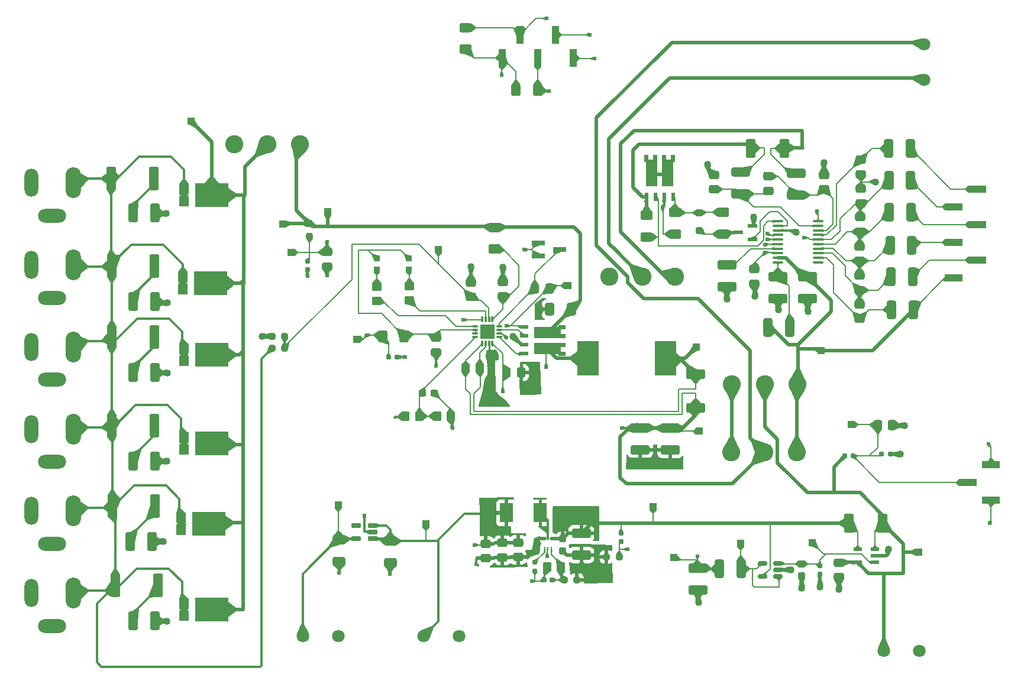
<source format=gbr>
%TF.GenerationSoftware,KiCad,Pcbnew,7.0.6-0*%
%TF.CreationDate,2024-04-24T17:51:10-03:00*%
%TF.ProjectId,Buoy,42756f79-2e6b-4696-9361-645f70636258,rev?*%
%TF.SameCoordinates,Original*%
%TF.FileFunction,Copper,L1,Top*%
%TF.FilePolarity,Positive*%
%FSLAX46Y46*%
G04 Gerber Fmt 4.6, Leading zero omitted, Abs format (unit mm)*
G04 Created by KiCad (PCBNEW 7.0.6-0) date 2024-04-24 17:51:10*
%MOMM*%
%LPD*%
G01*
G04 APERTURE LIST*
G04 Aperture macros list*
%AMRoundRect*
0 Rectangle with rounded corners*
0 $1 Rounding radius*
0 $2 $3 $4 $5 $6 $7 $8 $9 X,Y pos of 4 corners*
0 Add a 4 corners polygon primitive as box body*
4,1,4,$2,$3,$4,$5,$6,$7,$8,$9,$2,$3,0*
0 Add four circle primitives for the rounded corners*
1,1,$1+$1,$2,$3*
1,1,$1+$1,$4,$5*
1,1,$1+$1,$6,$7*
1,1,$1+$1,$8,$9*
0 Add four rect primitives between the rounded corners*
20,1,$1+$1,$2,$3,$4,$5,0*
20,1,$1+$1,$4,$5,$6,$7,0*
20,1,$1+$1,$6,$7,$8,$9,0*
20,1,$1+$1,$8,$9,$2,$3,0*%
%AMFreePoly0*
4,1,29,2.103536,0.798536,2.105000,0.795000,2.105000,0.775000,2.805000,0.775000,2.808536,0.773536,2.810000,0.770000,2.810000,0.160000,2.808536,0.156464,2.805000,0.155000,2.105000,0.155000,2.105000,-0.495000,2.805000,-0.495000,2.808536,-0.496464,2.810000,-0.500000,2.810000,-1.110000,2.808536,-1.113536,2.805000,-1.115000,1.785000,-1.115000,1.781464,-1.113536,1.780000,-1.110000,
1.780000,-0.860000,-1.715000,-0.860000,-1.718536,-0.858536,-1.720000,-0.855000,-1.720000,0.795000,-1.718536,0.798536,-1.715000,0.800000,2.100000,0.800000,2.103536,0.798536,2.103536,0.798536,$1*%
%AMFreePoly1*
4,1,29,2.808536,1.113536,2.810000,1.110000,2.810000,0.500000,2.808536,0.496464,2.805000,0.495000,2.105000,0.495000,2.105000,-0.155000,2.805000,-0.155000,2.808536,-0.156464,2.810000,-0.160000,2.810000,-0.770000,2.808536,-0.773536,2.805000,-0.775000,2.105000,-0.775000,2.105000,-0.795000,2.103536,-0.798536,2.100000,-0.800000,-1.715000,-0.800000,-1.718536,-0.798536,-1.720000,-0.795000,
-1.720000,0.855000,-1.718536,0.858536,-1.715000,0.860000,1.780000,0.860000,1.780000,1.110000,1.781464,1.113536,1.785000,1.115000,2.805000,1.115000,2.808536,1.113536,2.808536,1.113536,$1*%
G04 Aperture macros list end*
%TA.AperFunction,SMDPad,CuDef*%
%ADD10RoundRect,0.250000X0.400000X1.075000X-0.400000X1.075000X-0.400000X-1.075000X0.400000X-1.075000X0*%
%TD*%
%TA.AperFunction,SMDPad,CuDef*%
%ADD11RoundRect,0.250000X-0.412500X-1.100000X0.412500X-1.100000X0.412500X1.100000X-0.412500X1.100000X0*%
%TD*%
%TA.AperFunction,SMDPad,CuDef*%
%ADD12R,1.000000X1.000000*%
%TD*%
%TA.AperFunction,SMDPad,CuDef*%
%ADD13R,2.510000X1.000000*%
%TD*%
%TA.AperFunction,SMDPad,CuDef*%
%ADD14R,0.930000X0.810000*%
%TD*%
%TA.AperFunction,SMDPad,CuDef*%
%ADD15RoundRect,0.237500X0.250000X0.237500X-0.250000X0.237500X-0.250000X-0.237500X0.250000X-0.237500X0*%
%TD*%
%TA.AperFunction,SMDPad,CuDef*%
%ADD16RoundRect,0.250000X0.625000X-0.400000X0.625000X0.400000X-0.625000X0.400000X-0.625000X-0.400000X0*%
%TD*%
%TA.AperFunction,SMDPad,CuDef*%
%ADD17RoundRect,0.237500X-0.237500X0.300000X-0.237500X-0.300000X0.237500X-0.300000X0.237500X0.300000X0*%
%TD*%
%TA.AperFunction,SMDPad,CuDef*%
%ADD18RoundRect,0.250000X-0.650000X0.412500X-0.650000X-0.412500X0.650000X-0.412500X0.650000X0.412500X0*%
%TD*%
%TA.AperFunction,SMDPad,CuDef*%
%ADD19RoundRect,0.250000X-0.450000X0.350000X-0.450000X-0.350000X0.450000X-0.350000X0.450000X0.350000X0*%
%TD*%
%TA.AperFunction,ComponentPad*%
%ADD20C,2.600000*%
%TD*%
%TA.AperFunction,SMDPad,CuDef*%
%ADD21RoundRect,0.250000X-0.475000X0.337500X-0.475000X-0.337500X0.475000X-0.337500X0.475000X0.337500X0*%
%TD*%
%TA.AperFunction,SMDPad,CuDef*%
%ADD22RoundRect,0.250000X-1.100000X0.412500X-1.100000X-0.412500X1.100000X-0.412500X1.100000X0.412500X0*%
%TD*%
%TA.AperFunction,SMDPad,CuDef*%
%ADD23RoundRect,0.088500X0.516500X0.206500X-0.516500X0.206500X-0.516500X-0.206500X0.516500X-0.206500X0*%
%TD*%
%TA.AperFunction,SMDPad,CuDef*%
%ADD24RoundRect,0.160000X-0.160000X0.197500X-0.160000X-0.197500X0.160000X-0.197500X0.160000X0.197500X0*%
%TD*%
%TA.AperFunction,SMDPad,CuDef*%
%ADD25R,1.400000X1.390000*%
%TD*%
%TA.AperFunction,SMDPad,CuDef*%
%ADD26R,4.860000X3.360000*%
%TD*%
%TA.AperFunction,SMDPad,CuDef*%
%ADD27RoundRect,0.250000X0.475000X-0.337500X0.475000X0.337500X-0.475000X0.337500X-0.475000X-0.337500X0*%
%TD*%
%TA.AperFunction,SMDPad,CuDef*%
%ADD28RoundRect,0.250000X-0.625000X0.400000X-0.625000X-0.400000X0.625000X-0.400000X0.625000X0.400000X0*%
%TD*%
%TA.AperFunction,SMDPad,CuDef*%
%ADD29RoundRect,0.249999X-0.450001X-1.425001X0.450001X-1.425001X0.450001X1.425001X-0.450001X1.425001X0*%
%TD*%
%TA.AperFunction,SMDPad,CuDef*%
%ADD30RoundRect,0.250000X-0.400000X-1.075000X0.400000X-1.075000X0.400000X1.075000X-0.400000X1.075000X0*%
%TD*%
%TA.AperFunction,SMDPad,CuDef*%
%ADD31R,1.320800X0.558800*%
%TD*%
%TA.AperFunction,SMDPad,CuDef*%
%ADD32R,0.610000X1.270000*%
%TD*%
%TA.AperFunction,SMDPad,CuDef*%
%ADD33FreePoly0,90.000000*%
%TD*%
%TA.AperFunction,SMDPad,CuDef*%
%ADD34FreePoly1,90.000000*%
%TD*%
%TA.AperFunction,SMDPad,CuDef*%
%ADD35RoundRect,0.060000X0.615000X-0.240000X0.615000X0.240000X-0.615000X0.240000X-0.615000X-0.240000X0*%
%TD*%
%TA.AperFunction,SMDPad,CuDef*%
%ADD36RoundRect,0.150000X0.512500X0.150000X-0.512500X0.150000X-0.512500X-0.150000X0.512500X-0.150000X0*%
%TD*%
%TA.AperFunction,SMDPad,CuDef*%
%ADD37RoundRect,0.160000X-0.197500X-0.160000X0.197500X-0.160000X0.197500X0.160000X-0.197500X0.160000X0*%
%TD*%
%TA.AperFunction,SMDPad,CuDef*%
%ADD38RoundRect,0.250000X-0.400000X-0.625000X0.400000X-0.625000X0.400000X0.625000X-0.400000X0.625000X0*%
%TD*%
%TA.AperFunction,ComponentPad*%
%ADD39C,1.803400*%
%TD*%
%TA.AperFunction,SMDPad,CuDef*%
%ADD40RoundRect,0.237500X-0.237500X0.250000X-0.237500X-0.250000X0.237500X-0.250000X0.237500X0.250000X0*%
%TD*%
%TA.AperFunction,SMDPad,CuDef*%
%ADD41RoundRect,0.249999X-1.075001X0.450001X-1.075001X-0.450001X1.075001X-0.450001X1.075001X0.450001X0*%
%TD*%
%TA.AperFunction,SMDPad,CuDef*%
%ADD42RoundRect,0.100000X-0.637500X-0.100000X0.637500X-0.100000X0.637500X0.100000X-0.637500X0.100000X0*%
%TD*%
%TA.AperFunction,SMDPad,CuDef*%
%ADD43RoundRect,0.250000X-0.250000X0.250000X-0.250000X-0.250000X0.250000X-0.250000X0.250000X0.250000X0*%
%TD*%
%TA.AperFunction,ComponentPad*%
%ADD44O,2.200000X4.400000*%
%TD*%
%TA.AperFunction,ComponentPad*%
%ADD45O,2.000000X4.000000*%
%TD*%
%TA.AperFunction,ComponentPad*%
%ADD46O,4.000000X2.000000*%
%TD*%
%TA.AperFunction,SMDPad,CuDef*%
%ADD47RoundRect,0.249999X0.450001X1.075001X-0.450001X1.075001X-0.450001X-1.075001X0.450001X-1.075001X0*%
%TD*%
%TA.AperFunction,SMDPad,CuDef*%
%ADD48RoundRect,0.250000X-0.350000X-0.450000X0.350000X-0.450000X0.350000X0.450000X-0.350000X0.450000X0*%
%TD*%
%TA.AperFunction,SMDPad,CuDef*%
%ADD49RoundRect,0.250000X0.350000X0.450000X-0.350000X0.450000X-0.350000X-0.450000X0.350000X-0.450000X0*%
%TD*%
%TA.AperFunction,SMDPad,CuDef*%
%ADD50RoundRect,0.006900X-0.108100X0.368100X-0.108100X-0.368100X0.108100X-0.368100X0.108100X0.368100X0*%
%TD*%
%TA.AperFunction,SMDPad,CuDef*%
%ADD51RoundRect,0.006900X-0.368100X-0.108100X0.368100X-0.108100X0.368100X0.108100X-0.368100X0.108100X0*%
%TD*%
%TA.AperFunction,SMDPad,CuDef*%
%ADD52R,2.140000X2.140000*%
%TD*%
%TA.AperFunction,SMDPad,CuDef*%
%ADD53R,1.903000X2.790000*%
%TD*%
%TA.AperFunction,SMDPad,CuDef*%
%ADD54RoundRect,0.237500X0.300000X0.237500X-0.300000X0.237500X-0.300000X-0.237500X0.300000X-0.237500X0*%
%TD*%
%TA.AperFunction,SMDPad,CuDef*%
%ADD55RoundRect,0.250000X0.337500X0.475000X-0.337500X0.475000X-0.337500X-0.475000X0.337500X-0.475000X0*%
%TD*%
%TA.AperFunction,SMDPad,CuDef*%
%ADD56R,1.000000X2.510000*%
%TD*%
%TA.AperFunction,SMDPad,CuDef*%
%ADD57RoundRect,0.250000X1.075000X-0.400000X1.075000X0.400000X-1.075000X0.400000X-1.075000X-0.400000X0*%
%TD*%
%TA.AperFunction,SMDPad,CuDef*%
%ADD58R,1.270000X0.610000*%
%TD*%
%TA.AperFunction,SMDPad,CuDef*%
%ADD59FreePoly0,0.000000*%
%TD*%
%TA.AperFunction,SMDPad,CuDef*%
%ADD60FreePoly1,0.000000*%
%TD*%
%TA.AperFunction,SMDPad,CuDef*%
%ADD61R,3.100000X5.000000*%
%TD*%
%TA.AperFunction,SMDPad,CuDef*%
%ADD62RoundRect,0.155000X-0.212500X-0.155000X0.212500X-0.155000X0.212500X0.155000X-0.212500X0.155000X0*%
%TD*%
%TA.AperFunction,SMDPad,CuDef*%
%ADD63RoundRect,0.237500X-0.250000X-0.237500X0.250000X-0.237500X0.250000X0.237500X-0.250000X0.237500X0*%
%TD*%
%TA.AperFunction,SMDPad,CuDef*%
%ADD64RoundRect,0.250000X-0.337500X-0.475000X0.337500X-0.475000X0.337500X0.475000X-0.337500X0.475000X0*%
%TD*%
%TA.AperFunction,SMDPad,CuDef*%
%ADD65R,1.900000X0.800000*%
%TD*%
%TA.AperFunction,SMDPad,CuDef*%
%ADD66R,0.279400X0.606400*%
%TD*%
%TA.AperFunction,SMDPad,CuDef*%
%ADD67RoundRect,0.250000X0.412500X0.650000X-0.412500X0.650000X-0.412500X-0.650000X0.412500X-0.650000X0*%
%TD*%
%TA.AperFunction,ViaPad*%
%ADD68C,1.016000*%
%TD*%
%TA.AperFunction,ViaPad*%
%ADD69C,0.609600*%
%TD*%
%TA.AperFunction,ViaPad*%
%ADD70C,0.600000*%
%TD*%
%TA.AperFunction,ViaPad*%
%ADD71C,0.508000*%
%TD*%
%TA.AperFunction,Conductor*%
%ADD72C,0.152400*%
%TD*%
%TA.AperFunction,Conductor*%
%ADD73C,0.508000*%
%TD*%
%TA.AperFunction,Conductor*%
%ADD74C,0.304800*%
%TD*%
%TA.AperFunction,Conductor*%
%ADD75C,0.260000*%
%TD*%
%TA.AperFunction,Conductor*%
%ADD76C,1.000000*%
%TD*%
%TA.AperFunction,Conductor*%
%ADD77C,0.150000*%
%TD*%
G04 APERTURE END LIST*
D10*
%TO.P,R18,1*%
%TO.N,Net-(U1--)*%
X186729264Y-119590000D03*
%TO.P,R18,2*%
%TO.N,/ADC current*%
X183629264Y-119590000D03*
%TD*%
D11*
%TO.P,CBJ3,1*%
%TO.N,Net-(CBJ3-Pad1)*%
X99704250Y-91483500D03*
%TO.P,CBJ3,2*%
%TO.N,PGND*%
X102829250Y-91483500D03*
%TD*%
D12*
%TO.P,TP10,1,1*%
%TO.N,TS*%
X131695000Y-86677500D03*
%TD*%
D11*
%TO.P,CBJ1,1*%
%TO.N,Net-(CBJ1-Pad1)*%
X99704250Y-68623500D03*
%TO.P,CBJ1,2*%
%TO.N,PGND*%
X102829250Y-68623500D03*
%TD*%
D13*
%TO.P,J13,1,Pin_1*%
%TO.N,Net-(J13-Pin_1)*%
X220500000Y-65220000D03*
%TO.P,J13,2,Pin_2*%
%TO.N,Net-(J13-Pin_2)*%
X217190000Y-67760000D03*
%TO.P,J13,3,Pin_3*%
%TO.N,Net-(J13-Pin_3)*%
X220500000Y-70300000D03*
%TO.P,J13,4,Pin_4*%
%TO.N,Net-(J13-Pin_4)*%
X217190000Y-72840000D03*
%TO.P,J13,5,Pin_5*%
%TO.N,Net-(J13-Pin_5)*%
X220500000Y-75380000D03*
%TO.P,J13,6,Pin_6*%
%TO.N,/Batman*%
X217190000Y-77920000D03*
%TD*%
D11*
%TO.P,CBJ4,1*%
%TO.N,Net-(CBJ4-Pad1)*%
X99704250Y-104183500D03*
%TO.P,CBJ4,2*%
%TO.N,PGND*%
X102829250Y-104183500D03*
%TD*%
D14*
%TO.P,D2,1,K*%
%TO.N,Net-(D2-K)*%
X139205000Y-76767500D03*
%TO.P,D2,2,A*%
%TO.N,VREF*%
X139205000Y-75147500D03*
%TD*%
D15*
%TO.P,R7,1*%
%TO.N,Net-(U2-MPPSET)*%
X121421750Y-86263500D03*
%TO.P,R7,2*%
%TO.N,PGND*%
X119596750Y-86263500D03*
%TD*%
D12*
%TO.P,TP17,1,1*%
%TO.N,/Batman*%
X198230000Y-88300000D03*
%TD*%
D16*
%TO.P,R30,1*%
%TO.N,Net-(U4-DSG)*%
X173230000Y-72080000D03*
%TO.P,R30,2*%
%TO.N,Net-(Q1-Pad1)*%
X173230000Y-68980000D03*
%TD*%
D17*
%TO.P,C9,1*%
%TO.N,Net-(U1-+)*%
X195420000Y-118857500D03*
%TO.P,C9,2*%
%TO.N,PGND*%
X195420000Y-120582500D03*
%TD*%
D18*
%TO.P,C20,1*%
%TO.N,Net-(J7-Pin_1)*%
X129218000Y-115407500D03*
%TO.P,C20,2*%
%TO.N,PGND*%
X129218000Y-118532500D03*
%TD*%
D12*
%TO.P,TP8,1,1*%
%TO.N,Net-(U1--)*%
X186689264Y-115957500D03*
%TD*%
D19*
%TO.P,R4,1*%
%TO.N,Net-(D2-K)*%
X139275000Y-79107500D03*
%TO.P,R4,2*%
%TO.N,STAT1*%
X139275000Y-81107500D03*
%TD*%
D20*
%TO.P,SW4,1,A*%
%TO.N,/Non-Batman*%
X185440000Y-93180000D03*
%TO.P,SW4,2,B*%
%TO.N,/Bat_out*%
X190140000Y-93180000D03*
%TO.P,SW4,3,C*%
%TO.N,/Batman*%
X194840000Y-93180000D03*
%TD*%
D21*
%TO.P,C32,1*%
%TO.N,PGND*%
X198607500Y-63157500D03*
%TO.P,C32,2*%
%TO.N,Net-(U4-SRP)*%
X198607500Y-65232500D03*
%TD*%
D22*
%TO.P,C11,1*%
%TO.N,/ADC current*%
X180579264Y-119455000D03*
%TO.P,C11,2*%
%TO.N,PGND*%
X180579264Y-122580000D03*
%TD*%
D17*
%TO.P,C12,1*%
%TO.N,Net-(U1-V+)*%
X161200000Y-115277500D03*
%TO.P,C12,2*%
%TO.N,PGND*%
X161200000Y-117002500D03*
%TD*%
D23*
%TO.P,U3,1*%
%TO.N,Net-(U1-+)*%
X205922500Y-118652500D03*
%TO.P,U3,2,GND*%
%TO.N,PGND*%
X205922500Y-117702500D03*
%TO.P,U3,3,+*%
%TO.N,/Bat_out*%
X205922500Y-116752500D03*
%TO.P,U3,4,-*%
%TO.N,Net-(U1-V+)*%
X203412500Y-116752500D03*
%TO.P,U3,5,V+*%
%TO.N,/Bat_out*%
X203412500Y-118652500D03*
%TD*%
D24*
%TO.P,R9,1*%
%TO.N,/ADC PV*%
X124667500Y-75532500D03*
%TO.P,R9,2*%
%TO.N,PGND*%
X124667500Y-76727500D03*
%TD*%
D21*
%TO.P,C4,1*%
%TO.N,/ADC PV*%
X127460000Y-74212500D03*
%TO.P,C4,2*%
%TO.N,PGND*%
X127460000Y-76287500D03*
%TD*%
D20*
%TO.P,SW2,1,A*%
%TO.N,Net-(SW2-A)*%
X177277500Y-77732500D03*
%TO.P,SW2,2,B*%
%TO.N,Net-(J14-Pin_1)*%
X172577500Y-77732500D03*
%TO.P,SW2,3,C*%
%TO.N,PGND*%
X167877500Y-77732500D03*
%TD*%
D25*
%TO.P,D4,1*%
%TO.N,/PV_connection*%
X106808250Y-77743500D03*
%TO.P,D4,2*%
X106808250Y-79583500D03*
D26*
%TO.P,D4,3*%
%TO.N,/V_solar_in*%
X110790250Y-78663500D03*
%TD*%
D27*
%TO.P,C24,1*%
%TO.N,Net-(U4-VC2)*%
X203790000Y-71297500D03*
%TO.P,C24,2*%
%TO.N,Net-(U4-VC1)*%
X203790000Y-69222500D03*
%TD*%
D13*
%TO.P,J9,1,Pin_1*%
%TO.N,/ADC PV*%
X222520000Y-104660000D03*
%TO.P,J9,2,Pin_2*%
%TO.N,/ADC VBAT*%
X219210000Y-107200000D03*
%TO.P,J9,3,Pin_3*%
%TO.N,/ADC current*%
X222520000Y-109740000D03*
%TD*%
D28*
%TO.P,R11,1*%
%TO.N,/V_solar_out*%
X151480000Y-70690000D03*
%TO.P,R11,2*%
%TO.N,Net-(U2-VCC)*%
X151480000Y-73790000D03*
%TD*%
D29*
%TO.P,RBJ5,1*%
%TO.N,/PV_connection*%
X96767750Y-110583500D03*
%TO.P,RBJ5,2*%
%TO.N,Net-(CBJ5-Pad1)*%
X102867750Y-110583500D03*
%TD*%
D27*
%TO.P,C21,1*%
%TO.N,Net-(U4-VC5)*%
X203720000Y-83767500D03*
%TO.P,C21,2*%
%TO.N,Net-(U4-VC4)*%
X203720000Y-81692500D03*
%TD*%
D30*
%TO.P,R23,1*%
%TO.N,Net-(U4-VC5)*%
X208290000Y-82450000D03*
%TO.P,R23,2*%
%TO.N,/Batman*%
X211390000Y-82450000D03*
%TD*%
D12*
%TO.P,TP14,1,1*%
%TO.N,/V_solar_out*%
X127600000Y-68460000D03*
%TD*%
D31*
%TO.P,Q2,1,D*%
%TO.N,Net-(Q2-D)*%
X188343500Y-72390200D03*
%TO.P,Q2,2,G*%
%TO.N,PGND*%
X188343500Y-70459800D03*
%TO.P,Q2,3,S*%
%TO.N,Net-(D10-A)*%
X186311500Y-71425000D03*
%TD*%
D32*
%TO.P,Q1,1*%
%TO.N,Net-(Q1-Pad1)*%
X173175000Y-66280000D03*
%TO.P,Q1,2*%
%TO.N,Net-(U4-DSG)*%
X174445000Y-66280000D03*
%TO.P,Q1,3*%
%TO.N,PGND*%
X175715000Y-66280000D03*
%TO.P,Q1,4*%
%TO.N,Net-(D10-K)*%
X176985000Y-66280000D03*
D33*
%TO.P,Q1,5_6_10*%
%TO.N,Net-(Q1-Pad5_6_10)*%
X176180000Y-63110000D03*
D34*
%TO.P,Q1,7_8_9*%
X173980000Y-63110000D03*
%TD*%
D30*
%TO.P,R28,1*%
%TO.N,Net-(U4-VC0)*%
X207840000Y-59390000D03*
%TO.P,R28,2*%
%TO.N,Net-(J13-Pin_1)*%
X210940000Y-59390000D03*
%TD*%
D12*
%TO.P,TP2,1,1*%
%TO.N,/3.4V*%
X141620000Y-113130000D03*
%TD*%
%TO.P,TP4,1,1*%
%TO.N,/Bat_out*%
X212161000Y-117180000D03*
%TD*%
D25*
%TO.P,D9,1*%
%TO.N,/PV_connection*%
X107008250Y-124503500D03*
%TO.P,D9,2*%
X107008250Y-126343500D03*
D26*
%TO.P,D9,3*%
%TO.N,/V_solar_in*%
X110990250Y-125423500D03*
%TD*%
D16*
%TO.P,R32,1*%
%TO.N,Net-(D10-A)*%
X184097500Y-71635000D03*
%TO.P,R32,2*%
%TO.N,Net-(D10-K)*%
X184097500Y-68535000D03*
%TD*%
D35*
%TO.P,U6,1,VIN*%
%TO.N,/3.4V*%
X134048000Y-115290000D03*
%TO.P,U6,2,GND*%
%TO.N,PGND*%
X134048000Y-114340000D03*
%TO.P,U6,3,EN*%
%TO.N,/3.4V*%
X134048000Y-113390000D03*
%TO.P,U6,4,NC*%
%TO.N,unconnected-(U6-NC-Pad4)*%
X131678000Y-113390000D03*
%TO.P,U6,5,VOUT*%
%TO.N,Net-(J7-Pin_1)*%
X131678000Y-115290000D03*
%TD*%
D11*
%TO.P,CBJ2,1*%
%TO.N,Net-(CBJ2-Pad1)*%
X99704250Y-81323500D03*
%TO.P,CBJ2,2*%
%TO.N,PGND*%
X102829250Y-81323500D03*
%TD*%
D36*
%TO.P,U1,1*%
%TO.N,Net-(U1--)*%
X192049264Y-120680000D03*
%TO.P,U1,2,V-*%
%TO.N,PGND*%
X192049264Y-119730000D03*
%TO.P,U1,3,+*%
%TO.N,Net-(U1-+)*%
X192049264Y-118780000D03*
%TO.P,U1,4,-*%
%TO.N,Net-(U1--)*%
X189774264Y-118780000D03*
%TO.P,U1,5,V+*%
%TO.N,Net-(U1-V+)*%
X189774264Y-120680000D03*
%TD*%
D14*
%TO.P,D3,1,K*%
%TO.N,Net-(D3-K)*%
X134575000Y-76767500D03*
%TO.P,D3,2,A*%
%TO.N,VREF*%
X134575000Y-75147500D03*
%TD*%
D21*
%TO.P,C36,1*%
%TO.N,/3.4V*%
X152590000Y-115882500D03*
%TO.P,C36,2*%
%TO.N,PGND*%
X152590000Y-117957500D03*
%TD*%
D37*
%TO.P,R10,1*%
%TO.N,/ADC VBAT*%
X206860000Y-103148750D03*
%TO.P,R10,2*%
%TO.N,PGND*%
X208055000Y-103148750D03*
%TD*%
D27*
%TO.P,C26,1*%
%TO.N,PGND*%
X203830000Y-63097500D03*
%TO.P,C26,2*%
%TO.N,Net-(U4-VC0)*%
X203830000Y-61022500D03*
%TD*%
D25*
%TO.P,D7,1*%
%TO.N,/PV_connection*%
X107008250Y-100723500D03*
%TO.P,D7,2*%
X107008250Y-102563500D03*
D26*
%TO.P,D7,3*%
%TO.N,/V_solar_in*%
X110990250Y-101643500D03*
%TD*%
D38*
%TO.P,R20,1*%
%TO.N,Net-(J10-Pin_5)*%
X154530000Y-50960000D03*
%TO.P,R20,2*%
%TO.N,Net-(J10-Pin_3)*%
X157630000Y-50960000D03*
%TD*%
D39*
%TO.P,J7,1,Pin_1*%
%TO.N,Net-(J7-Pin_1)*%
X124003400Y-129185000D03*
%TO.P,J7,2,Pin_2*%
%TO.N,PGND*%
X129083400Y-129185000D03*
%TD*%
D40*
%TO.P,R8,1*%
%TO.N,/V_solar_out*%
X124982500Y-70137500D03*
%TO.P,R8,2*%
%TO.N,/ADC PV*%
X124982500Y-71962500D03*
%TD*%
D41*
%TO.P,R6_SR1,1*%
%TO.N,/Power_out*%
X180250000Y-91720000D03*
%TO.P,R6_SR1,2*%
%TO.N,/Bat_in*%
X180250000Y-96520000D03*
%TD*%
D42*
%TO.P,U4,1,DSG*%
%TO.N,Net-(U4-DSG)*%
X192002500Y-69825000D03*
%TO.P,U4,2,CHG*%
%TO.N,Net-(Q2-D)*%
X192002500Y-70475000D03*
%TO.P,U4,3,VSS*%
%TO.N,PGND*%
X192002500Y-71125000D03*
%TO.P,U4,4,SDA*%
%TO.N,Net-(J10-Pin_4)*%
X192002500Y-71775000D03*
%TO.P,U4,5,SCL*%
%TO.N,Net-(J10-Pin_3)*%
X192002500Y-72425000D03*
%TO.P,U4,6,TS1*%
%TO.N,Net-(J10-Pin_1)*%
X192002500Y-73075000D03*
%TO.P,U4,7,CAP1*%
%TO.N,Net-(U4-CAP1)*%
X192002500Y-73725000D03*
%TO.P,U4,8,REGOUT*%
%TO.N,Net-(J10-Pin_5)*%
X192002500Y-74375000D03*
%TO.P,U4,9,REGSRC*%
%TO.N,/Batman*%
X192002500Y-75025000D03*
%TO.P,U4,10,BAT*%
%TO.N,Net-(U4-BAT)*%
X192002500Y-75675000D03*
%TO.P,U4,11,NC*%
%TO.N,unconnected-(U4-NC-Pad11)*%
X197727500Y-75675000D03*
%TO.P,U4,12,VC5*%
%TO.N,Net-(U4-VC5)*%
X197727500Y-75025000D03*
%TO.P,U4,13,VC4*%
%TO.N,Net-(U4-VC4)*%
X197727500Y-74375000D03*
%TO.P,U4,14,VC3*%
%TO.N,Net-(U4-VC3)*%
X197727500Y-73725000D03*
%TO.P,U4,15,VC2*%
%TO.N,Net-(U4-VC2)*%
X197727500Y-73075000D03*
%TO.P,U4,16,VC1*%
%TO.N,Net-(U4-VC1)*%
X197727500Y-72425000D03*
%TO.P,U4,17,VC0*%
%TO.N,Net-(U4-VC0)*%
X197727500Y-71775000D03*
%TO.P,U4,18,SRP*%
%TO.N,Net-(U4-SRP)*%
X197727500Y-71125000D03*
%TO.P,U4,19,SRN*%
%TO.N,Net-(U4-SRN)*%
X197727500Y-70475000D03*
%TO.P,U4,20,ALERT*%
%TO.N,Net-(J10-Pin_2)*%
X197727500Y-69825000D03*
%TD*%
D12*
%TO.P,TP13,1,1*%
%TO.N,/PH*%
X161910000Y-79020000D03*
%TD*%
%TO.P,TP16,1,1*%
%TO.N,/Bat_in*%
X180780000Y-99880000D03*
%TD*%
D43*
%TO.P,D10,1,K*%
%TO.N,Net-(D10-K)*%
X180727500Y-68605000D03*
%TO.P,D10,2,A*%
%TO.N,Net-(D10-A)*%
X180727500Y-71105000D03*
%TD*%
D12*
%TO.P,TP3,1,1*%
%TO.N,/ADC VBAT*%
X202490000Y-98938750D03*
%TD*%
D28*
%TO.P,R31,1*%
%TO.N,Net-(D10-K)*%
X177257500Y-68535000D03*
%TO.P,R31,2*%
%TO.N,PGND*%
X177257500Y-71635000D03*
%TD*%
D12*
%TO.P,TP20,1,1*%
%TO.N,/ADC PV*%
X122340000Y-74250000D03*
%TD*%
D44*
%TO.P,J5,1*%
%TO.N,/PV_connection*%
X91161750Y-111313500D03*
D45*
%TO.P,J5,2*%
%TO.N,PGND*%
X85161750Y-111313500D03*
D46*
%TO.P,J5,3*%
X88161750Y-116013500D03*
%TD*%
D37*
%TO.P,R37,1*%
%TO.N,TS*%
X136265000Y-89260000D03*
%TO.P,R37,2*%
%TO.N,PGND*%
X137460000Y-89260000D03*
%TD*%
D30*
%TO.P,R24,1*%
%TO.N,Net-(U4-VC4)*%
X208190000Y-77780000D03*
%TO.P,R24,2*%
%TO.N,Net-(J13-Pin_5)*%
X211290000Y-77780000D03*
%TD*%
D47*
%TO.P,R29,1*%
%TO.N,Net-(SW2-A)*%
X192907500Y-59335000D03*
%TO.P,R29,2*%
%TO.N,Net-(Q1-Pad1)*%
X188107500Y-59335000D03*
%TD*%
D18*
%TO.P,C19,1*%
%TO.N,/3.4V*%
X136518000Y-115597500D03*
%TO.P,C19,2*%
%TO.N,PGND*%
X136518000Y-118722500D03*
%TD*%
D30*
%TO.P,R26,1*%
%TO.N,Net-(U4-VC2)*%
X207940000Y-68490000D03*
%TO.P,R26,2*%
%TO.N,Net-(J13-Pin_3)*%
X211040000Y-68490000D03*
%TD*%
D12*
%TO.P,TP1,1,1*%
%TO.N,Net-(J7-Pin_1)*%
X129070000Y-110420000D03*
%TD*%
D47*
%TO.P,R12,1*%
%TO.N,/Bat_out*%
X206990000Y-113042500D03*
%TO.P,R12,2*%
%TO.N,Net-(U1-V+)*%
X202190000Y-113042500D03*
%TD*%
D21*
%TO.P,C2,1*%
%TO.N,/Bat_out*%
X200750000Y-118685000D03*
%TO.P,C2,2*%
%TO.N,PGND*%
X200750000Y-120760000D03*
%TD*%
D11*
%TO.P,CBJ6,1*%
%TO.N,Net-(CBJ6-Pad1)*%
X99704250Y-127043500D03*
%TO.P,CBJ6,2*%
%TO.N,PGND*%
X102829250Y-127043500D03*
%TD*%
D30*
%TO.P,R27,1*%
%TO.N,Net-(U4-VC1)*%
X207890000Y-63960000D03*
%TO.P,R27,2*%
%TO.N,Net-(J13-Pin_2)*%
X210990000Y-63960000D03*
%TD*%
D24*
%TO.P,R21,1*%
%TO.N,Net-(U5-PG)*%
X157220000Y-118672500D03*
%TO.P,R21,2*%
%TO.N,/3.4V*%
X157220000Y-119867500D03*
%TD*%
D48*
%TO.P,R22,1*%
%TO.N,/3.4V*%
X158970000Y-119340000D03*
%TO.P,R22,2*%
%TO.N,Net-(U5-FB)*%
X160970000Y-119340000D03*
%TD*%
D44*
%TO.P,J2,1*%
%TO.N,/PV_connection*%
X91161750Y-76063500D03*
D45*
%TO.P,J2,2*%
%TO.N,PGND*%
X85161750Y-76063500D03*
D46*
%TO.P,J2,3*%
X88161750Y-80763500D03*
%TD*%
D12*
%TO.P,TP15,1,1*%
%TO.N,/Power_out*%
X180340000Y-87820000D03*
%TD*%
D25*
%TO.P,D5,1*%
%TO.N,/PV_connection*%
X107008250Y-88023500D03*
%TO.P,D5,2*%
X107008250Y-89863500D03*
D26*
%TO.P,D5,3*%
%TO.N,/V_solar_in*%
X110990250Y-88943500D03*
%TD*%
D24*
%TO.P,R16,1*%
%TO.N,Net-(U1-V+)*%
X169540000Y-114490000D03*
%TO.P,R16,2*%
%TO.N,Net-(U5-EN)*%
X169540000Y-115685000D03*
%TD*%
D49*
%TO.P,R15,1*%
%TO.N,Net-(U2-VFB)*%
X140671250Y-97751250D03*
%TO.P,R15,2*%
%TO.N,PGND*%
X138671250Y-97751250D03*
%TD*%
D12*
%TO.P,TP19,1,1*%
%TO.N,/V_solar_out*%
X121130000Y-70210000D03*
%TD*%
D50*
%TO.P,U2,1,VCC*%
%TO.N,Net-(U2-VCC)*%
X151155000Y-83882500D03*
%TO.P,U2,2,MPPSET*%
%TO.N,Net-(U2-MPPSET)*%
X150655000Y-83882500D03*
%TO.P,U2,3,STAT1*%
%TO.N,STAT1*%
X150155000Y-83882500D03*
%TO.P,U2,4,TS*%
%TO.N,TS*%
X149655000Y-83882500D03*
D51*
%TO.P,U2,5,STAT2*%
%TO.N,STAT2*%
X148680000Y-84857500D03*
%TO.P,U2,6,VREF*%
%TO.N,VREF*%
X148680000Y-85357500D03*
%TO.P,U2,7,TERM_EN*%
X148680000Y-85857500D03*
%TO.P,U2,8,VFB*%
%TO.N,Net-(U2-VFB)*%
X148680000Y-86357500D03*
D50*
%TO.P,U2,9,SRN*%
%TO.N,/Bat_in*%
X149655000Y-87332500D03*
%TO.P,U2,10,SRP*%
%TO.N,/Power_out*%
X150155000Y-87332500D03*
%TO.P,U2,11,GND*%
%TO.N,PGND*%
X150655000Y-87332500D03*
%TO.P,U2,12,REGN*%
%TO.N,Net-(U2-REGN)*%
X151155000Y-87332500D03*
D51*
%TO.P,U2,13,LODRV*%
%TO.N,Net-(U2-LODRV)*%
X152130000Y-86357500D03*
%TO.P,U2,14,PH*%
%TO.N,/PH*%
X152130000Y-85857500D03*
%TO.P,U2,15,HIDRV*%
%TO.N,Net-(U2-HIDRV)*%
X152130000Y-85357500D03*
%TO.P,U2,16,BTST*%
%TO.N,Net-(U2-BTST)*%
X152130000Y-84857500D03*
D52*
%TO.P,U2,17,EPAD*%
%TO.N,PGND*%
X150405000Y-85607500D03*
%TD*%
D29*
%TO.P,RBJ2,1*%
%TO.N,/PV_connection*%
X96654250Y-76243500D03*
%TO.P,RBJ2,2*%
%TO.N,Net-(CBJ2-Pad1)*%
X102754250Y-76243500D03*
%TD*%
D53*
%TO.P,L2,1,1*%
%TO.N,Net-(U5-SW)*%
X158010000Y-111560000D03*
%TO.P,L2,2,2*%
%TO.N,/3.4V*%
X153157000Y-111560000D03*
%TD*%
D49*
%TO.P,R13,1*%
%TO.N,/Bat_in*%
X145198750Y-97740000D03*
%TO.P,R13,2*%
%TO.N,Net-(U2-VFB)*%
X143198750Y-97740000D03*
%TD*%
D12*
%TO.P,TP7,1,1*%
%TO.N,/ADC current*%
X177139264Y-117987500D03*
%TD*%
D44*
%TO.P,J1,1*%
%TO.N,/PV_connection*%
X91161750Y-64313500D03*
D45*
%TO.P,J1,2*%
%TO.N,PGND*%
X85161750Y-64313500D03*
D46*
%TO.P,J1,3*%
X88161750Y-69013500D03*
%TD*%
D20*
%TO.P,SW3,1,A*%
%TO.N,/Non-Batman*%
X185330000Y-102860000D03*
%TO.P,SW3,2,B*%
%TO.N,/Bat_in*%
X190030000Y-102860000D03*
%TO.P,SW3,3,C*%
%TO.N,/Batman*%
X194730000Y-102860000D03*
%TD*%
D54*
%TO.P,C15,1*%
%TO.N,/Bat_in*%
X142815000Y-94410000D03*
%TO.P,C15,2*%
%TO.N,Net-(U2-VFB)*%
X141090000Y-94410000D03*
%TD*%
D55*
%TO.P,C14,1*%
%TO.N,/Power_out*%
X149347500Y-90860000D03*
%TO.P,C14,2*%
%TO.N,/Bat_in*%
X147272500Y-90860000D03*
%TD*%
D56*
%TO.P,J10,1,Pin_1*%
%TO.N,Net-(J10-Pin_1)*%
X162690000Y-46390000D03*
%TO.P,J10,2,Pin_2*%
%TO.N,Net-(J10-Pin_2)*%
X160150000Y-43080000D03*
%TO.P,J10,3,Pin_3*%
%TO.N,Net-(J10-Pin_3)*%
X157610000Y-46390000D03*
%TO.P,J10,4,Pin_4*%
%TO.N,Net-(J10-Pin_4)*%
X155070000Y-43080000D03*
%TO.P,J10,5,Pin_5*%
%TO.N,Net-(J10-Pin_5)*%
X152530000Y-46390000D03*
%TD*%
D22*
%TO.P,C29,1*%
%TO.N,Net-(U4-BAT)*%
X192027500Y-77732500D03*
%TO.P,C29,2*%
%TO.N,PGND*%
X192027500Y-80857500D03*
%TD*%
D57*
%TO.P,R34,1*%
%TO.N,Net-(U4-SRP)*%
X194667500Y-66065000D03*
%TO.P,R34,2*%
%TO.N,Net-(SW2-A)*%
X194667500Y-62965000D03*
%TD*%
D27*
%TO.P,C31,1*%
%TO.N,Net-(U4-SRN)*%
X182837500Y-65242500D03*
%TO.P,C31,2*%
%TO.N,PGND*%
X182837500Y-63167500D03*
%TD*%
D30*
%TO.P,R33,1*%
%TO.N,/Batman*%
X190610000Y-85000000D03*
%TO.P,R33,2*%
%TO.N,Net-(U4-BAT)*%
X193710000Y-85000000D03*
%TD*%
D22*
%TO.P,C17,1*%
%TO.N,Net-(U1-V+)*%
X163860000Y-114487500D03*
%TO.P,C17,2*%
%TO.N,PGND*%
X163860000Y-117612500D03*
%TD*%
D44*
%TO.P,J3,1*%
%TO.N,/PV_connection*%
X91161750Y-87813500D03*
D45*
%TO.P,J3,2*%
%TO.N,PGND*%
X85161750Y-87813500D03*
D46*
%TO.P,J3,3*%
X88161750Y-92513500D03*
%TD*%
D58*
%TO.P,Q4,1*%
%TO.N,/PH*%
X155680000Y-84982500D03*
%TO.P,Q4,2*%
%TO.N,Net-(U2-HIDRV)*%
X155680000Y-86252500D03*
%TO.P,Q4,3*%
%TO.N,PGND*%
X155680000Y-87522500D03*
%TO.P,Q4,4*%
%TO.N,Net-(U2-LODRV)*%
X155680000Y-88792500D03*
D59*
%TO.P,Q4,5_6_10*%
%TO.N,/PH*%
X158850000Y-87987500D03*
D60*
%TO.P,Q4,7_8_9*%
%TO.N,/V_solar_out*%
X158850000Y-85787500D03*
%TD*%
D12*
%TO.P,TP11,1,1*%
%TO.N,Net-(U2-MPPSET)*%
X143445000Y-73868750D03*
%TD*%
D39*
%TO.P,J14,1,Pin_1*%
%TO.N,Net-(J14-Pin_1)*%
X212955000Y-49516600D03*
%TO.P,J14,2,Pin_2*%
%TO.N,/Bat_in*%
X212955000Y-44436600D03*
%TD*%
D61*
%TO.P,L1,1,1*%
%TO.N,/PH*%
X164800000Y-89450000D03*
%TO.P,L1,2,2*%
%TO.N,/Power_out*%
X175900000Y-89450000D03*
%TD*%
D12*
%TO.P,TP9,1,1*%
%TO.N,/V_solar_in*%
X108021750Y-55473500D03*
%TD*%
D22*
%TO.P,C28,1*%
%TO.N,/Batman*%
X196267500Y-77762500D03*
%TO.P,C28,2*%
%TO.N,PGND*%
X196267500Y-80887500D03*
%TD*%
D62*
%TO.P,C18,1*%
%TO.N,/3.4V*%
X158555000Y-121180000D03*
%TO.P,C18,2*%
%TO.N,Net-(U5-FB)*%
X159690000Y-121180000D03*
%TD*%
D22*
%TO.P,C8,1*%
%TO.N,/Bat_in*%
X176580000Y-99437500D03*
%TO.P,C8,2*%
%TO.N,PGND*%
X176580000Y-102562500D03*
%TD*%
D29*
%TO.P,RBJ4,1*%
%TO.N,/PV_connection*%
X96654250Y-99103500D03*
%TO.P,RBJ4,2*%
%TO.N,Net-(CBJ4-Pad1)*%
X102754250Y-99103500D03*
%TD*%
D21*
%TO.P,C34,1*%
%TO.N,/3.4V*%
X154810000Y-115832500D03*
%TO.P,C34,2*%
%TO.N,PGND*%
X154810000Y-117907500D03*
%TD*%
D27*
%TO.P,C23,1*%
%TO.N,Net-(U4-VC3)*%
X203727500Y-75492500D03*
%TO.P,C23,2*%
%TO.N,Net-(U4-VC2)*%
X203727500Y-73417500D03*
%TD*%
D12*
%TO.P,TP6,1,1*%
%TO.N,Net-(U1-+)*%
X196960000Y-115840000D03*
%TD*%
D22*
%TO.P,C7,1*%
%TO.N,/Bat_in*%
X172305000Y-99396250D03*
%TO.P,C7,2*%
%TO.N,PGND*%
X172305000Y-102521250D03*
%TD*%
D19*
%TO.P,R5,1*%
%TO.N,Net-(D3-K)*%
X134615000Y-79177500D03*
%TO.P,R5,2*%
%TO.N,STAT2*%
X134615000Y-81177500D03*
%TD*%
D22*
%TO.P,C27,1*%
%TO.N,Net-(U4-CAP1)*%
X184700000Y-76087500D03*
%TO.P,C27,2*%
%TO.N,PGND*%
X184700000Y-79212500D03*
%TD*%
D38*
%TO.P,R1,1*%
%TO.N,TS*%
X135415000Y-86267500D03*
%TO.P,R1,2*%
%TO.N,VREF*%
X138515000Y-86267500D03*
%TD*%
D25*
%TO.P,D1,1*%
%TO.N,/PV_connection*%
X107008250Y-65163500D03*
%TO.P,D1,2*%
X107008250Y-67003500D03*
D26*
%TO.P,D1,3*%
%TO.N,/V_solar_in*%
X110990250Y-66083500D03*
%TD*%
D44*
%TO.P,J4,1*%
%TO.N,/PV_connection*%
X91161750Y-99563500D03*
D45*
%TO.P,J4,2*%
%TO.N,PGND*%
X85161750Y-99563500D03*
D46*
%TO.P,J4,3*%
X88161750Y-104263500D03*
%TD*%
D44*
%TO.P,J6,1*%
%TO.N,/PV_connection*%
X91161750Y-123063500D03*
D45*
%TO.P,J6,2*%
%TO.N,PGND*%
X85161750Y-123063500D03*
D46*
%TO.P,J6,3*%
X88161750Y-127763500D03*
%TD*%
D16*
%TO.P,R19,1*%
%TO.N,Net-(J10-Pin_5)*%
X147300000Y-45180000D03*
%TO.P,R19,2*%
%TO.N,Net-(J10-Pin_4)*%
X147300000Y-42080000D03*
%TD*%
D12*
%TO.P,TP5,1,1*%
%TO.N,Net-(U1-V+)*%
X174140000Y-110673750D03*
%TD*%
D63*
%TO.P,R6,1*%
%TO.N,/PV_connection*%
X119606750Y-88013500D03*
%TO.P,R6,2*%
%TO.N,Net-(U2-MPPSET)*%
X121431750Y-88013500D03*
%TD*%
%TO.P,R36,1*%
%TO.N,Net-(U5-FB)*%
X161430000Y-121190000D03*
%TO.P,R36,2*%
%TO.N,PGND*%
X163255000Y-121190000D03*
%TD*%
D27*
%TO.P,C25,1*%
%TO.N,Net-(U4-VC1)*%
X203830000Y-67207500D03*
%TO.P,C25,2*%
%TO.N,PGND*%
X203830000Y-65132500D03*
%TD*%
D39*
%TO.P,J8,1,Pin_1*%
%TO.N,/Bat_out*%
X207153400Y-131365000D03*
%TO.P,J8,2,Pin_2*%
%TO.N,PGND*%
X212233400Y-131365000D03*
%TD*%
D57*
%TO.P,R35,1*%
%TO.N,Net-(U4-SRN)*%
X186657500Y-65895000D03*
%TO.P,R35,2*%
%TO.N,Net-(Q1-Pad1)*%
X186657500Y-62795000D03*
%TD*%
D15*
%TO.P,R17,1*%
%TO.N,Net-(U5-EN)*%
X169292500Y-117880000D03*
%TO.P,R17,2*%
%TO.N,PGND*%
X167467500Y-117880000D03*
%TD*%
D29*
%TO.P,RBJ3,1*%
%TO.N,/PV_connection*%
X96654250Y-86403500D03*
%TO.P,RBJ3,2*%
%TO.N,Net-(CBJ3-Pad1)*%
X102754250Y-86403500D03*
%TD*%
D64*
%TO.P,C1,1*%
%TO.N,/ADC VBAT*%
X206310000Y-99021250D03*
%TO.P,C1,2*%
%TO.N,PGND*%
X208385000Y-99021250D03*
%TD*%
D65*
%TO.P,D6,1*%
%TO.N,Net-(U2-REGN)*%
X157730000Y-72880000D03*
%TO.P,D6,2*%
X157730000Y-74780000D03*
%TO.P,D6,3*%
%TO.N,Net-(U2-BTST)*%
X160730000Y-73830000D03*
%TD*%
D64*
%TO.P,C10,1*%
%TO.N,Net-(U2-REGN)*%
X153180000Y-91470000D03*
%TO.P,C10,2*%
%TO.N,PGND*%
X155255000Y-91470000D03*
%TD*%
D27*
%TO.P,C22,1*%
%TO.N,Net-(U4-VC4)*%
X203720000Y-79665000D03*
%TO.P,C22,2*%
%TO.N,Net-(U4-VC3)*%
X203720000Y-77590000D03*
%TD*%
D24*
%TO.P,R14,1*%
%TO.N,Net-(U1-+)*%
X197990000Y-119152500D03*
%TO.P,R14,2*%
%TO.N,PGND*%
X197990000Y-120347500D03*
%TD*%
D29*
%TO.P,RBJ1,1*%
%TO.N,/PV_connection*%
X96551750Y-63683500D03*
%TO.P,RBJ1,2*%
%TO.N,Net-(CBJ1-Pad1)*%
X102651750Y-63683500D03*
%TD*%
D27*
%TO.P,C6,1*%
%TO.N,Net-(U2-VCC)*%
X152660000Y-80557500D03*
%TO.P,C6,2*%
%TO.N,PGND*%
X152660000Y-78482500D03*
%TD*%
D66*
%TO.P,U5,1,VIN*%
%TO.N,Net-(U1-V+)*%
X159610252Y-115224600D03*
%TO.P,U5,2,SW*%
%TO.N,Net-(U5-SW)*%
X159110126Y-115224600D03*
%TO.P,U5,3,GND*%
%TO.N,PGND*%
X158610000Y-115224600D03*
%TO.P,U5,4,PG*%
%TO.N,Net-(U5-PG)*%
X158610000Y-116720000D03*
%TO.P,U5,5,EN*%
%TO.N,Net-(U5-EN)*%
X159110126Y-116720000D03*
%TO.P,U5,6,FB*%
%TO.N,Net-(U5-FB)*%
X159610252Y-116720000D03*
%TD*%
D27*
%TO.P,C30,1*%
%TO.N,Net-(U4-SRN)*%
X190677500Y-65452500D03*
%TO.P,C30,2*%
%TO.N,Net-(U4-SRP)*%
X190677500Y-63377500D03*
%TD*%
D30*
%TO.P,R25,1*%
%TO.N,Net-(U4-VC3)*%
X208077500Y-73215000D03*
%TO.P,R25,2*%
%TO.N,Net-(J13-Pin_4)*%
X211177500Y-73215000D03*
%TD*%
D11*
%TO.P,CBJ5,1*%
%TO.N,Net-(CBJ5-Pad1)*%
X99307750Y-115663500D03*
%TO.P,CBJ5,2*%
%TO.N,PGND*%
X102432750Y-115663500D03*
%TD*%
D20*
%TO.P,SW1,1,A*%
%TO.N,unconnected-(SW1-A-Pad1)*%
X114220000Y-58800000D03*
%TO.P,SW1,2,B*%
%TO.N,/V_solar_in*%
X118920000Y-58800000D03*
%TO.P,SW1,3,C*%
%TO.N,/V_solar_out*%
X123620000Y-58800000D03*
%TD*%
D27*
%TO.P,C3,1*%
%TO.N,Net-(U2-MPPSET)*%
X148050000Y-80627500D03*
%TO.P,C3,2*%
%TO.N,PGND*%
X148050000Y-78552500D03*
%TD*%
D21*
%TO.P,C33,1*%
%TO.N,Net-(J10-Pin_5)*%
X188637500Y-76677500D03*
%TO.P,C33,2*%
%TO.N,PGND*%
X188637500Y-78752500D03*
%TD*%
D29*
%TO.P,RBJ6,1*%
%TO.N,/PV_connection*%
X97164250Y-121963500D03*
%TO.P,RBJ6,2*%
%TO.N,Net-(CBJ6-Pad1)*%
X103264250Y-121963500D03*
%TD*%
D21*
%TO.P,C16,1*%
%TO.N,VREF*%
X143105000Y-86490000D03*
%TO.P,C16,2*%
%TO.N,PGND*%
X143105000Y-88565000D03*
%TD*%
D39*
%TO.P,J11,1,Pin_1*%
%TO.N,/3.4V*%
X141322693Y-129185707D03*
%TO.P,J11,2,Pin_2*%
%TO.N,PGND*%
X146402693Y-129185707D03*
%TD*%
D21*
%TO.P,C35,1*%
%TO.N,/3.4V*%
X150180000Y-115982500D03*
%TO.P,C35,2*%
%TO.N,PGND*%
X150180000Y-118057500D03*
%TD*%
D37*
%TO.P,R2,1*%
%TO.N,/Bat_out*%
X201560000Y-103431250D03*
%TO.P,R2,2*%
%TO.N,/ADC VBAT*%
X202755000Y-103431250D03*
%TD*%
D64*
%TO.P,C5,1*%
%TO.N,Net-(U2-BTST)*%
X157217500Y-79468750D03*
%TO.P,C5,2*%
%TO.N,/PH*%
X159292500Y-79468750D03*
%TD*%
D25*
%TO.P,D8,1*%
%TO.N,/PV_connection*%
X106611750Y-112203500D03*
%TO.P,D8,2*%
X106611750Y-114043500D03*
D26*
%TO.P,D8,3*%
%TO.N,/V_solar_in*%
X110593750Y-113123500D03*
%TD*%
D67*
%TO.P,C13,1*%
%TO.N,/V_solar_out*%
X162467500Y-82398750D03*
%TO.P,C13,2*%
%TO.N,PGND*%
X159342500Y-82398750D03*
%TD*%
D68*
%TO.N,PGND*%
X150120000Y-95160000D03*
D69*
X150860000Y-85240000D03*
X157420000Y-115510000D03*
X149980000Y-85230000D03*
D68*
X175106000Y-104410000D03*
D69*
X124667500Y-77660000D03*
D68*
X210100000Y-99050000D03*
X150820000Y-93780000D03*
D70*
X143105000Y-90550000D03*
D68*
X151760000Y-95160000D03*
D69*
X127460000Y-77550000D03*
D68*
X152660000Y-76400000D03*
X104621750Y-91523500D03*
D69*
X149980000Y-85950000D03*
D68*
X200770000Y-122540000D03*
X196290000Y-82750000D03*
D69*
X150860000Y-85950000D03*
D68*
X172502000Y-104410000D03*
X194630000Y-71360000D03*
X171200000Y-104410000D03*
X118146750Y-86293500D03*
X104581750Y-127093500D03*
X104611750Y-81473500D03*
X195415000Y-122355000D03*
D69*
X157420000Y-117110000D03*
D68*
X209550000Y-103175000D03*
X150890000Y-90550000D03*
X157800000Y-82990000D03*
X198020000Y-122190000D03*
D69*
X132810000Y-111920000D03*
D68*
X207840000Y-116790000D03*
D71*
X137210000Y-97860000D03*
D68*
X157380000Y-92820000D03*
X104461750Y-68713500D03*
X193830000Y-119730000D03*
X104531750Y-104173500D03*
D69*
X138672500Y-89230000D03*
D68*
X104071750Y-115653500D03*
X154095000Y-86297500D03*
X157390000Y-91590000D03*
D69*
X163270000Y-119360000D03*
D68*
X184705000Y-80957500D03*
X198590000Y-61380000D03*
X188720000Y-80580000D03*
X180620000Y-124360000D03*
X176408000Y-104410000D03*
X192060000Y-82460000D03*
X177710000Y-104410000D03*
D69*
X136490000Y-120355000D03*
D68*
X173804000Y-104410000D03*
X188555000Y-69230000D03*
X181900000Y-61640000D03*
D69*
X129220000Y-120192250D03*
X157430000Y-116330000D03*
D68*
X150890000Y-92160000D03*
D69*
X175490000Y-67820000D03*
D68*
X157800000Y-81880000D03*
D69*
X164590000Y-119340000D03*
D68*
X148100000Y-76280000D03*
X150820000Y-89020000D03*
X205980000Y-64160000D03*
D69*
%TO.N,/ADC PV*%
X127470000Y-72750000D03*
X222160000Y-101740000D03*
%TO.N,/Bat_in*%
X169660000Y-99430000D03*
X145430000Y-99430000D03*
%TO.N,Net-(U2-REGN)*%
X155690000Y-73880000D03*
X152655000Y-94135000D03*
%TO.N,/ADC current*%
X222340000Y-113090000D03*
X180494264Y-117777500D03*
%TO.N,/3.4V*%
X148569000Y-116160000D03*
X156820000Y-121330000D03*
%TO.N,Net-(U4-VC1)*%
X195727500Y-72165000D03*
%TO.N,TS*%
X133195000Y-86097500D03*
X146985000Y-83917500D03*
%TO.N,Net-(J10-Pin_5)*%
X190170000Y-74285000D03*
X152450000Y-48890000D03*
%TO.N,Net-(U5-EN)*%
X158990000Y-117800000D03*
X170490000Y-116760000D03*
%TO.N,/PH*%
X153105000Y-84767500D03*
X158850000Y-90707500D03*
X153105000Y-86477500D03*
%TO.N,Net-(J10-Pin_1)*%
X190120000Y-73150000D03*
X165800000Y-46500000D03*
%TO.N,Net-(J10-Pin_2)*%
X197560000Y-68370000D03*
X165080000Y-43080000D03*
%TO.N,Net-(J10-Pin_3)*%
X190490000Y-72420000D03*
X159220000Y-51170000D03*
%TO.N,Net-(J10-Pin_4)*%
X190490000Y-71570000D03*
X158940000Y-40780000D03*
%TD*%
D72*
%TO.N,/ADC VBAT*%
X202755000Y-103431250D02*
X205057500Y-103431250D01*
X206310000Y-99021250D02*
X206310000Y-102178750D01*
X205057500Y-103431250D02*
X206577500Y-103431250D01*
X206523750Y-107200000D02*
X219210000Y-107200000D01*
X202755000Y-103431250D02*
X206523750Y-107200000D01*
X202490000Y-98938750D02*
X206227500Y-98938750D01*
X206577500Y-103431250D02*
X206860000Y-103148750D01*
X206227500Y-98938750D02*
X206310000Y-99021250D01*
X206310000Y-102178750D02*
X205057500Y-103431250D01*
D73*
%TO.N,PGND*%
X192085000Y-119735000D02*
X192090000Y-119730000D01*
X163860000Y-118770000D02*
X163270000Y-119360000D01*
X198595000Y-63145000D02*
X198595000Y-61385000D01*
X102879250Y-127093500D02*
X102829250Y-127043500D01*
X208385000Y-99021250D02*
X208418750Y-99055000D01*
X163860000Y-117612500D02*
X163860000Y-118770000D01*
X180615000Y-122615000D02*
X180579264Y-122650736D01*
X208418750Y-99055000D02*
X210095000Y-99055000D01*
D74*
X127460000Y-77550000D02*
X127460000Y-76287500D01*
X137460000Y-89260000D02*
X138642500Y-89260000D01*
D73*
X192060000Y-82460000D02*
X192060000Y-80890000D01*
D74*
X175715000Y-67595000D02*
X175490000Y-67820000D01*
D73*
X163860000Y-118770000D02*
X164020000Y-118770000D01*
D72*
X138470000Y-97836250D02*
X137233750Y-97836250D01*
D73*
X161810000Y-117612500D02*
X161200000Y-117002500D01*
X163860000Y-117612500D02*
X161810000Y-117612500D01*
X207510000Y-117740000D02*
X205960000Y-117740000D01*
X154095000Y-86307500D02*
X155310000Y-87522500D01*
D74*
X175715000Y-66280000D02*
X175715000Y-67595000D01*
D73*
X164020000Y-118770000D02*
X164590000Y-119340000D01*
X119596750Y-86263500D02*
X118176750Y-86263500D01*
D72*
X205980000Y-64160000D02*
X203840000Y-64160000D01*
D73*
X192060000Y-80890000D02*
X192027500Y-80857500D01*
X207510000Y-117740000D02*
X207845000Y-117405000D01*
X195420000Y-120582500D02*
X195410000Y-120592500D01*
X104531750Y-104173500D02*
X102829250Y-104173500D01*
D74*
X136490000Y-118750500D02*
X136518000Y-118722500D01*
D73*
X184700000Y-79212500D02*
X184700000Y-80952500D01*
D74*
X192002500Y-71125000D02*
X194395000Y-71125000D01*
D73*
X196285000Y-80905000D02*
X196285000Y-82745000D01*
D74*
X129220000Y-118534500D02*
X129218000Y-118532500D01*
X132810000Y-111920000D02*
X132810000Y-114210000D01*
D73*
X155680000Y-87522500D02*
X155370000Y-87522500D01*
X155310000Y-87522500D02*
X155680000Y-87522500D01*
X200765000Y-120775000D02*
X200765000Y-122535000D01*
X154085000Y-86297500D02*
X153945000Y-86157500D01*
D72*
X203840000Y-64160000D02*
X203840000Y-63107500D01*
D73*
X196267500Y-80887500D02*
X196285000Y-80905000D01*
X180579264Y-124319264D02*
X180615000Y-124355000D01*
D74*
X132810000Y-114210000D02*
X133918000Y-114210000D01*
X133918000Y-114210000D02*
X134048000Y-114340000D01*
X194395000Y-71125000D02*
X194630000Y-71360000D01*
D73*
X198015000Y-120445000D02*
X198015000Y-122185000D01*
X193820000Y-119730000D02*
X193825000Y-119735000D01*
D74*
X194570000Y-71360000D02*
X194330000Y-71120000D01*
D73*
X104611750Y-81473500D02*
X102909250Y-81473500D01*
D72*
X137233750Y-97836250D02*
X137210000Y-97860000D01*
D73*
X198607500Y-63157500D02*
X198595000Y-63145000D01*
X152660000Y-76400000D02*
X152660000Y-77957500D01*
D74*
X136490000Y-120355000D02*
X136490000Y-118750500D01*
D73*
X188555000Y-70435000D02*
X188555000Y-69230000D01*
X207845000Y-117405000D02*
X207845000Y-116795000D01*
D72*
X175560000Y-71640000D02*
X175560000Y-67890000D01*
X203840000Y-64160000D02*
X203840000Y-65122500D01*
D73*
X158610000Y-115224600D02*
X157705400Y-115224600D01*
X182837500Y-63167500D02*
X181905000Y-62235000D01*
X104461750Y-68713500D02*
X102759250Y-68713500D01*
D72*
X203840000Y-65122500D02*
X203830000Y-65132500D01*
D73*
X208081250Y-103175000D02*
X209550000Y-103175000D01*
D72*
X177252500Y-71640000D02*
X175560000Y-71640000D01*
D73*
X208055000Y-103148750D02*
X208081250Y-103175000D01*
X154095000Y-86297500D02*
X154085000Y-86297500D01*
X104621750Y-91523500D02*
X102919250Y-91523500D01*
X104071750Y-115653500D02*
X102369250Y-115653500D01*
X158318750Y-82398750D02*
X157800000Y-81880000D01*
X180579264Y-122650736D02*
X180579264Y-124319264D01*
X157705400Y-115224600D02*
X157420000Y-115510000D01*
X154095000Y-86297500D02*
X154095000Y-86307500D01*
D72*
X203840000Y-63107500D02*
X203830000Y-63097500D01*
D73*
X102829250Y-127043500D02*
X102921750Y-127043500D01*
X138642500Y-89260000D02*
X138672500Y-89230000D01*
D75*
X150820000Y-89020000D02*
X150660000Y-88860000D01*
D72*
X175560000Y-67890000D02*
X175490000Y-67820000D01*
D74*
X194630000Y-71360000D02*
X194570000Y-71360000D01*
D73*
X195410000Y-120592500D02*
X195410000Y-122350000D01*
X192090000Y-119730000D02*
X193820000Y-119730000D01*
D74*
X124667500Y-77660000D02*
X124667500Y-76727500D01*
D73*
X159342500Y-82398750D02*
X158318750Y-82398750D01*
D74*
X129220000Y-120192250D02*
X129220000Y-118534500D01*
D72*
X177257500Y-71635000D02*
X177252500Y-71640000D01*
D73*
X118176750Y-86263500D02*
X118146750Y-86293500D01*
X200750000Y-120760000D02*
X200765000Y-120775000D01*
X157800000Y-81880000D02*
X157800000Y-82990000D01*
D75*
X150660000Y-88860000D02*
X150660000Y-87462500D01*
D73*
X158318750Y-82398750D02*
X158318750Y-82471250D01*
X181905000Y-62235000D02*
X181905000Y-61645000D01*
X205960000Y-117740000D02*
X205922500Y-117702500D01*
X148050000Y-78027500D02*
X148050000Y-76330000D01*
D74*
X143105000Y-89090000D02*
X143105000Y-90550000D01*
D73*
X188715000Y-78835000D02*
X188715000Y-80575000D01*
X104581750Y-127093500D02*
X102879250Y-127093500D01*
X158318750Y-82471250D02*
X157800000Y-82990000D01*
%TO.N,/Bat_out*%
X205000000Y-120240000D02*
X207160000Y-120240000D01*
X207160000Y-120240000D02*
X209741000Y-120240000D01*
X190140000Y-99240000D02*
X191950000Y-101050000D01*
D72*
X205922500Y-116752500D02*
X205922500Y-114110000D01*
D73*
X204880000Y-120120000D02*
X205000000Y-120240000D01*
X200020000Y-108680000D02*
X203760000Y-108680000D01*
X209941000Y-115993500D02*
X206990000Y-113042500D01*
X196250000Y-108680000D02*
X200020000Y-108680000D01*
X206990000Y-111910000D02*
X206990000Y-113042500D01*
D72*
X205922500Y-116752500D02*
X206010000Y-116752500D01*
D73*
X203412500Y-118652500D02*
X204880000Y-120120000D01*
X209941000Y-120240000D02*
X209941000Y-120040000D01*
X209741000Y-120240000D02*
X209941000Y-120040000D01*
X212161000Y-117180000D02*
X209971000Y-117180000D01*
X191950000Y-104380000D02*
X196250000Y-108680000D01*
X190140000Y-93180000D02*
X190140000Y-99240000D01*
X200020000Y-108680000D02*
X200020000Y-104971250D01*
X207160000Y-131358400D02*
X207160000Y-120240000D01*
X200782500Y-118652500D02*
X200750000Y-118685000D01*
X191950000Y-101050000D02*
X191950000Y-104380000D01*
X209941000Y-120040000D02*
X209941000Y-115993500D01*
X203412500Y-118652500D02*
X203610000Y-118652500D01*
X200020000Y-104971250D02*
X201560000Y-103431250D01*
X203412500Y-118652500D02*
X200782500Y-118652500D01*
D72*
X205922500Y-114110000D02*
X206990000Y-113042500D01*
D73*
X207153400Y-131365000D02*
X207160000Y-131358400D01*
X203760000Y-108680000D02*
X206990000Y-111910000D01*
D72*
%TO.N,Net-(U2-MPPSET)*%
X150655000Y-83922500D02*
X150620000Y-83887500D01*
X150620000Y-82250000D02*
X149522500Y-81152500D01*
X143313125Y-75806875D02*
X140586250Y-73080000D01*
X121431750Y-88013500D02*
X121431750Y-86273500D01*
X148050000Y-80543750D02*
X143313125Y-75806875D01*
X149522500Y-81152500D02*
X148050000Y-81152500D01*
X131060000Y-73080000D02*
X131060000Y-78140000D01*
X148050000Y-81152500D02*
X148050000Y-80543750D01*
X150620000Y-83887500D02*
X150620000Y-82250000D01*
X140586250Y-73080000D02*
X131060000Y-73080000D01*
X143445000Y-73868750D02*
X143445000Y-75675000D01*
X121431750Y-86273500D02*
X121421750Y-86263500D01*
X143445000Y-75675000D02*
X143313125Y-75806875D01*
X131060000Y-78140000D02*
X121430000Y-87770000D01*
X150655000Y-83922500D02*
X150670000Y-83907500D01*
%TO.N,/ADC PV*%
X127470000Y-72750000D02*
X127460000Y-72760000D01*
X127412500Y-74260000D02*
X124830000Y-74260000D01*
X124982500Y-74160000D02*
X124982500Y-74260000D01*
X127460000Y-72760000D02*
X127460000Y-74212500D01*
X122350000Y-74260000D02*
X124830000Y-74260000D01*
X124982500Y-71962500D02*
X124982500Y-74160000D01*
X124982500Y-74260000D02*
X124982500Y-75217500D01*
X127460000Y-74212500D02*
X127412500Y-74260000D01*
X124982500Y-75217500D02*
X124667500Y-75532500D01*
X222520000Y-102100000D02*
X222520000Y-104660000D01*
X222160000Y-101740000D02*
X222520000Y-102100000D01*
X124982500Y-74260000D02*
X124830000Y-74260000D01*
X122340000Y-74250000D02*
X122350000Y-74260000D01*
%TO.N,Net-(U2-BTST)*%
X157217500Y-79468750D02*
X157081250Y-79468750D01*
X157217500Y-77342500D02*
X160730000Y-73830000D01*
X157217500Y-79468750D02*
X157217500Y-77342500D01*
X152090000Y-84460000D02*
X152090000Y-84857500D01*
X157081250Y-79468750D02*
X152090000Y-84460000D01*
%TO.N,/Power_out*%
X150110000Y-87890000D02*
X150110000Y-87337500D01*
X177845000Y-93825000D02*
X177790000Y-93880000D01*
X180250000Y-93813750D02*
X180238750Y-93825000D01*
D73*
X178710000Y-89450000D02*
X177980000Y-89450000D01*
D72*
X180238750Y-93825000D02*
X177845000Y-93825000D01*
X177790000Y-97030000D02*
X148601250Y-97030000D01*
X148500000Y-96928750D02*
X148500000Y-94507500D01*
X148500000Y-94507500D02*
X149395000Y-93612500D01*
X179840000Y-91500000D02*
X179700000Y-91360000D01*
X180250000Y-91720000D02*
X180250000Y-93813750D01*
X149395000Y-93612500D02*
X149395000Y-90907500D01*
X149347500Y-90860000D02*
X149347500Y-88652500D01*
X148601250Y-97030000D02*
X148500000Y-96928750D01*
D73*
X180340000Y-87820000D02*
X178710000Y-89450000D01*
X177980000Y-89450000D02*
X180250000Y-91720000D01*
D72*
X149395000Y-90907500D02*
X149347500Y-90860000D01*
D73*
X175900000Y-89450000D02*
X177980000Y-89450000D01*
D72*
X149347500Y-88652500D02*
X150110000Y-87890000D01*
X150110000Y-87337500D02*
X150155000Y-87292500D01*
X177790000Y-93880000D02*
X177790000Y-97030000D01*
D73*
X180271250Y-91698750D02*
X180250000Y-91720000D01*
D72*
%TO.N,Net-(U2-VCC)*%
X152660000Y-81082500D02*
X152660000Y-82417500D01*
X152630000Y-73790000D02*
X151480000Y-73790000D01*
X154950000Y-76110000D02*
X152630000Y-73790000D01*
X152660000Y-82417500D02*
X151155000Y-83922500D01*
X152967500Y-81082500D02*
X154950000Y-79100000D01*
X154950000Y-79100000D02*
X154950000Y-76110000D01*
X152660000Y-81082500D02*
X152967500Y-81082500D01*
%TO.N,/Bat_in*%
X177022500Y-99880000D02*
X176580000Y-99437500D01*
X147272500Y-90860000D02*
X147272500Y-89675000D01*
X180250000Y-96520000D02*
X180250000Y-96660000D01*
X145198750Y-97740000D02*
X145133750Y-97675000D01*
X148000000Y-94507500D02*
X147320000Y-93827500D01*
X147995000Y-97458750D02*
X147995000Y-94558750D01*
X145198750Y-96793750D02*
X142815000Y-94410000D01*
X147320000Y-90907500D02*
X147272500Y-90860000D01*
X147320000Y-93827500D02*
X147320000Y-90907500D01*
D73*
X185480000Y-107410000D02*
X190030000Y-102860000D01*
D72*
X145350000Y-97891250D02*
X145198750Y-97740000D01*
D73*
X190030000Y-102860000D02*
X189960000Y-102860000D01*
D72*
X147387500Y-89675000D02*
X149655000Y-87407500D01*
D73*
X169430000Y-106490000D02*
X169430000Y-100720000D01*
D72*
X145198750Y-97740000D02*
X145190000Y-97731250D01*
X180268750Y-96501250D02*
X180250000Y-96520000D01*
D73*
X171850000Y-98941250D02*
X172305000Y-99396250D01*
D72*
X145198750Y-97740000D02*
X145198750Y-96793750D01*
D74*
X145350000Y-99350000D02*
X145350000Y-97891250D01*
D73*
X188070000Y-88350000D02*
X180580000Y-80860000D01*
X169430000Y-100720000D02*
X170753750Y-99396250D01*
D72*
X178300000Y-97500000D02*
X148036250Y-97500000D01*
D73*
X172346250Y-99437500D02*
X172305000Y-99396250D01*
X170350000Y-107410000D02*
X169430000Y-106490000D01*
X166050000Y-55000000D02*
X166035000Y-54985000D01*
X170350000Y-107410000D02*
X185480000Y-107410000D01*
X178386250Y-99437500D02*
X180250000Y-97573750D01*
D72*
X180268750Y-94395000D02*
X180268750Y-96501250D01*
D73*
X176826600Y-44193400D02*
X212711800Y-44193400D01*
D72*
X147971875Y-94535625D02*
X148000000Y-94507500D01*
D73*
X212711800Y-44193400D02*
X212955000Y-44436600D01*
D72*
X148036250Y-97500000D02*
X147995000Y-97458750D01*
D73*
X176580000Y-99437500D02*
X172346250Y-99437500D01*
D72*
X147995000Y-94558750D02*
X147971875Y-94535625D01*
X180268750Y-94395000D02*
X178305000Y-94395000D01*
X178305000Y-94395000D02*
X178300000Y-94400000D01*
D73*
X180580000Y-80860000D02*
X172770000Y-80860000D01*
X172770000Y-80860000D02*
X170540000Y-78630000D01*
D72*
X178300000Y-94400000D02*
X178300000Y-97500000D01*
D74*
X169660000Y-99430000D02*
X169700000Y-99390000D01*
D72*
X147272500Y-89675000D02*
X147387500Y-89675000D01*
D76*
X180180000Y-96590000D02*
X180250000Y-96520000D01*
D74*
X172271250Y-99430000D02*
X169660000Y-99430000D01*
D73*
X166035000Y-54985000D02*
X176826600Y-44193400D01*
X188070000Y-100900000D02*
X188070000Y-88350000D01*
X170540000Y-77760000D02*
X166050000Y-73270000D01*
X166050000Y-73270000D02*
X166050000Y-55000000D01*
X178386250Y-99437500D02*
X176580000Y-99437500D01*
X172305000Y-99396250D02*
X172271250Y-99430000D01*
X190030000Y-102860000D02*
X188070000Y-100900000D01*
X170540000Y-78630000D02*
X170540000Y-77760000D01*
X180250000Y-97573750D02*
X180250000Y-96520000D01*
X170753750Y-99396250D02*
X172305000Y-99396250D01*
D72*
X180780000Y-99880000D02*
X177022500Y-99880000D01*
%TO.N,Net-(U1-+)*%
X203960000Y-117440000D02*
X198880000Y-117440000D01*
X198880000Y-117440000D02*
X198560000Y-117440000D01*
X197695000Y-118857500D02*
X195420000Y-118857500D01*
X197990000Y-119152500D02*
X197695000Y-118857500D01*
X205172500Y-118652500D02*
X203960000Y-117440000D01*
X198880000Y-117440000D02*
X197990000Y-118330000D01*
X197990000Y-118330000D02*
X197990000Y-119152500D01*
X195420000Y-118857500D02*
X192126764Y-118857500D01*
X205922500Y-118652500D02*
X205172500Y-118652500D01*
X192126764Y-118857500D02*
X192049264Y-118780000D01*
X198560000Y-117440000D02*
X196960000Y-115840000D01*
%TO.N,Net-(U2-REGN)*%
X157730000Y-72880000D02*
X156730000Y-73880000D01*
X151155000Y-87292500D02*
X152655000Y-88792500D01*
X152655000Y-88792500D02*
X152655000Y-91470000D01*
X157730000Y-74780000D02*
X157630000Y-74780000D01*
X156730000Y-73880000D02*
X155690000Y-73880000D01*
X157630000Y-74780000D02*
X156730000Y-73880000D01*
X152655000Y-94135000D02*
X152655000Y-91470000D01*
%TO.N,/ADC current*%
X180494264Y-118267500D02*
X180494264Y-117777500D01*
X180494264Y-119370000D02*
X180494264Y-118267500D01*
X183629264Y-119590000D02*
X180714264Y-119590000D01*
X180494264Y-118267500D02*
X177029264Y-118267500D01*
X180579264Y-119455000D02*
X180494264Y-119370000D01*
X222520000Y-109740000D02*
X222520000Y-112910000D01*
X180714264Y-119590000D02*
X180579264Y-119455000D01*
%TO.N,Net-(U1-V+)*%
X190814264Y-119640000D02*
X190929264Y-119640000D01*
D73*
X161200000Y-115277500D02*
X159663152Y-115277500D01*
X169600000Y-113042500D02*
X165305000Y-113042500D01*
D72*
X190929264Y-119640000D02*
X190929264Y-113260000D01*
D73*
X202190000Y-113042500D02*
X198510000Y-113042500D01*
X159663152Y-115277500D02*
X159610252Y-115224600D01*
X165305000Y-113042500D02*
X163860000Y-114487500D01*
D72*
X203412500Y-114265000D02*
X202190000Y-113042500D01*
D73*
X198510000Y-113042500D02*
X169600000Y-113042500D01*
D72*
X169540000Y-113102500D02*
X169600000Y-113042500D01*
X189774264Y-120680000D02*
X190814264Y-119640000D01*
X203412500Y-116752500D02*
X203412500Y-114265000D01*
D73*
X161990000Y-114487500D02*
X161200000Y-115277500D01*
X163860000Y-114487500D02*
X161990000Y-114487500D01*
D72*
X169540000Y-114490000D02*
X169540000Y-113102500D01*
X174140000Y-110673750D02*
X174140000Y-113026250D01*
D73*
%TO.N,/V_solar_out*%
X125412500Y-70567500D02*
X127500000Y-70567500D01*
X123110000Y-68265000D02*
X123110000Y-59310000D01*
X124982500Y-70137500D02*
X121202500Y-70137500D01*
X163745000Y-81121250D02*
X163745000Y-71585000D01*
X162467500Y-82398750D02*
X163745000Y-81121250D01*
X121202500Y-70137500D02*
X121130000Y-70210000D01*
X127500000Y-70567500D02*
X151357500Y-70567500D01*
X127600000Y-68460000D02*
X127600000Y-70467500D01*
X159078750Y-85787500D02*
X158850000Y-85787500D01*
X124982500Y-70137500D02*
X125412500Y-70567500D01*
X127600000Y-70467500D02*
X127500000Y-70567500D01*
X123110000Y-68265000D02*
X124982500Y-70137500D01*
X162467500Y-82398750D02*
X159078750Y-85787500D01*
X163745000Y-71585000D02*
X162810000Y-70650000D01*
X151520000Y-70650000D02*
X151480000Y-70690000D01*
X124990000Y-70130000D02*
X124982500Y-70137500D01*
X151357500Y-70567500D02*
X151480000Y-70690000D01*
X123110000Y-59310000D02*
X123620000Y-58800000D01*
X162810000Y-70650000D02*
X151520000Y-70650000D01*
D72*
%TO.N,Net-(U2-VFB)*%
X143198750Y-97740000D02*
X142021250Y-97740000D01*
X141090000Y-94410000D02*
X141090000Y-93987500D01*
X140682500Y-97740000D02*
X140671250Y-97751250D01*
X140671250Y-97751250D02*
X140671250Y-94828750D01*
X140671250Y-94828750D02*
X141090000Y-94410000D01*
X141098750Y-97323750D02*
X140671250Y-97751250D01*
X141090000Y-93987500D02*
X148720000Y-86357500D01*
X142021250Y-97740000D02*
X140682500Y-97740000D01*
%TO.N,/3.4V*%
X148570000Y-116160000D02*
X150002500Y-116160000D01*
D74*
X143400000Y-115597500D02*
X143230000Y-115597500D01*
X152987000Y-111730000D02*
X153157000Y-111560000D01*
X136510000Y-113940000D02*
X135960000Y-113390000D01*
X143252500Y-115597500D02*
X147120000Y-111730000D01*
D72*
X157220000Y-119867500D02*
X157220000Y-121260000D01*
X141620000Y-113130000D02*
X141620000Y-115597500D01*
D74*
X136862200Y-115290000D02*
X134048000Y-115290000D01*
D72*
X158555000Y-121180000D02*
X158555000Y-119755000D01*
D74*
X136518000Y-115597500D02*
X136510000Y-115589500D01*
X143230000Y-115597500D02*
X143252500Y-115597500D01*
D72*
X158385000Y-121350000D02*
X158555000Y-121180000D01*
X156870000Y-121350000D02*
X156900000Y-121350000D01*
D74*
X135960000Y-113390000D02*
X134048000Y-113390000D01*
X147120000Y-111730000D02*
X152987000Y-111730000D01*
X143400000Y-115597500D02*
X143400000Y-127108400D01*
D72*
X156900000Y-121350000D02*
X158385000Y-121350000D01*
D74*
X141620000Y-115597500D02*
X136518000Y-115597500D01*
X143400000Y-127108400D02*
X141323400Y-129185000D01*
X136510000Y-115589500D02*
X136510000Y-113940000D01*
D72*
X150002500Y-116160000D02*
X150180000Y-115982500D01*
D74*
X134088000Y-113350000D02*
X134048000Y-113390000D01*
D72*
X158555000Y-119755000D02*
X158970000Y-119340000D01*
D74*
X143230000Y-115597500D02*
X141620000Y-115597500D01*
D72*
%TO.N,Net-(U5-FB)*%
X160970000Y-118860000D02*
X160970000Y-119340000D01*
X159610252Y-117500252D02*
X160970000Y-118860000D01*
X159610252Y-116720000D02*
X159620000Y-116720000D01*
X160970000Y-120730000D02*
X161430000Y-121190000D01*
X161420000Y-121180000D02*
X159690000Y-121180000D01*
X160970000Y-119340000D02*
X160970000Y-120730000D01*
X159610252Y-116720000D02*
X159610252Y-117500252D01*
X161420000Y-120780000D02*
X161410000Y-120770000D01*
D74*
%TO.N,Net-(J7-Pin_1)*%
X123980000Y-120300000D02*
X123980000Y-129161600D01*
X131678000Y-115290000D02*
X130430000Y-115290000D01*
X128990000Y-115290000D02*
X123980000Y-120300000D01*
D72*
X129335500Y-115290000D02*
X129070000Y-115024500D01*
D74*
X123980000Y-129161600D02*
X124003400Y-129185000D01*
X130430000Y-115290000D02*
X129335500Y-115290000D01*
D72*
X129335500Y-115290000D02*
X129218000Y-115407500D01*
X129070000Y-115024500D02*
X129070000Y-110420000D01*
X129218000Y-115407500D02*
X129205500Y-115420000D01*
D74*
X130430000Y-115290000D02*
X128990000Y-115290000D01*
D72*
%TO.N,Net-(U4-VC5)*%
X199970000Y-80017500D02*
X199970000Y-76040000D01*
X203720000Y-83767500D02*
X199970000Y-80017500D01*
X205037500Y-82450000D02*
X208290000Y-82450000D01*
X199970000Y-76040000D02*
X198955000Y-75025000D01*
X203720000Y-83767500D02*
X205037500Y-82450000D01*
X198955000Y-75025000D02*
X197727500Y-75025000D01*
%TO.N,Net-(U4-VC4)*%
X203720000Y-79665000D02*
X201620000Y-77565000D01*
X206305000Y-79665000D02*
X208190000Y-77780000D01*
X201620000Y-76180000D02*
X199815000Y-74375000D01*
X201620000Y-77565000D02*
X201620000Y-76180000D01*
X199815000Y-74375000D02*
X197727500Y-74375000D01*
X203720000Y-79665000D02*
X206305000Y-79665000D01*
X203720000Y-81692500D02*
X203720000Y-79665000D01*
%TO.N,Net-(U4-VC3)*%
X201702500Y-75492500D02*
X199900000Y-73690000D01*
X199900000Y-73690000D02*
X197762500Y-73690000D01*
X203727500Y-75492500D02*
X201702500Y-75492500D01*
X203727500Y-75492500D02*
X205800000Y-75492500D01*
X197762500Y-73690000D02*
X197727500Y-73725000D01*
X203720000Y-75500000D02*
X203727500Y-75492500D01*
X205800000Y-75492500D02*
X208077500Y-73215000D01*
X203720000Y-77590000D02*
X203720000Y-75500000D01*
%TO.N,Net-(U4-VC2)*%
X201950000Y-71290000D02*
X200190000Y-73050000D01*
X203790000Y-71297500D02*
X203782500Y-71290000D01*
X203727500Y-73417500D02*
X203727500Y-71360000D01*
X197752500Y-73050000D02*
X197727500Y-73075000D01*
X203782500Y-71290000D02*
X201950000Y-71290000D01*
X200190000Y-73050000D02*
X197752500Y-73050000D01*
X203727500Y-71360000D02*
X203790000Y-71297500D01*
X203790000Y-71297500D02*
X205132500Y-71297500D01*
X205132500Y-71297500D02*
X207940000Y-68490000D01*
%TO.N,Net-(U4-VC1)*%
X200880000Y-69480000D02*
X203152500Y-67207500D01*
X196607500Y-72425000D02*
X197727500Y-72425000D01*
X204642500Y-67207500D02*
X207890000Y-63960000D01*
X203830000Y-67207500D02*
X204642500Y-67207500D01*
X203790000Y-69222500D02*
X203790000Y-67247500D01*
X200880000Y-71210000D02*
X200880000Y-69480000D01*
X203790000Y-67247500D02*
X203830000Y-67207500D01*
X199665000Y-72425000D02*
X200880000Y-71210000D01*
X203152500Y-67207500D02*
X203830000Y-67207500D01*
X196347500Y-72165000D02*
X196607500Y-72425000D01*
X195727500Y-72165000D02*
X196347500Y-72165000D01*
X197727500Y-72425000D02*
X199665000Y-72425000D01*
%TO.N,Net-(U4-VC0)*%
X200370000Y-64482500D02*
X200370000Y-70352500D01*
X207840000Y-59390000D02*
X205462500Y-59390000D01*
X205462500Y-59390000D02*
X203830000Y-61022500D01*
X200370000Y-70352500D02*
X198947500Y-71775000D01*
X203830000Y-61022500D02*
X200370000Y-64482500D01*
X198947500Y-71775000D02*
X197727500Y-71775000D01*
%TO.N,Net-(U4-CAP1)*%
X192002500Y-73725000D02*
X188085000Y-73725000D01*
X188085000Y-73725000D02*
X185722500Y-76087500D01*
X185722500Y-76087500D02*
X184700000Y-76087500D01*
%TO.N,/Batman*%
X217190000Y-77920000D02*
X215920000Y-77920000D01*
D73*
X199632500Y-81127500D02*
X196267500Y-77762500D01*
X199632500Y-82732500D02*
X199632500Y-81127500D01*
X194870000Y-88070000D02*
X194870000Y-87495000D01*
X193067500Y-75025000D02*
X195805000Y-77762500D01*
X198000000Y-88070000D02*
X198230000Y-88300000D01*
X194840000Y-93180000D02*
X194870000Y-93150000D01*
X191042500Y-85000000D02*
X193537500Y-87495000D01*
X195805000Y-77762500D02*
X196267500Y-77762500D01*
D72*
X215920000Y-77920000D02*
X211390000Y-82450000D01*
D73*
X194870000Y-88070000D02*
X198000000Y-88070000D01*
X199632500Y-82732500D02*
X194870000Y-87495000D01*
X194730000Y-102860000D02*
X194730000Y-93290000D01*
X194870000Y-93150000D02*
X194870000Y-88070000D01*
X198230000Y-88300000D02*
X205540000Y-88300000D01*
X205540000Y-88300000D02*
X211390000Y-82450000D01*
X194730000Y-93290000D02*
X194840000Y-93180000D01*
X193537500Y-87495000D02*
X194870000Y-87495000D01*
X190610000Y-85000000D02*
X191042500Y-85000000D01*
X192002500Y-75025000D02*
X193067500Y-75025000D01*
D72*
%TO.N,Net-(U4-BAT)*%
X192002500Y-77707500D02*
X192027500Y-77732500D01*
X192002500Y-75675000D02*
X192002500Y-77707500D01*
X193610000Y-84900000D02*
X193710000Y-85000000D01*
X192205000Y-77732500D02*
X193610000Y-79137500D01*
X193610000Y-79137500D02*
X193610000Y-84900000D01*
X192027500Y-77732500D02*
X192205000Y-77732500D01*
%TO.N,Net-(U4-SRP)*%
X197775000Y-66065000D02*
X198607500Y-65232500D01*
X197727500Y-71125000D02*
X198977500Y-71125000D01*
X199907500Y-66532500D02*
X198607500Y-65232500D01*
X199907500Y-70195000D02*
X199907500Y-66532500D01*
X190085000Y-62785000D02*
X190677500Y-63377500D01*
X198977500Y-71125000D02*
X199907500Y-70195000D01*
X194667500Y-66065000D02*
X197775000Y-66065000D01*
X190677500Y-63377500D02*
X191980000Y-63377500D01*
X191980000Y-63377500D02*
X194667500Y-66065000D01*
X190677500Y-63377500D02*
X190095000Y-62795000D01*
%TO.N,Net-(U4-SRN)*%
X186657500Y-65895000D02*
X186005000Y-65242500D01*
X190235000Y-65895000D02*
X190677500Y-65452500D01*
X197727500Y-70475000D02*
X195027500Y-70475000D01*
X195027500Y-70475000D02*
X192347500Y-67795000D01*
X186657500Y-65895000D02*
X190235000Y-65895000D01*
X188557500Y-67795000D02*
X186657500Y-65895000D01*
X192347500Y-67795000D02*
X188557500Y-67795000D01*
X186005000Y-65242500D02*
X182837500Y-65242500D01*
%TO.N,Net-(CBJ1-Pad1)*%
X99704250Y-68623500D02*
X99704250Y-67487500D01*
D74*
X99704250Y-67487500D02*
X102651750Y-64540000D01*
X102651750Y-64540000D02*
X102651750Y-63683500D01*
%TO.N,Net-(CBJ2-Pad1)*%
X99341750Y-80793500D02*
X103115750Y-77019500D01*
%TO.N,Net-(CBJ3-Pad1)*%
X99341750Y-91103500D02*
X103115750Y-87329500D01*
%TO.N,Net-(CBJ4-Pad1)*%
X99241750Y-103993500D02*
X103015750Y-100219500D01*
%TO.N,Net-(CBJ5-Pad1)*%
X99301750Y-114873500D02*
X103075750Y-111099500D01*
%TO.N,Net-(CBJ6-Pad1)*%
X99411750Y-126243500D02*
X103185750Y-122469500D01*
%TO.N,/PV_connection*%
X107008250Y-124503500D02*
X107008250Y-126343500D01*
X107008250Y-100723500D02*
X107008250Y-102563500D01*
X96280000Y-76313500D02*
X99450000Y-73143500D01*
X97164250Y-121963500D02*
X97164250Y-110980000D01*
X91161750Y-64313500D02*
X91791750Y-63683500D01*
X106730000Y-121440000D02*
X104833500Y-119543500D01*
X94521750Y-132973500D02*
X94521750Y-124606000D01*
X100100000Y-96143500D02*
X96930000Y-99313500D01*
X104833500Y-119543500D02*
X100270000Y-119543500D01*
X94521750Y-124606000D02*
X97164250Y-121963500D01*
X106611750Y-112203500D02*
X106611750Y-114043500D01*
X106560000Y-98040000D02*
X104663500Y-96143500D01*
X96551750Y-63683500D02*
X97408250Y-63683500D01*
X100548250Y-60543500D02*
X105111750Y-60543500D01*
X118071750Y-89548500D02*
X118071750Y-133413500D01*
X104013500Y-73143500D02*
X106808250Y-75938250D01*
X96930000Y-99313500D02*
X91313500Y-99313500D01*
X96700000Y-110813500D02*
X91083500Y-110813500D01*
X106560000Y-100763500D02*
X106560000Y-98040000D01*
X99450000Y-73143500D02*
X104013500Y-73143500D01*
X96767750Y-99217000D02*
X96654250Y-99103500D01*
X100300000Y-83763500D02*
X97130000Y-86933500D01*
X97164250Y-110980000D02*
X96767750Y-110583500D01*
X96767750Y-110583500D02*
X96767750Y-99217000D01*
X96654250Y-86403500D02*
X96654250Y-76243500D01*
X100270000Y-119543500D02*
X97100000Y-122713500D01*
X119606750Y-88013500D02*
X118071750Y-89548500D01*
X104433500Y-107643500D02*
X99870000Y-107643500D01*
X107008250Y-88023500D02*
X107008250Y-89863500D01*
X106730000Y-124163500D02*
X106730000Y-121440000D01*
X106760000Y-88383500D02*
X106760000Y-85660000D01*
X107008250Y-65163500D02*
X107008250Y-67003500D01*
X97130000Y-86933500D02*
X91513500Y-86933500D01*
X97408250Y-63683500D02*
X100548250Y-60543500D01*
X91791750Y-63683500D02*
X96551750Y-63683500D01*
X95141750Y-133593500D02*
X94521750Y-132973500D01*
X106808250Y-75938250D02*
X106808250Y-77743500D01*
X118071750Y-133413500D02*
X117891750Y-133593500D01*
X90663500Y-76313500D02*
X96280000Y-76313500D01*
X99870000Y-107643500D02*
X96700000Y-110813500D01*
X106808250Y-77743500D02*
X106808250Y-79583500D01*
X96551750Y-76141000D02*
X96551750Y-63683500D01*
X96654250Y-76243500D02*
X96551750Y-76141000D01*
X106330000Y-109540000D02*
X104433500Y-107643500D01*
X96654250Y-99103500D02*
X96654250Y-86403500D01*
X117891750Y-133593500D02*
X95141750Y-133593500D01*
X97100000Y-122713500D02*
X91483500Y-122713500D01*
X106330000Y-112263500D02*
X106330000Y-109540000D01*
X106760000Y-85660000D02*
X104863500Y-83763500D01*
X104863500Y-83763500D02*
X100300000Y-83763500D01*
X104663500Y-96143500D02*
X100100000Y-96143500D01*
X105111750Y-60543500D02*
X107008250Y-62440000D01*
X107008250Y-62440000D02*
X107008250Y-65163500D01*
D73*
%TO.N,/V_solar_in*%
X110990250Y-88943500D02*
X115001750Y-88943500D01*
X115501750Y-101773500D02*
X115501750Y-112913500D01*
X115471750Y-125393500D02*
X115441750Y-125423500D01*
X115561750Y-78263500D02*
X115561750Y-66223500D01*
X115701750Y-66083500D02*
X115701750Y-62018250D01*
X115701750Y-62018250D02*
X118920000Y-58800000D01*
X110990250Y-58442000D02*
X108021750Y-55473500D01*
X111120250Y-101773500D02*
X110990250Y-101643500D01*
X115471750Y-112943500D02*
X110773750Y-112943500D01*
X115441750Y-125423500D02*
X110990250Y-125423500D01*
X110990250Y-66083500D02*
X115701750Y-66083500D01*
X110790250Y-78663500D02*
X115161750Y-78663500D01*
X115501750Y-88443500D02*
X115501750Y-101773500D01*
X110990250Y-66083500D02*
X110990250Y-58442000D01*
X115501750Y-88443500D02*
X115501750Y-78783500D01*
X115161750Y-78663500D02*
X115561750Y-78263500D01*
X115001750Y-88943500D02*
X115501750Y-88443500D01*
X115561750Y-66223500D02*
X115701750Y-66083500D01*
X115501750Y-78783500D02*
X115561750Y-78723500D01*
X115501750Y-101773500D02*
X111120250Y-101773500D01*
X115471750Y-112943500D02*
X115471750Y-125393500D01*
X110773750Y-112943500D02*
X110593750Y-113123500D01*
X115561750Y-78723500D02*
X115561750Y-78263500D01*
X115501750Y-112913500D02*
X115471750Y-112943500D01*
D72*
%TO.N,Net-(D10-K)*%
X177327500Y-68605000D02*
X177257500Y-68535000D01*
X184097500Y-68535000D02*
X180797500Y-68535000D01*
X177257500Y-66552500D02*
X176985000Y-66280000D01*
X180797500Y-68535000D02*
X180727500Y-68605000D01*
X177257500Y-68535000D02*
X177257500Y-66552500D01*
X183675000Y-68557500D02*
X184107500Y-68125000D01*
X180727500Y-68605000D02*
X177327500Y-68605000D01*
%TO.N,Net-(D10-A)*%
X186311500Y-71425000D02*
X184307500Y-71425000D01*
X181257500Y-71635000D02*
X180727500Y-71105000D01*
X184097500Y-71635000D02*
X181257500Y-71635000D01*
X184307500Y-71425000D02*
X184097500Y-71635000D01*
%TO.N,Net-(J13-Pin_1)*%
X220500000Y-65220000D02*
X216770000Y-65220000D01*
X216770000Y-65220000D02*
X210940000Y-59390000D01*
%TO.N,Net-(J13-Pin_2)*%
X217190000Y-67760000D02*
X214790000Y-67760000D01*
X214790000Y-67760000D02*
X210990000Y-63960000D01*
%TO.N,Net-(J13-Pin_3)*%
X220500000Y-70300000D02*
X212850000Y-70300000D01*
X212850000Y-70300000D02*
X211040000Y-68490000D01*
%TO.N,Net-(J13-Pin_4)*%
X217190000Y-72840000D02*
X211552500Y-72840000D01*
X211552500Y-72840000D02*
X211177500Y-73215000D01*
%TO.N,Net-(J13-Pin_5)*%
X213690000Y-75380000D02*
X211290000Y-77780000D01*
X220500000Y-75380000D02*
X213690000Y-75380000D01*
D73*
%TO.N,Net-(J14-Pin_1)*%
X168370000Y-73530000D02*
X168340000Y-73530000D01*
X172572500Y-77732500D02*
X168370000Y-73530000D01*
X168340000Y-73530000D02*
X167830000Y-73020000D01*
D72*
X172577500Y-77732500D02*
X172572500Y-77732500D01*
D73*
X167830000Y-57980000D02*
X176536600Y-49273400D01*
X212711800Y-49273400D02*
X212955000Y-49516600D01*
X167830000Y-73020000D02*
X167830000Y-57980000D01*
X176536600Y-49273400D02*
X212711800Y-49273400D01*
D72*
%TO.N,Net-(Q1-Pad1)*%
X186657500Y-62795000D02*
X187507500Y-62795000D01*
D73*
X172620000Y-66280000D02*
X171260000Y-64920000D01*
X187537500Y-58765000D02*
X188107500Y-59335000D01*
X172117500Y-58765000D02*
X187537500Y-58765000D01*
D72*
X187507500Y-62795000D02*
X190057500Y-60245000D01*
X190057500Y-59315000D02*
X188127500Y-59315000D01*
D73*
X171260000Y-59622500D02*
X172117500Y-58765000D01*
X171260000Y-64920000D02*
X171260000Y-59622500D01*
X173175000Y-66280000D02*
X173175000Y-68552500D01*
D72*
X188127500Y-59315000D02*
X188107500Y-59335000D01*
X190057500Y-60245000D02*
X190057500Y-59315000D01*
D73*
X173175000Y-66280000D02*
X172620000Y-66280000D01*
X173175000Y-68552500D02*
X173547500Y-68925000D01*
D72*
%TO.N,Net-(U4-DSG)*%
X173230000Y-72080000D02*
X174860000Y-72080000D01*
X174445000Y-66280000D02*
X174880000Y-66715000D01*
X173602500Y-72080000D02*
X173547500Y-72025000D01*
X189940000Y-72530000D02*
X189940000Y-70422500D01*
X174860000Y-72080000D02*
X174880000Y-72100000D01*
X174880000Y-73330000D02*
X189140000Y-73330000D01*
X174880000Y-72100000D02*
X174880000Y-73330000D01*
X190537500Y-69825000D02*
X192002500Y-69825000D01*
X189940000Y-70422500D02*
X190537500Y-69825000D01*
X189140000Y-73330000D02*
X189940000Y-72530000D01*
X174880000Y-66715000D02*
X174880000Y-72100000D01*
D73*
%TO.N,Net-(Q1-Pad5_6_10)*%
X173980000Y-63110000D02*
X176180000Y-63110000D01*
D72*
%TO.N,Net-(Q2-D)*%
X193367500Y-69745000D02*
X192037500Y-68415000D01*
X189430000Y-69822500D02*
X189430000Y-71303700D01*
X189430000Y-71303700D02*
X188343500Y-72390200D01*
X190837500Y-68415000D02*
X189430000Y-69822500D01*
X193367500Y-70475000D02*
X193367500Y-69745000D01*
X192002500Y-70475000D02*
X193367500Y-70475000D01*
X192037500Y-68415000D02*
X190837500Y-68415000D01*
%TO.N,Net-(U2-HIDRV)*%
X154805000Y-85377500D02*
X152165000Y-85377500D01*
X155680000Y-86252500D02*
X154805000Y-85377500D01*
%TO.N,Net-(U2-LODRV)*%
X152165000Y-86422500D02*
X154535000Y-88792500D01*
X154535000Y-88792500D02*
X155680000Y-88792500D01*
%TO.N,TS*%
X132615000Y-86677500D02*
X133195000Y-86097500D01*
X149655000Y-83922500D02*
X147015000Y-83922500D01*
X147005000Y-83922500D02*
X147010000Y-83922500D01*
X135415000Y-86267500D02*
X135245000Y-86097500D01*
X135245000Y-86097500D02*
X133195000Y-86097500D01*
X135415000Y-86267500D02*
X134792500Y-86890000D01*
X146985000Y-83917500D02*
X147005000Y-83922500D01*
X136265000Y-87117500D02*
X135415000Y-86267500D01*
X147015000Y-83922500D02*
X146985000Y-83917500D01*
X131695000Y-86677500D02*
X132615000Y-86677500D01*
X136265000Y-89260000D02*
X136265000Y-87117500D01*
%TO.N,Net-(J10-Pin_5)*%
X188637500Y-75817500D02*
X188637500Y-76677500D01*
X152450000Y-46470000D02*
X152530000Y-46390000D01*
X191912500Y-74285000D02*
X192002500Y-74375000D01*
X190170000Y-74285000D02*
X188637500Y-75817500D01*
X152530000Y-46390000D02*
X154530000Y-48390000D01*
X152450000Y-48890000D02*
X152450000Y-46470000D01*
X154530000Y-48390000D02*
X154530000Y-50960000D01*
X190170000Y-74285000D02*
X191912500Y-74285000D01*
X152530000Y-46390000D02*
X148510000Y-46390000D01*
X148510000Y-46390000D02*
X147300000Y-45180000D01*
%TO.N,Net-(D2-K)*%
X139275000Y-79107500D02*
X139275000Y-76837500D01*
X139275000Y-76837500D02*
X139205000Y-76767500D01*
%TO.N,STAT1*%
X140825000Y-82657500D02*
X139275000Y-81107500D01*
X150155000Y-82657500D02*
X140825000Y-82657500D01*
X150155000Y-83922500D02*
X150155000Y-82657500D01*
%TO.N,Net-(D3-K)*%
X134615000Y-79177500D02*
X134615000Y-76807500D01*
X134615000Y-76807500D02*
X134575000Y-76767500D01*
%TO.N,STAT2*%
X148720000Y-84857500D02*
X145955000Y-84857500D01*
X137635000Y-83357500D02*
X144435000Y-83357500D01*
X144435000Y-83357500D02*
X145945000Y-84867500D01*
X134615000Y-81177500D02*
X135455000Y-81177500D01*
X145955000Y-84857500D02*
X145945000Y-84867500D01*
X135455000Y-81177500D02*
X137635000Y-83357500D01*
%TO.N,Net-(U1--)*%
X192149264Y-122180000D02*
X192149264Y-120780000D01*
X188389264Y-119590000D02*
X188389264Y-121920000D01*
X192149264Y-122180000D02*
X188649264Y-122180000D01*
X188964264Y-119590000D02*
X189774264Y-118780000D01*
X186729264Y-119590000D02*
X188389264Y-119590000D01*
X188649264Y-122180000D02*
X188389264Y-121920000D01*
X186689264Y-115957500D02*
X186689264Y-119550000D01*
X186689264Y-119550000D02*
X186729264Y-119590000D01*
X192149264Y-120780000D02*
X192049264Y-120680000D01*
X188389264Y-119590000D02*
X188964264Y-119590000D01*
D73*
%TO.N,/Non-Batman*%
X185440000Y-93180000D02*
X185440000Y-102750000D01*
X185440000Y-102750000D02*
X185330000Y-102860000D01*
D77*
%TO.N,Net-(U5-EN)*%
X169362500Y-116760000D02*
X169292500Y-116830000D01*
D72*
X158990000Y-117800000D02*
X158990000Y-116840126D01*
D77*
X170490000Y-116760000D02*
X169362500Y-116760000D01*
D72*
X169292500Y-117880000D02*
X169292500Y-116830000D01*
D77*
X158990000Y-116840126D02*
X159110126Y-116720000D01*
D72*
X169292500Y-115932500D02*
X169540000Y-115685000D01*
X169292500Y-116830000D02*
X169292500Y-115932500D01*
D74*
%TO.N,Net-(U5-SW)*%
X159110126Y-112660126D02*
X158010000Y-111560000D01*
X159110126Y-115224600D02*
X159110126Y-112660126D01*
D72*
%TO.N,Net-(U5-PG)*%
X158610000Y-116720000D02*
X158610000Y-117180000D01*
X157220000Y-118570000D02*
X157220000Y-118672500D01*
X158610000Y-117180000D02*
X157220000Y-118570000D01*
%TO.N,VREF*%
X138515000Y-86267500D02*
X135245000Y-82997500D01*
X131985000Y-73917500D02*
X133345000Y-73917500D01*
X142192500Y-85965000D02*
X143105000Y-85965000D01*
X143712500Y-85357500D02*
X143105000Y-85965000D01*
X137975000Y-73917500D02*
X139205000Y-75147500D01*
X143105000Y-85965000D02*
X138817500Y-85965000D01*
X131965000Y-82997500D02*
X131965000Y-73937500D01*
X148720000Y-85357500D02*
X148720000Y-85857500D01*
X133345000Y-73917500D02*
X137975000Y-73917500D01*
X135245000Y-82997500D02*
X131965000Y-82997500D01*
X133345000Y-73917500D02*
X134575000Y-75147500D01*
X138817500Y-85965000D02*
X138515000Y-86267500D01*
X131965000Y-73937500D02*
X131985000Y-73917500D01*
X148720000Y-85357500D02*
X143712500Y-85357500D01*
D73*
%TO.N,/PH*%
X164800000Y-89450000D02*
X160312500Y-89450000D01*
D72*
X153107500Y-84770000D02*
X155467500Y-84770000D01*
X155467500Y-84770000D02*
X155680000Y-84982500D01*
X153105000Y-86477500D02*
X152505000Y-85877500D01*
D73*
X160312500Y-89450000D02*
X158850000Y-87987500D01*
D72*
X152505000Y-85877500D02*
X152165000Y-85877500D01*
X159043750Y-79468750D02*
X153745000Y-84767500D01*
X159292500Y-79468750D02*
X159043750Y-79468750D01*
X158850000Y-87987500D02*
X158850000Y-90707500D01*
X159292500Y-79468750D02*
X159741250Y-79020000D01*
X159741250Y-79020000D02*
X161910000Y-79020000D01*
X153105000Y-84767500D02*
X153107500Y-84770000D01*
X153105000Y-84767500D02*
X153745000Y-84767500D01*
D73*
%TO.N,Net-(SW2-A)*%
X192957500Y-59285000D02*
X195567500Y-59285000D01*
X171395000Y-56795000D02*
X169497500Y-58692500D01*
X195477500Y-59195000D02*
X195477500Y-56795000D01*
D72*
X193737500Y-62965000D02*
X190997500Y-60225000D01*
X190997500Y-60225000D02*
X190997500Y-59385000D01*
D73*
X195567500Y-59285000D02*
X195477500Y-59195000D01*
X169497500Y-58692500D02*
X169497500Y-71307500D01*
D72*
X190997500Y-59385000D02*
X190977500Y-59365000D01*
X192877500Y-59365000D02*
X192907500Y-59335000D01*
X194667500Y-62965000D02*
X193737500Y-62965000D01*
X190977500Y-59365000D02*
X192877500Y-59365000D01*
D73*
X195477500Y-56795000D02*
X171395000Y-56795000D01*
X175922500Y-77732500D02*
X177277500Y-77732500D01*
X169497500Y-71307500D02*
X175922500Y-77732500D01*
X192907500Y-59335000D02*
X192957500Y-59285000D01*
D72*
%TO.N,Net-(J10-Pin_1)*%
X192002500Y-73105000D02*
X190165000Y-73105000D01*
X162800000Y-46500000D02*
X162690000Y-46390000D01*
X190165000Y-73105000D02*
X190120000Y-73150000D01*
X165800000Y-46500000D02*
X162800000Y-46500000D01*
%TO.N,Net-(J10-Pin_2)*%
X165080000Y-43080000D02*
X160150000Y-43080000D01*
X197727500Y-68537500D02*
X197727500Y-69825000D01*
X197560000Y-68370000D02*
X197727500Y-68537500D01*
%TO.N,Net-(J10-Pin_3)*%
X157610000Y-46390000D02*
X157610000Y-50940000D01*
X157610000Y-50940000D02*
X157630000Y-50960000D01*
X157840000Y-51170000D02*
X157630000Y-50960000D01*
X191992500Y-72435000D02*
X190617500Y-72435000D01*
X159220000Y-51170000D02*
X157840000Y-51170000D01*
%TO.N,Net-(J10-Pin_4)*%
X190735000Y-71815000D02*
X191982500Y-71815000D01*
X157370000Y-40780000D02*
X155070000Y-43080000D01*
X155070000Y-43080000D02*
X154070000Y-42080000D01*
X154070000Y-42080000D02*
X147300000Y-42080000D01*
X190490000Y-71570000D02*
X190735000Y-71815000D01*
X158940000Y-40780000D02*
X157370000Y-40780000D01*
%TD*%
%TA.AperFunction,Conductor*%
%TO.N,Net-(D10-K)*%
G36*
X177336669Y-67238427D02*
G01*
X177337196Y-67238990D01*
X177900260Y-67881708D01*
X177903135Y-67890189D01*
X177899708Y-67897716D01*
X177265748Y-68527802D01*
X177257464Y-68531204D01*
X177249252Y-68527802D01*
X176997315Y-68277405D01*
X176615290Y-67897714D01*
X176611839Y-67889454D01*
X176614738Y-67881709D01*
X177177804Y-67238989D01*
X177185833Y-67235025D01*
X177186604Y-67235000D01*
X177328396Y-67235000D01*
X177336669Y-67238427D01*
G37*
%TD.AperFunction*%
%TD*%
%TA.AperFunction,Conductor*%
%TO.N,/PV_connection*%
G36*
X107016515Y-124510777D02*
G01*
X107451189Y-124946076D01*
X107695943Y-125191183D01*
X107699364Y-125199458D01*
X107696886Y-125206650D01*
X107164163Y-125889000D01*
X107156371Y-125893412D01*
X107154941Y-125893500D01*
X106861559Y-125893500D01*
X106853286Y-125890073D01*
X106852337Y-125889000D01*
X106319613Y-125206650D01*
X106317223Y-125198020D01*
X106320556Y-125191183D01*
X106999972Y-124510789D01*
X107008242Y-124507357D01*
X107016515Y-124510777D01*
G37*
%TD.AperFunction*%
%TD*%
%TA.AperFunction,Conductor*%
%TO.N,/PV_connection*%
G36*
X106963214Y-76356927D02*
G01*
X106964163Y-76358000D01*
X107496886Y-77040349D01*
X107499276Y-77048979D01*
X107495943Y-77055816D01*
X106816529Y-77736209D01*
X106808258Y-77739642D01*
X106799983Y-77736221D01*
X106799971Y-77736209D01*
X106120556Y-77055816D01*
X106117135Y-77047541D01*
X106119612Y-77040350D01*
X106652336Y-76358000D01*
X106660129Y-76353588D01*
X106661559Y-76353500D01*
X106954941Y-76353500D01*
X106963214Y-76356927D01*
G37*
%TD.AperFunction*%
%TD*%
%TA.AperFunction,Conductor*%
%TO.N,/Bat_in*%
G36*
X170260867Y-99275311D02*
G01*
X170268000Y-99280723D01*
X170269600Y-99286628D01*
X170269600Y-99573371D01*
X170266173Y-99581644D01*
X170260866Y-99584689D01*
X169786482Y-99709018D01*
X169777611Y-99707800D01*
X169772720Y-99702210D01*
X169723624Y-99584689D01*
X169660883Y-99434509D01*
X169660857Y-99425555D01*
X169660884Y-99425490D01*
X169721363Y-99280723D01*
X169772720Y-99157788D01*
X169779071Y-99151476D01*
X169786482Y-99150981D01*
X170260867Y-99275311D01*
G37*
%TD.AperFunction*%
%TD*%
%TA.AperFunction,Conductor*%
%TO.N,Net-(U1-V+)*%
G36*
X202887862Y-112757139D02*
G01*
X202894186Y-112763479D01*
X202894295Y-112763753D01*
X203436135Y-114176501D01*
X203435898Y-114185453D01*
X203433484Y-114188964D01*
X203333999Y-114288449D01*
X203327007Y-114291806D01*
X202649334Y-114366470D01*
X202640736Y-114363969D01*
X202636977Y-114358607D01*
X202192826Y-113052184D01*
X202193407Y-113043249D01*
X202199437Y-113037605D01*
X202878908Y-112757128D01*
X202887862Y-112757139D01*
G37*
%TD.AperFunction*%
%TD*%
%TA.AperFunction,Conductor*%
%TO.N,/Bat_out*%
G36*
X207689026Y-112756657D02*
G01*
X207694929Y-112762089D01*
X208360652Y-114050271D01*
X208361406Y-114059194D01*
X208358531Y-114063916D01*
X208009154Y-114413293D01*
X208000881Y-114416720D01*
X208000031Y-114416689D01*
X207333468Y-114368112D01*
X207325465Y-114364093D01*
X207322977Y-114359317D01*
X206991780Y-113051613D01*
X206993071Y-113042752D01*
X206998655Y-113037928D01*
X207680073Y-112756646D01*
X207689026Y-112756657D01*
G37*
%TD.AperFunction*%
%TD*%
%TA.AperFunction,Conductor*%
%TO.N,Net-(J10-Pin_1)*%
G36*
X191407660Y-72923389D02*
G01*
X191961397Y-73064287D01*
X191968569Y-73069647D01*
X191969850Y-73078510D01*
X191964489Y-73085683D01*
X191961710Y-73086879D01*
X191330182Y-73266407D01*
X191323324Y-73266266D01*
X191196222Y-73224411D01*
X191073040Y-73183847D01*
X191066254Y-73178004D01*
X191065000Y-73172734D01*
X191065000Y-73035726D01*
X191068427Y-73027453D01*
X191071069Y-73025470D01*
X191300808Y-72899447D01*
X191309320Y-72898367D01*
X191407660Y-72923389D01*
G37*
%TD.AperFunction*%
%TD*%
%TA.AperFunction,Conductor*%
%TO.N,PGND*%
G36*
X208960767Y-98454345D02*
G01*
X209554160Y-98797621D01*
X209559604Y-98804729D01*
X209560000Y-98807747D01*
X209560000Y-99301784D01*
X209556573Y-99310057D01*
X209553552Y-99312239D01*
X208939506Y-99620715D01*
X208930575Y-99621367D01*
X208925589Y-99618122D01*
X208391473Y-99029486D01*
X208388452Y-99021057D01*
X208391847Y-99013369D01*
X208946621Y-98456217D01*
X208954885Y-98452773D01*
X208960767Y-98454345D01*
G37*
%TD.AperFunction*%
%TD*%
%TA.AperFunction,Conductor*%
%TO.N,/Batman*%
G36*
X191266131Y-84643257D02*
G01*
X191530944Y-85000580D01*
X191893217Y-85489408D01*
X191895390Y-85498095D01*
X191892090Y-85504647D01*
X191540014Y-85856724D01*
X191256249Y-86138187D01*
X191247962Y-86141580D01*
X191239703Y-86138119D01*
X191237774Y-86135546D01*
X190614927Y-85009478D01*
X190613921Y-85000580D01*
X190619447Y-84993607D01*
X191251015Y-84640013D01*
X191259908Y-84638963D01*
X191266131Y-84643257D01*
G37*
%TD.AperFunction*%
%TD*%
%TA.AperFunction,Conductor*%
%TO.N,Net-(U2-MPPSET)*%
G36*
X121509779Y-87066927D02*
G01*
X121511394Y-87068945D01*
X121895208Y-87675687D01*
X121896735Y-87684511D01*
X121892040Y-87691519D01*
X121438470Y-88009784D01*
X121429730Y-88011731D01*
X121425030Y-88009784D01*
X120971459Y-87691519D01*
X120966655Y-87683962D01*
X120968290Y-87675688D01*
X121352105Y-87068945D01*
X121359425Y-87063785D01*
X121361994Y-87063500D01*
X121501506Y-87063500D01*
X121509779Y-87066927D01*
G37*
%TD.AperFunction*%
%TD*%
%TA.AperFunction,Conductor*%
%TO.N,Net-(Q2-D)*%
G36*
X192682137Y-70284329D02*
G01*
X192933047Y-70395713D01*
X192939218Y-70402202D01*
X192940000Y-70406407D01*
X192940000Y-70543592D01*
X192936573Y-70551865D01*
X192933047Y-70554286D01*
X192682139Y-70665669D01*
X192674193Y-70666229D01*
X192041088Y-70486254D01*
X192034067Y-70480696D01*
X192033033Y-70471801D01*
X192038591Y-70464780D01*
X192041088Y-70463746D01*
X192674194Y-70283770D01*
X192682137Y-70284329D01*
G37*
%TD.AperFunction*%
%TD*%
%TA.AperFunction,Conductor*%
%TO.N,Net-(U2-BTST)*%
G36*
X157295695Y-78159677D02*
G01*
X157297171Y-78161481D01*
X157780693Y-78890127D01*
X157782412Y-78898915D01*
X157779240Y-78904846D01*
X157225796Y-79461407D01*
X157217533Y-79464857D01*
X157209250Y-79461453D01*
X157209204Y-79461407D01*
X156655759Y-78904846D01*
X156652355Y-78896563D01*
X156654305Y-78890129D01*
X157137828Y-78161481D01*
X157145259Y-78156482D01*
X157147578Y-78156250D01*
X157287422Y-78156250D01*
X157295695Y-78159677D01*
G37*
%TD.AperFunction*%
%TD*%
%TA.AperFunction,Conductor*%
%TO.N,Net-(U4-VC3)*%
G36*
X203163596Y-74930759D02*
G01*
X203720157Y-75484204D01*
X203723607Y-75492467D01*
X203720203Y-75500750D01*
X203720157Y-75500796D01*
X203163596Y-76054240D01*
X203155313Y-76057644D01*
X203148877Y-76055693D01*
X202420231Y-75572171D01*
X202415232Y-75564741D01*
X202415000Y-75562422D01*
X202415000Y-75422577D01*
X202418427Y-75414304D01*
X202420226Y-75412832D01*
X203148878Y-74929305D01*
X203157665Y-74927587D01*
X203163596Y-74930759D01*
G37*
%TD.AperFunction*%
%TD*%
%TA.AperFunction,Conductor*%
%TO.N,Net-(U2-LODRV)*%
G36*
X152139902Y-86361725D02*
G01*
X152139952Y-86361749D01*
X152139988Y-86361766D01*
X152250868Y-86413321D01*
X152360478Y-86464286D01*
X152362825Y-86465377D01*
X152368882Y-86471972D01*
X152368501Y-86480919D01*
X152366089Y-86484335D01*
X152350198Y-86499935D01*
X152249909Y-86600223D01*
X152241636Y-86603650D01*
X152234242Y-86601018D01*
X152091135Y-86484335D01*
X152083612Y-86478201D01*
X152079367Y-86470318D01*
X152080357Y-86464290D01*
X152124407Y-86367526D01*
X152130953Y-86361418D01*
X152139902Y-86361725D01*
G37*
%TD.AperFunction*%
%TD*%
%TA.AperFunction,Conductor*%
%TO.N,/ADC current*%
G36*
X222528264Y-109747280D02*
G01*
X222881622Y-110101345D01*
X223012396Y-110232381D01*
X223015815Y-110240658D01*
X223013040Y-110248211D01*
X222599705Y-110735865D01*
X222591742Y-110739960D01*
X222590780Y-110740000D01*
X222449220Y-110740000D01*
X222440947Y-110736573D01*
X222440295Y-110735865D01*
X222026958Y-110248209D01*
X222024224Y-110239684D01*
X222027602Y-110232382D01*
X222511719Y-109747296D01*
X222519988Y-109743862D01*
X222528264Y-109747280D01*
G37*
%TD.AperFunction*%
%TD*%
%TA.AperFunction,Conductor*%
%TO.N,/Power_out*%
G36*
X149425695Y-89550927D02*
G01*
X149427171Y-89552731D01*
X149910693Y-90281377D01*
X149912412Y-90290165D01*
X149909240Y-90296096D01*
X149355796Y-90852657D01*
X149347533Y-90856107D01*
X149339250Y-90852703D01*
X149339204Y-90852657D01*
X148785759Y-90296096D01*
X148782355Y-90287813D01*
X148784305Y-90281379D01*
X149267828Y-89552731D01*
X149275259Y-89547732D01*
X149277578Y-89547500D01*
X149417422Y-89547500D01*
X149425695Y-89550927D01*
G37*
%TD.AperFunction*%
%TD*%
%TA.AperFunction,Conductor*%
%TO.N,/Bat_in*%
G36*
X177781252Y-98797107D02*
G01*
X178351036Y-99111255D01*
X178353658Y-99113227D01*
X178701375Y-99460944D01*
X178704802Y-99469217D01*
X178701375Y-99477490D01*
X178699378Y-99479091D01*
X177876167Y-100002292D01*
X177867346Y-100003838D01*
X177865185Y-100003130D01*
X176601248Y-99447852D01*
X176595052Y-99441387D01*
X176595242Y-99432434D01*
X176600406Y-99426838D01*
X177770058Y-98797051D01*
X177778967Y-98796147D01*
X177781252Y-98797107D01*
G37*
%TD.AperFunction*%
%TD*%
%TA.AperFunction,Conductor*%
%TO.N,/PH*%
G36*
X158926673Y-90101327D02*
G01*
X158929200Y-90105100D01*
X159127102Y-90580067D01*
X159127121Y-90589022D01*
X159120812Y-90595363D01*
X158854510Y-90706615D01*
X158845555Y-90706642D01*
X158845490Y-90706615D01*
X158579187Y-90595363D01*
X158572874Y-90589012D01*
X158572896Y-90580069D01*
X158770800Y-90105099D01*
X158777145Y-90098781D01*
X158781600Y-90097900D01*
X158918400Y-90097900D01*
X158926673Y-90101327D01*
G37*
%TD.AperFunction*%
%TD*%
%TA.AperFunction,Conductor*%
%TO.N,/ADC VBAT*%
G36*
X217961526Y-106702598D02*
G01*
X218818089Y-107043586D01*
X219183694Y-107189130D01*
X219190113Y-107195373D01*
X219190237Y-107204327D01*
X219183994Y-107210746D01*
X219183694Y-107210870D01*
X217961530Y-107697400D01*
X217952576Y-107697276D01*
X217949638Y-107695455D01*
X217459135Y-107279704D01*
X217455040Y-107271741D01*
X217455000Y-107270779D01*
X217455000Y-107129220D01*
X217458427Y-107120947D01*
X217459135Y-107120295D01*
X217949639Y-106704543D01*
X217958165Y-106701809D01*
X217961526Y-106702598D01*
G37*
%TD.AperFunction*%
%TD*%
%TA.AperFunction,Conductor*%
%TO.N,Net-(U1--)*%
G36*
X189773490Y-118783418D02*
G01*
X189779154Y-118789473D01*
X189894249Y-119069586D01*
X189894224Y-119078541D01*
X189888287Y-119084676D01*
X189323402Y-119342638D01*
X189314453Y-119342957D01*
X189310269Y-119340268D01*
X189210244Y-119240243D01*
X189207384Y-119235567D01*
X189134497Y-119009993D01*
X189135214Y-119001067D01*
X189141850Y-118995324D01*
X189764555Y-118782847D01*
X189773490Y-118783418D01*
G37*
%TD.AperFunction*%
%TD*%
%TA.AperFunction,Conductor*%
%TO.N,Net-(U2-HIDRV)*%
G36*
X155220594Y-85681305D02*
G01*
X155796066Y-85942833D01*
X155802180Y-85949376D01*
X155802047Y-85957932D01*
X155685421Y-86241734D01*
X155679107Y-86248084D01*
X155670152Y-86248109D01*
X155669528Y-86247831D01*
X155054628Y-85952130D01*
X155048658Y-85945456D01*
X155048738Y-85937493D01*
X155104562Y-85788091D01*
X155107246Y-85783918D01*
X155207481Y-85683683D01*
X155215753Y-85680257D01*
X155220594Y-85681305D01*
G37*
%TD.AperFunction*%
%TD*%
%TA.AperFunction,Conductor*%
%TO.N,PGND*%
G36*
X104386365Y-126627969D02*
G01*
X104391261Y-126633572D01*
X104580877Y-127089003D01*
X104580894Y-127097958D01*
X104580877Y-127097997D01*
X104391261Y-127553427D01*
X104384918Y-127559748D01*
X104377494Y-127560248D01*
X103574484Y-127349789D01*
X103567350Y-127344376D01*
X103565750Y-127338471D01*
X103565750Y-126848528D01*
X103569177Y-126840255D01*
X103574481Y-126837211D01*
X104377494Y-126626751D01*
X104386365Y-126627969D01*
G37*
%TD.AperFunction*%
%TD*%
%TA.AperFunction,Conductor*%
%TO.N,PGND*%
G36*
X138554518Y-88952445D02*
G01*
X138560021Y-88958369D01*
X138671615Y-89225490D01*
X138671642Y-89234445D01*
X138671615Y-89234510D01*
X138559565Y-89502723D01*
X138553214Y-89509036D01*
X138546434Y-89509678D01*
X138078232Y-89414307D01*
X138070809Y-89409297D01*
X138068867Y-89402842D01*
X138068867Y-89116084D01*
X138072294Y-89107811D01*
X138076930Y-89104964D01*
X138545591Y-88951758D01*
X138554518Y-88952445D01*
G37*
%TD.AperFunction*%
%TD*%
%TA.AperFunction,Conductor*%
%TO.N,Net-(U4-VC5)*%
G36*
X207647773Y-81807761D02*
G01*
X208282707Y-82441720D01*
X208286140Y-82449991D01*
X208282720Y-82458267D01*
X208282707Y-82458280D01*
X207647773Y-83092238D01*
X207639497Y-83095658D01*
X207631763Y-83092729D01*
X206993957Y-82529693D01*
X206990023Y-82521649D01*
X206990000Y-82520922D01*
X206990000Y-82379077D01*
X206993427Y-82370804D01*
X206993941Y-82370320D01*
X207631765Y-81807269D01*
X207640233Y-81804364D01*
X207647773Y-81807761D01*
G37*
%TD.AperFunction*%
%TD*%
%TA.AperFunction,Conductor*%
%TO.N,Net-(U4-VC2)*%
G36*
X203806469Y-72245927D02*
G01*
X203807209Y-72246740D01*
X204308033Y-72851857D01*
X204310668Y-72860415D01*
X204307079Y-72867799D01*
X203735559Y-73410842D01*
X203727201Y-73414056D01*
X203719441Y-73410842D01*
X203147920Y-72867799D01*
X203144283Y-72859616D01*
X203146966Y-72851857D01*
X203647791Y-72246740D01*
X203655706Y-72242552D01*
X203656804Y-72242500D01*
X203798196Y-72242500D01*
X203806469Y-72245927D01*
G37*
%TD.AperFunction*%
%TD*%
%TA.AperFunction,Conductor*%
%TO.N,VREF*%
G36*
X139101011Y-85471175D02*
G01*
X139809207Y-85885412D01*
X139814618Y-85892546D01*
X139815000Y-85895510D01*
X139815000Y-86036801D01*
X139812102Y-86044509D01*
X139172338Y-86775091D01*
X139164310Y-86779057D01*
X139156269Y-86776552D01*
X138522760Y-86274443D01*
X138518405Y-86266619D01*
X138520535Y-86258433D01*
X138680280Y-86036801D01*
X139085615Y-85474432D01*
X139093232Y-85469726D01*
X139101011Y-85471175D01*
G37*
%TD.AperFunction*%
%TD*%
%TA.AperFunction,Conductor*%
%TO.N,/ADC PV*%
G36*
X124989508Y-71966744D02*
G01*
X125430884Y-72296999D01*
X125435456Y-72304699D01*
X125433852Y-72312478D01*
X125062123Y-72919411D01*
X125054880Y-72924676D01*
X125052146Y-72925000D01*
X124912854Y-72925000D01*
X124904581Y-72921573D01*
X124902877Y-72919411D01*
X124531147Y-72312478D01*
X124529748Y-72303633D01*
X124534113Y-72297001D01*
X124975492Y-71966743D01*
X124984167Y-71964531D01*
X124989508Y-71966744D01*
G37*
%TD.AperFunction*%
%TD*%
%TA.AperFunction,Conductor*%
%TO.N,Net-(Q1-Pad1)*%
G36*
X188815790Y-58632192D02*
G01*
X189503513Y-59235304D01*
X189507474Y-59243336D01*
X189507499Y-59244101D01*
X189507499Y-59386010D01*
X189504072Y-59394283D01*
X189503652Y-59394683D01*
X188815687Y-60017649D01*
X188807255Y-60020662D01*
X188799626Y-60017314D01*
X188166722Y-59394283D01*
X188114848Y-59343218D01*
X188111357Y-59334973D01*
X188114717Y-59326675D01*
X188799752Y-58632768D01*
X188808001Y-58629289D01*
X188815790Y-58632192D01*
G37*
%TD.AperFunction*%
%TD*%
%TA.AperFunction,Conductor*%
%TO.N,Net-(U4-VC2)*%
G36*
X198406758Y-72883828D02*
G01*
X198657150Y-72971065D01*
X198663834Y-72977022D01*
X198665000Y-72982113D01*
X198665000Y-73119164D01*
X198661573Y-73127437D01*
X198658787Y-73129498D01*
X198423427Y-73254470D01*
X198414974Y-73255454D01*
X197767932Y-73085859D01*
X197760798Y-73080446D01*
X197759580Y-73071575D01*
X197764993Y-73064441D01*
X197767690Y-73063290D01*
X198399711Y-72883623D01*
X198406758Y-72883828D01*
G37*
%TD.AperFunction*%
%TD*%
%TA.AperFunction,Conductor*%
%TO.N,/PV_connection*%
G36*
X92269132Y-75194642D02*
G01*
X93258212Y-76157655D01*
X93261749Y-76165882D01*
X93261750Y-76166038D01*
X93261750Y-76459951D01*
X93258323Y-76468224D01*
X93256945Y-76469404D01*
X92262602Y-77194665D01*
X92253898Y-77196771D01*
X92247274Y-77193322D01*
X91169658Y-76072763D01*
X91166393Y-76064424D01*
X91169981Y-76056220D01*
X91170798Y-76055504D01*
X92253687Y-75193869D01*
X92262293Y-75191400D01*
X92269132Y-75194642D01*
G37*
%TD.AperFunction*%
%TD*%
%TA.AperFunction,Conductor*%
%TO.N,Net-(U2-VCC)*%
G36*
X151278332Y-83653580D02*
G01*
X151281648Y-83655979D01*
X151297435Y-83672302D01*
X151397543Y-83772410D01*
X151400970Y-83780683D01*
X151398159Y-83788290D01*
X151275816Y-83931248D01*
X151267833Y-83935306D01*
X151261916Y-83934214D01*
X151164948Y-83888257D01*
X151158940Y-83881617D01*
X151159385Y-83872675D01*
X151262707Y-83659017D01*
X151269392Y-83653063D01*
X151278332Y-83653580D01*
G37*
%TD.AperFunction*%
%TD*%
%TA.AperFunction,Conductor*%
%TO.N,/PV_connection*%
G36*
X95962241Y-98507626D02*
G01*
X96646366Y-99095861D01*
X96650405Y-99103853D01*
X96647609Y-99112360D01*
X96647598Y-99112373D01*
X95960891Y-99908692D01*
X95952893Y-99912719D01*
X95945699Y-99910890D01*
X95259618Y-99469354D01*
X95254516Y-99461995D01*
X95254251Y-99459524D01*
X95254251Y-99166144D01*
X95257677Y-99157874D01*
X95257861Y-99157693D01*
X95946585Y-98507985D01*
X95954954Y-98504802D01*
X95962241Y-98507626D01*
G37*
%TD.AperFunction*%
%TD*%
%TA.AperFunction,Conductor*%
%TO.N,Net-(U2-MPPSET)*%
G36*
X121428470Y-86267215D02*
G01*
X121882146Y-86585554D01*
X121886950Y-86593111D01*
X121885385Y-86601271D01*
X121511378Y-87207940D01*
X121504120Y-87213184D01*
X121501419Y-87213500D01*
X121361907Y-87213500D01*
X121353634Y-87210073D01*
X121352091Y-87208167D01*
X120958467Y-86601350D01*
X120956840Y-86592544D01*
X120961561Y-86585409D01*
X121415030Y-86267214D01*
X121423770Y-86265268D01*
X121428470Y-86267215D01*
G37*
%TD.AperFunction*%
%TD*%
%TA.AperFunction,Conductor*%
%TO.N,Net-(J10-Pin_5)*%
G36*
X152526673Y-48283827D02*
G01*
X152529200Y-48287600D01*
X152727102Y-48762567D01*
X152727121Y-48771522D01*
X152720812Y-48777863D01*
X152454510Y-48889115D01*
X152445555Y-48889142D01*
X152445490Y-48889115D01*
X152179187Y-48777863D01*
X152172874Y-48771512D01*
X152172896Y-48762569D01*
X152370800Y-48287599D01*
X152377145Y-48281281D01*
X152381600Y-48280400D01*
X152518400Y-48280400D01*
X152526673Y-48283827D01*
G37*
%TD.AperFunction*%
%TD*%
%TA.AperFunction,Conductor*%
%TO.N,Net-(U1-+)*%
G36*
X195834102Y-118395795D02*
G01*
X196365132Y-118777798D01*
X196369847Y-118785411D01*
X196370000Y-118787296D01*
X196370000Y-118927703D01*
X196366573Y-118935976D01*
X196365132Y-118937201D01*
X195834102Y-119319204D01*
X195825385Y-119321253D01*
X195818437Y-119317378D01*
X195425662Y-118865170D01*
X195422825Y-118856679D01*
X195425662Y-118849829D01*
X195818439Y-118397619D01*
X195826449Y-118393622D01*
X195834102Y-118395795D01*
G37*
%TD.AperFunction*%
%TD*%
%TA.AperFunction,Conductor*%
%TO.N,Net-(U2-VFB)*%
G36*
X141221128Y-97152918D02*
G01*
X141866779Y-97660287D01*
X141871167Y-97668092D01*
X141871250Y-97669485D01*
X141871250Y-97810632D01*
X141867823Y-97818905D01*
X141866930Y-97819711D01*
X141227862Y-98339202D01*
X141219281Y-98341761D01*
X141211885Y-98338059D01*
X140677467Y-97759069D01*
X140674373Y-97750665D01*
X140677350Y-97743326D01*
X141205187Y-97154309D01*
X141213260Y-97150436D01*
X141221128Y-97152918D01*
G37*
%TD.AperFunction*%
%TD*%
%TA.AperFunction,Conductor*%
%TO.N,Net-(U4-VC3)*%
G36*
X207438511Y-72950305D02*
G01*
X208067694Y-73209954D01*
X208074035Y-73216277D01*
X208074168Y-73224924D01*
X207585535Y-74511213D01*
X207579394Y-74517730D01*
X207571714Y-74518397D01*
X207024878Y-74379292D01*
X207019489Y-74376226D01*
X206919391Y-74276128D01*
X206915964Y-74267855D01*
X206916754Y-74263629D01*
X207423180Y-72956906D01*
X207429364Y-72950432D01*
X207438316Y-72950227D01*
X207438511Y-72950305D01*
G37*
%TD.AperFunction*%
%TD*%
%TA.AperFunction,Conductor*%
%TO.N,Net-(U2-BTST)*%
G36*
X160735160Y-73840112D02*
G01*
X160735198Y-73840202D01*
X160891276Y-74219291D01*
X160891257Y-74228245D01*
X160885022Y-74234518D01*
X160108300Y-74563647D01*
X160099345Y-74563719D01*
X160095462Y-74561147D01*
X159993276Y-74458961D01*
X159791413Y-74242252D01*
X159788281Y-74233862D01*
X159791999Y-74225716D01*
X159795427Y-74223497D01*
X160719835Y-73833874D01*
X160728789Y-73833819D01*
X160735160Y-73840112D01*
G37*
%TD.AperFunction*%
%TD*%
%TA.AperFunction,Conductor*%
%TO.N,Net-(U4-VC1)*%
G36*
X195854930Y-71887896D02*
G01*
X196329900Y-72085800D01*
X196336219Y-72092145D01*
X196337100Y-72096600D01*
X196337100Y-72233399D01*
X196333673Y-72241672D01*
X196329900Y-72244199D01*
X195854932Y-72442102D01*
X195845977Y-72442121D01*
X195839636Y-72435812D01*
X195728384Y-72169510D01*
X195728357Y-72160555D01*
X195728384Y-72160490D01*
X195839636Y-71894187D01*
X195845987Y-71887874D01*
X195854930Y-71887896D01*
G37*
%TD.AperFunction*%
%TD*%
%TA.AperFunction,Conductor*%
%TO.N,/PV_connection*%
G36*
X106715698Y-99336359D02*
G01*
X107506045Y-100021466D01*
X107510051Y-100029475D01*
X107507845Y-100037186D01*
X107016279Y-100713453D01*
X107008643Y-100718130D01*
X106999936Y-100716038D01*
X106998566Y-100714871D01*
X106793068Y-100510548D01*
X106312412Y-100032638D01*
X106308962Y-100024377D01*
X106309079Y-100022700D01*
X106406164Y-99343543D01*
X106410727Y-99335839D01*
X106417746Y-99333500D01*
X106708034Y-99333500D01*
X106715698Y-99336359D01*
G37*
%TD.AperFunction*%
%TD*%
%TA.AperFunction,Conductor*%
%TO.N,Net-(U4-SRP)*%
G36*
X198407137Y-70934329D02*
G01*
X198658047Y-71045713D01*
X198664218Y-71052202D01*
X198665000Y-71056407D01*
X198665000Y-71193592D01*
X198661573Y-71201865D01*
X198658047Y-71204286D01*
X198407139Y-71315669D01*
X198399193Y-71316229D01*
X197766088Y-71136253D01*
X197759067Y-71130695D01*
X197758033Y-71121800D01*
X197763591Y-71114779D01*
X197766079Y-71113748D01*
X198399194Y-70933770D01*
X198407137Y-70934329D01*
G37*
%TD.AperFunction*%
%TD*%
%TA.AperFunction,Conductor*%
%TO.N,Net-(U2-MPPSET)*%
G36*
X147196702Y-79578463D02*
G01*
X148297577Y-80035425D01*
X148303905Y-80041762D01*
X148303898Y-80050716D01*
X148303807Y-80050929D01*
X148053431Y-80621992D01*
X148046971Y-80628193D01*
X148043960Y-80628928D01*
X147335241Y-80704690D01*
X147326650Y-80702162D01*
X147322616Y-80695766D01*
X147083226Y-79689583D01*
X147084645Y-79680744D01*
X147086331Y-79678609D01*
X147183945Y-79580995D01*
X147192217Y-79577569D01*
X147196702Y-79578463D01*
G37*
%TD.AperFunction*%
%TD*%
%TA.AperFunction,Conductor*%
%TO.N,/PV_connection*%
G36*
X96808403Y-96731928D02*
G01*
X96810080Y-96734045D01*
X97331957Y-97577555D01*
X97333395Y-97586394D01*
X97332686Y-97588490D01*
X96664929Y-99080637D01*
X96658422Y-99086789D01*
X96649471Y-99086537D01*
X96643571Y-99080637D01*
X95975813Y-97588490D01*
X95975561Y-97579539D01*
X95976537Y-97577563D01*
X96498419Y-96734045D01*
X96505687Y-96728813D01*
X96508370Y-96728501D01*
X96800130Y-96728501D01*
X96808403Y-96731928D01*
G37*
%TD.AperFunction*%
%TD*%
%TA.AperFunction,Conductor*%
%TO.N,Net-(J10-Pin_5)*%
G36*
X190141156Y-74272157D02*
G01*
X190166185Y-74282436D01*
X190172536Y-74288749D01*
X190172563Y-74288814D01*
X190282201Y-74555784D01*
X190282174Y-74564739D01*
X190275833Y-74571048D01*
X189800042Y-74766963D01*
X189791087Y-74766944D01*
X189787314Y-74764417D01*
X189690582Y-74667685D01*
X189687155Y-74659412D01*
X189688035Y-74654961D01*
X189883952Y-74179164D01*
X189890270Y-74172821D01*
X189899213Y-74172798D01*
X190141156Y-74272157D01*
G37*
%TD.AperFunction*%
%TD*%
%TA.AperFunction,Conductor*%
%TO.N,Net-(J13-Pin_5)*%
G36*
X219251526Y-74882598D02*
G01*
X220108089Y-75223586D01*
X220473694Y-75369130D01*
X220480113Y-75375373D01*
X220480237Y-75384327D01*
X220473994Y-75390746D01*
X220473694Y-75390870D01*
X219251530Y-75877400D01*
X219242576Y-75877276D01*
X219239638Y-75875455D01*
X218749135Y-75459704D01*
X218745040Y-75451741D01*
X218745000Y-75450779D01*
X218745000Y-75309220D01*
X218748427Y-75300947D01*
X218749135Y-75300295D01*
X219239639Y-74884543D01*
X219248165Y-74881809D01*
X219251526Y-74882598D01*
G37*
%TD.AperFunction*%
%TD*%
%TA.AperFunction,Conductor*%
%TO.N,Net-(U2-VCC)*%
G36*
X152668058Y-80564157D02*
G01*
X153239579Y-81107199D01*
X153243216Y-81115382D01*
X153240533Y-81123141D01*
X152739709Y-81728260D01*
X152731794Y-81732448D01*
X152730696Y-81732500D01*
X152589304Y-81732500D01*
X152581031Y-81729073D01*
X152580291Y-81728260D01*
X152079466Y-81123141D01*
X152076831Y-81114583D01*
X152080419Y-81107200D01*
X152651942Y-80564156D01*
X152660298Y-80560943D01*
X152668058Y-80564157D01*
G37*
%TD.AperFunction*%
%TD*%
%TA.AperFunction,Conductor*%
%TO.N,Net-(U1-+)*%
G36*
X197396566Y-118781570D02*
G01*
X197976314Y-118794742D01*
X197984506Y-118798356D01*
X197987746Y-118806329D01*
X197990938Y-119145936D01*
X197987590Y-119154241D01*
X197985431Y-119155973D01*
X197680006Y-119346478D01*
X197671173Y-119347949D01*
X197664152Y-119343149D01*
X197386712Y-118936681D01*
X197384677Y-118930088D01*
X197384677Y-118793268D01*
X197388104Y-118784995D01*
X197396377Y-118781568D01*
X197396566Y-118781570D01*
G37*
%TD.AperFunction*%
%TD*%
%TA.AperFunction,Conductor*%
%TO.N,/ADC current*%
G36*
X180375646Y-118205986D02*
G01*
X180552700Y-118343700D01*
X181120177Y-118785088D01*
X181124604Y-118792872D01*
X181122229Y-118801506D01*
X181122000Y-118801792D01*
X180587733Y-119445993D01*
X180579814Y-119450173D01*
X180571258Y-119447530D01*
X179792638Y-118801784D01*
X179788458Y-118793865D01*
X179791101Y-118785309D01*
X179792905Y-118783557D01*
X180356764Y-118343700D01*
X180356764Y-118215222D01*
X180360191Y-118206949D01*
X180368464Y-118203522D01*
X180375646Y-118205986D01*
G37*
%TD.AperFunction*%
%TD*%
%TA.AperFunction,Conductor*%
%TO.N,VREF*%
G36*
X138574759Y-74405306D02*
G01*
X139362079Y-74737988D01*
X139368365Y-74744363D01*
X139368343Y-74753219D01*
X139208009Y-75142614D01*
X139201690Y-75148959D01*
X139199811Y-75149562D01*
X138749970Y-75252964D01*
X138741139Y-75251477D01*
X138736398Y-75245679D01*
X138700252Y-75149562D01*
X138462395Y-74517061D01*
X138462690Y-74508112D01*
X138465070Y-74504674D01*
X138561934Y-74407810D01*
X138570206Y-74404384D01*
X138574759Y-74405306D01*
G37*
%TD.AperFunction*%
%TD*%
%TA.AperFunction,Conductor*%
%TO.N,Net-(J10-Pin_2)*%
G36*
X197851777Y-68369957D02*
G01*
X197860039Y-68373411D01*
X197863439Y-68381695D01*
X197863368Y-68382943D01*
X197804852Y-68912002D01*
X197800537Y-68919849D01*
X197793223Y-68922416D01*
X197656469Y-68922416D01*
X197648196Y-68918989D01*
X197647819Y-68918594D01*
X197351975Y-68593762D01*
X197348938Y-68585338D01*
X197352332Y-68577630D01*
X197556554Y-68372461D01*
X197564818Y-68369016D01*
X197564877Y-68369016D01*
X197851777Y-68369957D01*
G37*
%TD.AperFunction*%
%TD*%
%TA.AperFunction,Conductor*%
%TO.N,/V_solar_in*%
G36*
X113423072Y-124426044D02*
G01*
X113425564Y-124427464D01*
X114415545Y-125165990D01*
X114420127Y-125173684D01*
X114420249Y-125175368D01*
X114420249Y-125671631D01*
X114416822Y-125679904D01*
X114415545Y-125681009D01*
X113425564Y-126419535D01*
X113416884Y-126421735D01*
X113414117Y-126420977D01*
X111015553Y-125434320D01*
X111009206Y-125428004D01*
X111009184Y-125419049D01*
X111015500Y-125412702D01*
X111015553Y-125412680D01*
X113414119Y-124426022D01*
X113423072Y-124426044D01*
G37*
%TD.AperFunction*%
%TD*%
%TA.AperFunction,Conductor*%
%TO.N,PGND*%
G36*
X192930133Y-70971034D02*
G01*
X192937767Y-70975715D01*
X192940000Y-70982589D01*
X192940000Y-71267410D01*
X192936573Y-71275683D01*
X192930133Y-71278965D01*
X192642711Y-71324569D01*
X192637381Y-71324179D01*
X192037144Y-71136165D01*
X192030273Y-71130422D01*
X192029476Y-71121503D01*
X192035219Y-71114632D01*
X192037144Y-71113835D01*
X192637382Y-70925819D01*
X192642710Y-70925430D01*
X192930133Y-70971034D01*
G37*
%TD.AperFunction*%
%TD*%
%TA.AperFunction,Conductor*%
%TO.N,PGND*%
G36*
X127611644Y-76943827D02*
G01*
X127614689Y-76949134D01*
X127739018Y-77423517D01*
X127737800Y-77432388D01*
X127732210Y-77437279D01*
X127464509Y-77549115D01*
X127455554Y-77549142D01*
X127455489Y-77549115D01*
X127187789Y-77437279D01*
X127181476Y-77430928D01*
X127180981Y-77423517D01*
X127305311Y-76949134D01*
X127310724Y-76942000D01*
X127316629Y-76940400D01*
X127603371Y-76940400D01*
X127611644Y-76943827D01*
G37*
%TD.AperFunction*%
%TD*%
%TA.AperFunction,Conductor*%
%TO.N,Net-(U4-BAT)*%
G36*
X192081778Y-76410927D02*
G01*
X192082184Y-76411354D01*
X192670223Y-77061831D01*
X192673229Y-77070266D01*
X192669901Y-77077865D01*
X192035701Y-77725129D01*
X192027463Y-77728640D01*
X192019156Y-77725298D01*
X192019143Y-77725286D01*
X191360209Y-77077701D01*
X191356710Y-77069458D01*
X191359566Y-77061696D01*
X191922800Y-76411539D01*
X191930808Y-76407530D01*
X191931644Y-76407500D01*
X192073505Y-76407500D01*
X192081778Y-76410927D01*
G37*
%TD.AperFunction*%
%TD*%
%TA.AperFunction,Conductor*%
%TO.N,/Power_out*%
G36*
X150052060Y-87326793D02*
G01*
X150145995Y-87331088D01*
X150154103Y-87334889D01*
X150156898Y-87340311D01*
X150235230Y-87703828D01*
X150234529Y-87710944D01*
X150189254Y-87815451D01*
X150182821Y-87821680D01*
X150178518Y-87822500D01*
X150045647Y-87822500D01*
X150037374Y-87819073D01*
X150033947Y-87810800D01*
X150033948Y-87810654D01*
X150035237Y-87707500D01*
X150039848Y-87338333D01*
X150043378Y-87330106D01*
X150051693Y-87326783D01*
X150052060Y-87326793D01*
G37*
%TD.AperFunction*%
%TD*%
%TA.AperFunction,Conductor*%
%TO.N,VREF*%
G36*
X133944759Y-74405306D02*
G01*
X134732079Y-74737988D01*
X134738365Y-74744363D01*
X134738343Y-74753219D01*
X134578009Y-75142614D01*
X134571690Y-75148959D01*
X134569811Y-75149562D01*
X134119970Y-75252964D01*
X134111139Y-75251477D01*
X134106398Y-75245679D01*
X134070252Y-75149562D01*
X133832395Y-74517061D01*
X133832690Y-74508112D01*
X133835070Y-74504674D01*
X133931934Y-74407810D01*
X133940206Y-74404384D01*
X133944759Y-74405306D01*
G37*
%TD.AperFunction*%
%TD*%
%TA.AperFunction,Conductor*%
%TO.N,/Bat_in*%
G36*
X180347925Y-95123427D02*
G01*
X180348445Y-95123981D01*
X180952167Y-95811711D01*
X180955049Y-95820189D01*
X180951597Y-95827753D01*
X180258334Y-96512765D01*
X180250041Y-96516142D01*
X180241788Y-96512665D01*
X180241777Y-96512654D01*
X179567072Y-95827869D01*
X179563706Y-95819570D01*
X179566728Y-95811809D01*
X180189066Y-95123850D01*
X180197158Y-95120015D01*
X180197743Y-95120000D01*
X180339652Y-95120000D01*
X180347925Y-95123427D01*
G37*
%TD.AperFunction*%
%TD*%
%TA.AperFunction,Conductor*%
%TO.N,/Batman*%
G36*
X195125005Y-90903177D02*
G01*
X195127221Y-90906266D01*
X195846583Y-92361741D01*
X195847176Y-92370676D01*
X195843415Y-92376051D01*
X194847544Y-93174947D01*
X194838947Y-93177451D01*
X194832637Y-93174728D01*
X193858149Y-92344726D01*
X193854072Y-92336753D01*
X193855404Y-92330326D01*
X194612700Y-90905957D01*
X194619610Y-90900261D01*
X194623031Y-90899750D01*
X195116732Y-90899750D01*
X195125005Y-90903177D01*
G37*
%TD.AperFunction*%
%TD*%
%TA.AperFunction,Conductor*%
%TO.N,/3.4V*%
G36*
X158633245Y-120563427D02*
G01*
X158634678Y-120565166D01*
X158859269Y-120898797D01*
X158861046Y-120907574D01*
X158857307Y-120914102D01*
X158562744Y-121174163D01*
X158554274Y-121177069D01*
X158547256Y-121174163D01*
X158252692Y-120914102D01*
X158248759Y-120906057D01*
X158250729Y-120898800D01*
X158475322Y-120565165D01*
X158482785Y-120560217D01*
X158485028Y-120560000D01*
X158624972Y-120560000D01*
X158633245Y-120563427D01*
G37*
%TD.AperFunction*%
%TD*%
%TA.AperFunction,Conductor*%
%TO.N,Net-(U5-EN)*%
G36*
X169370529Y-116933427D02*
G01*
X169372144Y-116935445D01*
X169755958Y-117542187D01*
X169757485Y-117551011D01*
X169752790Y-117558019D01*
X169299220Y-117876284D01*
X169290480Y-117878231D01*
X169285780Y-117876284D01*
X168832209Y-117558019D01*
X168827405Y-117550462D01*
X168829040Y-117542188D01*
X169212855Y-116935445D01*
X169220175Y-116930285D01*
X169222744Y-116930000D01*
X169362256Y-116930000D01*
X169370529Y-116933427D01*
G37*
%TD.AperFunction*%
%TD*%
%TA.AperFunction,Conductor*%
%TO.N,PGND*%
G36*
X209354615Y-102709469D02*
G01*
X209359511Y-102715072D01*
X209549127Y-103170503D01*
X209549144Y-103179458D01*
X209549127Y-103179497D01*
X209359511Y-103634927D01*
X209353168Y-103641248D01*
X209345744Y-103641748D01*
X208542734Y-103431289D01*
X208535600Y-103425876D01*
X208534000Y-103419971D01*
X208534000Y-102930028D01*
X208537427Y-102921755D01*
X208542731Y-102918711D01*
X209345744Y-102708251D01*
X209354615Y-102709469D01*
G37*
%TD.AperFunction*%
%TD*%
%TA.AperFunction,Conductor*%
%TO.N,Net-(U2-REGN)*%
G36*
X157735160Y-72890112D02*
G01*
X157735198Y-72890202D01*
X157891276Y-73269291D01*
X157891257Y-73278245D01*
X157885022Y-73284518D01*
X157108300Y-73613647D01*
X157099345Y-73613719D01*
X157095462Y-73611147D01*
X156993276Y-73508961D01*
X156791413Y-73292252D01*
X156788281Y-73283862D01*
X156791999Y-73275716D01*
X156795427Y-73273497D01*
X157719835Y-72883874D01*
X157728789Y-72883819D01*
X157735160Y-72890112D01*
G37*
%TD.AperFunction*%
%TD*%
%TA.AperFunction,Conductor*%
%TO.N,PGND*%
G36*
X119256817Y-85809871D02*
G01*
X119260886Y-85813292D01*
X119592505Y-86256490D01*
X119594718Y-86265167D01*
X119592505Y-86270508D01*
X119260888Y-86713705D01*
X119253188Y-86718277D01*
X119247889Y-86717818D01*
X118642319Y-86520134D01*
X118635518Y-86514309D01*
X118634250Y-86509012D01*
X118634250Y-86017987D01*
X118637677Y-86009714D01*
X118642315Y-86006866D01*
X119247891Y-85809181D01*
X119256817Y-85809871D01*
G37*
%TD.AperFunction*%
%TD*%
%TA.AperFunction,Conductor*%
%TO.N,/V_solar_in*%
G36*
X111246654Y-63406927D02*
G01*
X111247759Y-63408204D01*
X111985578Y-64397237D01*
X111987778Y-64405917D01*
X111986255Y-64410215D01*
X111000305Y-66067597D01*
X110993130Y-66072955D01*
X110984268Y-66071670D01*
X110980195Y-66067597D01*
X110650738Y-65513781D01*
X109994243Y-64410213D01*
X109992959Y-64401353D01*
X109994918Y-64397241D01*
X110732740Y-63408204D01*
X110740435Y-63403622D01*
X110742119Y-63403500D01*
X111238381Y-63403500D01*
X111246654Y-63406927D01*
G37*
%TD.AperFunction*%
%TD*%
%TA.AperFunction,Conductor*%
%TO.N,Net-(U4-SRN)*%
G36*
X185370848Y-65166966D02*
G01*
X186798494Y-65244243D01*
X186806570Y-65248112D01*
X186809545Y-65256558D01*
X186809247Y-65258623D01*
X186661364Y-65882906D01*
X186656122Y-65890166D01*
X186647282Y-65891594D01*
X186646600Y-65891410D01*
X185342170Y-65497917D01*
X185335239Y-65492247D01*
X185333975Y-65485009D01*
X185358535Y-65318700D01*
X185358535Y-65178649D01*
X185361962Y-65170377D01*
X185370235Y-65166950D01*
X185370848Y-65166966D01*
G37*
%TD.AperFunction*%
%TD*%
%TA.AperFunction,Conductor*%
%TO.N,Net-(U2-REGN)*%
G36*
X152734087Y-90248623D02*
G01*
X153499399Y-90739544D01*
X153504513Y-90746895D01*
X153503745Y-90754208D01*
X153182458Y-91465556D01*
X153175929Y-91471685D01*
X153174149Y-91472201D01*
X152606408Y-91588801D01*
X152597614Y-91587108D01*
X152592593Y-91579694D01*
X152592355Y-91577459D01*
X152583969Y-90754208D01*
X152578920Y-90258589D01*
X152582262Y-90250283D01*
X152590500Y-90246772D01*
X152590619Y-90246771D01*
X152727770Y-90246771D01*
X152734087Y-90248623D01*
G37*
%TD.AperFunction*%
%TD*%
%TA.AperFunction,Conductor*%
%TO.N,/PH*%
G36*
X159733944Y-78764798D02*
G01*
X160458575Y-78941622D01*
X160465799Y-78946911D01*
X160467500Y-78952987D01*
X160467500Y-79092273D01*
X160465132Y-79099331D01*
X159886742Y-79864088D01*
X159879018Y-79868619D01*
X159870785Y-79866674D01*
X159300668Y-79475047D01*
X159295789Y-79467538D01*
X159297326Y-79459275D01*
X159721209Y-78770035D01*
X159728461Y-78764784D01*
X159733944Y-78764798D01*
G37*
%TD.AperFunction*%
%TD*%
%TA.AperFunction,Conductor*%
%TO.N,Net-(U1-+)*%
G36*
X195021562Y-118397621D02*
G01*
X195414336Y-118849828D01*
X195417174Y-118858321D01*
X195414336Y-118865172D01*
X195021562Y-119317378D01*
X195013550Y-119321377D01*
X195005897Y-119319204D01*
X194474868Y-118937201D01*
X194470153Y-118929588D01*
X194470000Y-118927703D01*
X194470000Y-118787296D01*
X194473427Y-118779023D01*
X194474868Y-118777798D01*
X195005897Y-118395795D01*
X195014614Y-118393746D01*
X195021562Y-118397621D01*
G37*
%TD.AperFunction*%
%TD*%
%TA.AperFunction,Conductor*%
%TO.N,/3.4V*%
G36*
X141628264Y-113137280D02*
G01*
X141981622Y-113491345D01*
X142112396Y-113622381D01*
X142115815Y-113630658D01*
X142113040Y-113638211D01*
X141699705Y-114125865D01*
X141691742Y-114129960D01*
X141690780Y-114130000D01*
X141549220Y-114130000D01*
X141540947Y-114126573D01*
X141540295Y-114125865D01*
X141126958Y-113638209D01*
X141124224Y-113629684D01*
X141127602Y-113622382D01*
X141611719Y-113137296D01*
X141619988Y-113133862D01*
X141628264Y-113137280D01*
G37*
%TD.AperFunction*%
%TD*%
%TA.AperFunction,Conductor*%
%TO.N,Net-(U4-SRP)*%
G36*
X190144232Y-62731521D02*
G01*
X190904759Y-62788788D01*
X190912752Y-62792826D01*
X190915548Y-62801333D01*
X190914697Y-62804917D01*
X190683443Y-63365513D01*
X190677120Y-63371854D01*
X190668165Y-63371867D01*
X190666505Y-63371022D01*
X189981145Y-62950232D01*
X189975888Y-62942983D01*
X189977080Y-62934506D01*
X190030336Y-62840265D01*
X190032243Y-62837756D01*
X190135084Y-62734915D01*
X190143356Y-62731489D01*
X190144232Y-62731521D01*
G37*
%TD.AperFunction*%
%TD*%
%TA.AperFunction,Conductor*%
%TO.N,PGND*%
G36*
X188645890Y-78758679D02*
G01*
X189254764Y-79279640D01*
X189258823Y-79287622D01*
X189257806Y-79293379D01*
X188972120Y-79920649D01*
X188965572Y-79926758D01*
X188961472Y-79927500D01*
X188467504Y-79927500D01*
X188459231Y-79924073D01*
X188457567Y-79921976D01*
X188091311Y-79332608D01*
X188089855Y-79323774D01*
X188092811Y-79318329D01*
X188629849Y-78759461D01*
X188638051Y-78755871D01*
X188645890Y-78758679D01*
G37*
%TD.AperFunction*%
%TD*%
%TA.AperFunction,Conductor*%
%TO.N,PGND*%
G36*
X201018300Y-121528422D02*
G01*
X201021326Y-121533660D01*
X201068441Y-121709133D01*
X201236673Y-122335700D01*
X201235508Y-122344579D01*
X201229870Y-122349535D01*
X200774497Y-122539127D01*
X200765542Y-122539144D01*
X200765503Y-122539127D01*
X200310021Y-122349490D01*
X200303700Y-122343147D01*
X200303184Y-122335784D01*
X200508746Y-121533790D01*
X200514120Y-121526627D01*
X200520080Y-121524995D01*
X201010027Y-121524995D01*
X201018300Y-121528422D01*
G37*
%TD.AperFunction*%
%TD*%
%TA.AperFunction,Conductor*%
%TO.N,/PV_connection*%
G36*
X96473665Y-121550398D02*
G01*
X97155189Y-121957490D01*
X97160534Y-121964674D01*
X97159233Y-121973534D01*
X97159224Y-121973550D01*
X96469291Y-123124351D01*
X96462098Y-123129685D01*
X96455088Y-123129267D01*
X95771783Y-122868771D01*
X95765273Y-122862622D01*
X95764251Y-122857839D01*
X95764251Y-122564740D01*
X95766315Y-122558103D01*
X96458030Y-121553803D01*
X96465544Y-121548936D01*
X96473665Y-121550398D01*
G37*
%TD.AperFunction*%
%TD*%
%TA.AperFunction,Conductor*%
%TO.N,/V_solar_in*%
G36*
X113423072Y-87946044D02*
G01*
X113425564Y-87947464D01*
X114415545Y-88685990D01*
X114420127Y-88693684D01*
X114420249Y-88695368D01*
X114420249Y-89191631D01*
X114416822Y-89199904D01*
X114415545Y-89201009D01*
X113425564Y-89939535D01*
X113416884Y-89941735D01*
X113414117Y-89940977D01*
X111015553Y-88954320D01*
X111009206Y-88948004D01*
X111009184Y-88939049D01*
X111015500Y-88932702D01*
X111015553Y-88932680D01*
X113414119Y-87946022D01*
X113423072Y-87946044D01*
G37*
%TD.AperFunction*%
%TD*%
%TA.AperFunction,Conductor*%
%TO.N,Net-(CBJ5-Pad1)*%
G36*
X100199196Y-113773558D02*
G01*
X100403592Y-113977954D01*
X100407019Y-113986227D01*
X100406705Y-113988920D01*
X99972994Y-115822890D01*
X99967755Y-115830152D01*
X99958915Y-115831583D01*
X99958698Y-115831529D01*
X99315780Y-115666450D01*
X99308619Y-115661074D01*
X99306990Y-115655186D01*
X99299192Y-114320101D01*
X99302571Y-114311810D01*
X99304785Y-114310055D01*
X100184821Y-113771849D01*
X100193664Y-113770457D01*
X100199196Y-113773558D01*
G37*
%TD.AperFunction*%
%TD*%
%TA.AperFunction,Conductor*%
%TO.N,/PV_connection*%
G36*
X106620015Y-112210777D02*
G01*
X107054689Y-112646076D01*
X107299443Y-112891183D01*
X107302864Y-112899458D01*
X107300386Y-112906650D01*
X106767663Y-113589000D01*
X106759871Y-113593412D01*
X106758441Y-113593500D01*
X106465059Y-113593500D01*
X106456786Y-113590073D01*
X106455837Y-113589000D01*
X105923113Y-112906650D01*
X105920723Y-112898020D01*
X105924056Y-112891183D01*
X106603472Y-112210789D01*
X106611742Y-112207357D01*
X106620015Y-112210777D01*
G37*
%TD.AperFunction*%
%TD*%
%TA.AperFunction,Conductor*%
%TO.N,/PV_connection*%
G36*
X107016515Y-65170777D02*
G01*
X107451189Y-65606076D01*
X107695943Y-65851183D01*
X107699364Y-65859458D01*
X107696886Y-65866650D01*
X107164163Y-66549000D01*
X107156371Y-66553412D01*
X107154941Y-66553500D01*
X106861559Y-66553500D01*
X106853286Y-66550073D01*
X106852337Y-66549000D01*
X106319613Y-65866650D01*
X106317223Y-65858020D01*
X106320556Y-65851183D01*
X106999972Y-65170789D01*
X107008242Y-65167357D01*
X107016515Y-65170777D01*
G37*
%TD.AperFunction*%
%TD*%
%TA.AperFunction,Conductor*%
%TO.N,VREF*%
G36*
X137469889Y-85109829D02*
G01*
X138550020Y-85390107D01*
X138557166Y-85395502D01*
X138558766Y-85402013D01*
X138516075Y-86260801D01*
X138512241Y-86268894D01*
X138508852Y-86271035D01*
X137876070Y-86532169D01*
X137867115Y-86532158D01*
X137860792Y-86525817D01*
X137860691Y-86525564D01*
X137758590Y-86260801D01*
X137358386Y-85223011D01*
X137358606Y-85214060D01*
X137361026Y-85210532D01*
X137458678Y-85112880D01*
X137466950Y-85109454D01*
X137469889Y-85109829D01*
G37*
%TD.AperFunction*%
%TD*%
%TA.AperFunction,Conductor*%
%TO.N,Net-(U4-BAT)*%
G36*
X193368417Y-78021696D02*
G01*
X193375780Y-78026793D01*
X193377645Y-78032948D01*
X193389761Y-78804622D01*
X193386464Y-78812948D01*
X193386335Y-78813079D01*
X193287264Y-78912150D01*
X193278991Y-78915577D01*
X193275146Y-78914927D01*
X191792235Y-78398923D01*
X191785547Y-78392968D01*
X191785030Y-78384028D01*
X191785083Y-78383877D01*
X192023267Y-77741302D01*
X192029355Y-77734738D01*
X192036706Y-77733935D01*
X193368417Y-78021696D01*
G37*
%TD.AperFunction*%
%TD*%
%TA.AperFunction,Conductor*%
%TO.N,/PV_connection*%
G36*
X95859073Y-62990813D02*
G01*
X96544459Y-63675221D01*
X96547892Y-63683492D01*
X96544471Y-63691767D01*
X96544459Y-63691779D01*
X95859074Y-64376186D01*
X95850799Y-64379607D01*
X95843598Y-64377122D01*
X95156242Y-63839413D01*
X95151837Y-63831617D01*
X95151751Y-63830198D01*
X95151751Y-63536801D01*
X95155178Y-63528528D01*
X95156234Y-63527592D01*
X95843598Y-62989876D01*
X95852225Y-62987478D01*
X95859073Y-62990813D01*
G37*
%TD.AperFunction*%
%TD*%
%TA.AperFunction,Conductor*%
%TO.N,/PV_connection*%
G36*
X106766714Y-112656927D02*
G01*
X106767663Y-112658000D01*
X107300386Y-113340349D01*
X107302776Y-113348979D01*
X107299443Y-113355816D01*
X106620029Y-114036209D01*
X106611758Y-114039642D01*
X106603483Y-114036221D01*
X106603471Y-114036209D01*
X105924056Y-113355816D01*
X105920635Y-113347541D01*
X105923112Y-113340350D01*
X106455836Y-112658000D01*
X106463629Y-112653588D01*
X106465059Y-112653500D01*
X106758441Y-112653500D01*
X106766714Y-112656927D01*
G37*
%TD.AperFunction*%
%TD*%
%TA.AperFunction,Conductor*%
%TO.N,/V_solar_out*%
G36*
X150761975Y-70061787D02*
G01*
X150764282Y-70063361D01*
X151060179Y-70322069D01*
X151470137Y-70680502D01*
X151474110Y-70688527D01*
X151471244Y-70697011D01*
X151469463Y-70698665D01*
X150703093Y-71274339D01*
X150694420Y-71276568D01*
X150689922Y-71274941D01*
X149960556Y-70824928D01*
X149955315Y-70817668D01*
X149955000Y-70814971D01*
X149955000Y-70322069D01*
X149958427Y-70313796D01*
X149963167Y-70310915D01*
X150753054Y-70061015D01*
X150761975Y-70061787D01*
G37*
%TD.AperFunction*%
%TD*%
%TA.AperFunction,Conductor*%
%TO.N,Net-(U4-VC5)*%
G36*
X198407137Y-74834329D02*
G01*
X198658047Y-74945713D01*
X198664218Y-74952202D01*
X198665000Y-74956407D01*
X198665000Y-75093592D01*
X198661573Y-75101865D01*
X198658047Y-75104286D01*
X198407139Y-75215669D01*
X198399193Y-75216229D01*
X197766088Y-75036253D01*
X197759067Y-75030695D01*
X197758033Y-75021800D01*
X197763591Y-75014779D01*
X197766079Y-75013748D01*
X198399194Y-74833770D01*
X198407137Y-74834329D01*
G37*
%TD.AperFunction*%
%TD*%
%TA.AperFunction,Conductor*%
%TO.N,Net-(J10-Pin_4)*%
G36*
X155578585Y-41882736D02*
G01*
X155582377Y-41885271D01*
X155869671Y-42172566D01*
X155971954Y-42274849D01*
X155975381Y-42283122D01*
X155974527Y-42287511D01*
X155574417Y-43276190D01*
X155568136Y-43282574D01*
X155559182Y-43282646D01*
X155438242Y-43232793D01*
X155080131Y-43085174D01*
X155073788Y-43078853D01*
X155073773Y-43069900D01*
X155563297Y-41889061D01*
X155569630Y-41882733D01*
X155578585Y-41882736D01*
G37*
%TD.AperFunction*%
%TD*%
%TA.AperFunction,Conductor*%
%TO.N,/PV_connection*%
G36*
X96781279Y-110610140D02*
G01*
X96781708Y-110610935D01*
X97466115Y-112005170D01*
X97467167Y-112012164D01*
X97318219Y-112948637D01*
X97313535Y-112956269D01*
X97306664Y-112958499D01*
X97016827Y-112958499D01*
X97008554Y-112955072D01*
X97008399Y-112954915D01*
X96342283Y-112263200D01*
X96339013Y-112254863D01*
X96339378Y-112252176D01*
X96400956Y-112012164D01*
X96759876Y-110613189D01*
X96765251Y-110606028D01*
X96774117Y-110604765D01*
X96781279Y-110610140D01*
G37*
%TD.AperFunction*%
%TD*%
%TA.AperFunction,Conductor*%
%TO.N,/PV_connection*%
G36*
X107163214Y-101176927D02*
G01*
X107164163Y-101178000D01*
X107696886Y-101860349D01*
X107699276Y-101868979D01*
X107695943Y-101875816D01*
X107016529Y-102556209D01*
X107008258Y-102559642D01*
X106999983Y-102556221D01*
X106999971Y-102556209D01*
X106320556Y-101875816D01*
X106317135Y-101867541D01*
X106319612Y-101860350D01*
X106852336Y-101178000D01*
X106860129Y-101173588D01*
X106861559Y-101173500D01*
X107154941Y-101173500D01*
X107163214Y-101176927D01*
G37*
%TD.AperFunction*%
%TD*%
%TA.AperFunction,Conductor*%
%TO.N,Net-(CBJ5-Pad1)*%
G36*
X102851407Y-110577949D02*
G01*
X102858744Y-110580034D01*
X102865766Y-110585591D01*
X102867148Y-110592805D01*
X102650298Y-112251731D01*
X102645828Y-112259491D01*
X102643087Y-112261060D01*
X101787723Y-112607328D01*
X101778769Y-112607256D01*
X101775060Y-112604756D01*
X101569953Y-112399649D01*
X101566526Y-112391376D01*
X101567017Y-112388023D01*
X102164439Y-110394798D01*
X102170095Y-110387860D01*
X102178840Y-110386905D01*
X102851407Y-110577949D01*
G37*
%TD.AperFunction*%
%TD*%
%TA.AperFunction,Conductor*%
%TO.N,Net-(U1-+)*%
G36*
X205377483Y-118367042D02*
G01*
X205822684Y-118600495D01*
X205899888Y-118640979D01*
X205905624Y-118647856D01*
X205904817Y-118656774D01*
X205898504Y-118662318D01*
X205327359Y-118872979D01*
X205318411Y-118872627D01*
X205315520Y-118870732D01*
X205082019Y-118662318D01*
X205021791Y-118608561D01*
X205017901Y-118600495D01*
X205020853Y-118592041D01*
X205021291Y-118591577D01*
X205119007Y-118493861D01*
X205121961Y-118491714D01*
X205366746Y-118366981D01*
X205375671Y-118366280D01*
X205377483Y-118367042D01*
G37*
%TD.AperFunction*%
%TD*%
%TA.AperFunction,Conductor*%
%TO.N,Net-(J10-Pin_5)*%
G36*
X148173919Y-45139245D02*
G01*
X148177392Y-45144980D01*
X148457670Y-46225110D01*
X148456431Y-46233979D01*
X148454618Y-46236322D01*
X148356970Y-46333970D01*
X148348697Y-46337397D01*
X148344487Y-46336613D01*
X147041934Y-45834308D01*
X147035448Y-45828134D01*
X147035228Y-45819182D01*
X147035306Y-45818984D01*
X147296464Y-45186146D01*
X147302787Y-45179806D01*
X147306692Y-45178925D01*
X148165488Y-45136233D01*
X148173919Y-45139245D01*
G37*
%TD.AperFunction*%
%TD*%
%TA.AperFunction,Conductor*%
%TO.N,/Batman*%
G36*
X215942082Y-77676877D02*
G01*
X217151588Y-77911698D01*
X217159056Y-77916639D01*
X217160844Y-77925414D01*
X217155903Y-77932882D01*
X217153692Y-77934052D01*
X215939007Y-78418401D01*
X215930914Y-78418613D01*
X215633518Y-78317704D01*
X215629004Y-78314897D01*
X215530448Y-78216341D01*
X215527021Y-78208068D01*
X215529459Y-78200919D01*
X215746832Y-77919293D01*
X215930591Y-77681214D01*
X215938359Y-77676760D01*
X215942082Y-77676877D01*
G37*
%TD.AperFunction*%
%TD*%
%TA.AperFunction,Conductor*%
%TO.N,VREF*%
G36*
X148794682Y-85630927D02*
G01*
X148797926Y-85637137D01*
X148815610Y-85735869D01*
X148813695Y-85744617D01*
X148811660Y-85746856D01*
X148689002Y-85850866D01*
X148680476Y-85853603D01*
X148672511Y-85849509D01*
X148672445Y-85849430D01*
X148588379Y-85748507D01*
X148585717Y-85739957D01*
X148587011Y-85735579D01*
X148628417Y-85656774D01*
X148640512Y-85633758D01*
X148647393Y-85628028D01*
X148650869Y-85627500D01*
X148786409Y-85627500D01*
X148794682Y-85630927D01*
G37*
%TD.AperFunction*%
%TD*%
%TA.AperFunction,Conductor*%
%TO.N,Net-(J10-Pin_3)*%
G36*
X158287623Y-50414725D02*
G01*
X158796457Y-50952628D01*
X158926800Y-51090417D01*
X158930000Y-51098457D01*
X158930000Y-51240000D01*
X158926573Y-51248273D01*
X158924871Y-51249681D01*
X158245925Y-51710491D01*
X158237155Y-51712301D01*
X158230234Y-51708139D01*
X157636130Y-50968872D01*
X157633619Y-50960277D01*
X157637673Y-50952628D01*
X158271548Y-50413850D01*
X158280070Y-50411104D01*
X158287623Y-50414725D01*
G37*
%TD.AperFunction*%
%TD*%
%TA.AperFunction,Conductor*%
%TO.N,Net-(U4-SRP)*%
G36*
X198602280Y-65231012D02*
G01*
X198609530Y-65236269D01*
X198610606Y-65238538D01*
X198809235Y-65807975D01*
X198808724Y-65816915D01*
X198802041Y-65822875D01*
X198801093Y-65823162D01*
X197574983Y-66137456D01*
X197566118Y-66136190D01*
X197560744Y-66129027D01*
X197560378Y-66126122D01*
X197560378Y-65990764D01*
X197561019Y-65986947D01*
X197879031Y-65068887D01*
X197884978Y-65062193D01*
X197892807Y-65061339D01*
X198602280Y-65231012D01*
G37*
%TD.AperFunction*%
%TD*%
%TA.AperFunction,Conductor*%
%TO.N,Net-(U4-VC4)*%
G36*
X207551011Y-77515305D02*
G01*
X208180194Y-77774954D01*
X208186535Y-77781277D01*
X208186668Y-77789924D01*
X207698035Y-79076213D01*
X207691894Y-79082730D01*
X207684214Y-79083397D01*
X207137378Y-78944292D01*
X207131989Y-78941226D01*
X207031891Y-78841128D01*
X207028464Y-78832855D01*
X207029254Y-78828629D01*
X207535680Y-77521906D01*
X207541864Y-77515432D01*
X207550816Y-77515227D01*
X207551011Y-77515305D01*
G37*
%TD.AperFunction*%
%TD*%
%TA.AperFunction,Conductor*%
%TO.N,/PH*%
G36*
X158715474Y-79180545D02*
G01*
X158715677Y-79180642D01*
X159286844Y-79464876D01*
X159292724Y-79471630D01*
X159293329Y-79475149D01*
X159305552Y-80182830D01*
X159302269Y-80191161D01*
X159294860Y-80194689D01*
X158348883Y-80276337D01*
X158340346Y-80273634D01*
X158339604Y-80272953D01*
X158241516Y-80174865D01*
X158238089Y-80166592D01*
X158239209Y-80161600D01*
X158699900Y-79186126D01*
X158706530Y-79180110D01*
X158715474Y-79180545D01*
G37*
%TD.AperFunction*%
%TD*%
%TA.AperFunction,Conductor*%
%TO.N,Net-(U4-SRN)*%
G36*
X197355791Y-70369048D02*
G01*
X197688911Y-70463746D01*
X197695932Y-70469304D01*
X197696966Y-70478199D01*
X197691408Y-70485220D01*
X197688911Y-70486254D01*
X197055806Y-70666229D01*
X197047860Y-70665669D01*
X196796953Y-70554286D01*
X196790782Y-70547797D01*
X196790000Y-70543592D01*
X196790000Y-70406407D01*
X196793427Y-70398134D01*
X196796951Y-70395714D01*
X197047862Y-70284329D01*
X197055806Y-70283770D01*
X197355791Y-70369048D01*
G37*
%TD.AperFunction*%
%TD*%
%TA.AperFunction,Conductor*%
%TO.N,PGND*%
G36*
X180832954Y-123355530D02*
G01*
X180835841Y-123360290D01*
X181086119Y-124155394D01*
X181085334Y-124164314D01*
X181079456Y-124169708D01*
X180624497Y-124359127D01*
X180615542Y-124359144D01*
X180615503Y-124359127D01*
X180159653Y-124169337D01*
X180153332Y-124162994D01*
X180152711Y-124156081D01*
X180152859Y-124155394D01*
X180323279Y-123361348D01*
X180328366Y-123353978D01*
X180334719Y-123352103D01*
X180824681Y-123352103D01*
X180832954Y-123355530D01*
G37*
%TD.AperFunction*%
%TD*%
%TA.AperFunction,Conductor*%
%TO.N,/PV_connection*%
G36*
X92251447Y-121875134D02*
G01*
X93256622Y-122557618D01*
X93261542Y-122565101D01*
X93261750Y-122567298D01*
X93261750Y-122861148D01*
X93258436Y-122869306D01*
X92268944Y-123886472D01*
X92260719Y-123890013D01*
X92253513Y-123887655D01*
X91170973Y-123071210D01*
X91166431Y-123063493D01*
X91168677Y-123054824D01*
X91169341Y-123054021D01*
X92236208Y-121876955D01*
X92244301Y-121873128D01*
X92251447Y-121875134D01*
G37*
%TD.AperFunction*%
%TD*%
%TA.AperFunction,Conductor*%
%TO.N,PGND*%
G36*
X119147675Y-86007430D02*
G01*
X119154984Y-86012605D01*
X119156783Y-86018839D01*
X119156783Y-86508801D01*
X119153356Y-86517074D01*
X119148453Y-86520005D01*
X118351265Y-86759789D01*
X118342355Y-86758891D01*
X118337094Y-86753082D01*
X118239011Y-86517500D01*
X118147621Y-86297996D01*
X118147605Y-86289044D01*
X118337367Y-85833261D01*
X118343709Y-85826942D01*
X118350756Y-85826351D01*
X119147675Y-86007430D01*
G37*
%TD.AperFunction*%
%TD*%
%TA.AperFunction,Conductor*%
%TO.N,PGND*%
G36*
X104426365Y-91057969D02*
G01*
X104431261Y-91063572D01*
X104620877Y-91519002D01*
X104620894Y-91527957D01*
X104620877Y-91527996D01*
X104431261Y-91983427D01*
X104424918Y-91989748D01*
X104417494Y-91990248D01*
X103614484Y-91779789D01*
X103607350Y-91774376D01*
X103605750Y-91768471D01*
X103605750Y-91278528D01*
X103609177Y-91270255D01*
X103614481Y-91267211D01*
X104417494Y-91056751D01*
X104426365Y-91057969D01*
G37*
%TD.AperFunction*%
%TD*%
%TA.AperFunction,Conductor*%
%TO.N,VREF*%
G36*
X143535454Y-85439605D02*
G01*
X143634869Y-85539020D01*
X143637681Y-85543550D01*
X143807987Y-86047993D01*
X143807387Y-86056928D01*
X143803024Y-86061707D01*
X143114151Y-86484654D01*
X143105307Y-86486062D01*
X143098129Y-86480917D01*
X142740334Y-85912687D01*
X142738827Y-85903862D01*
X142744002Y-85896554D01*
X142744243Y-85896407D01*
X143521236Y-85437801D01*
X143530100Y-85436548D01*
X143535454Y-85439605D01*
G37*
%TD.AperFunction*%
%TD*%
%TA.AperFunction,Conductor*%
%TO.N,/PV_connection*%
G36*
X96556529Y-63700462D02*
G01*
X96562429Y-63706362D01*
X97230186Y-65198509D01*
X97230438Y-65207460D01*
X97229457Y-65209444D01*
X96707580Y-66052955D01*
X96700313Y-66058187D01*
X96697630Y-66058499D01*
X96405870Y-66058499D01*
X96397597Y-66055072D01*
X96395920Y-66052955D01*
X95874042Y-65209444D01*
X95872604Y-65200605D01*
X95873310Y-65198516D01*
X96541071Y-63706361D01*
X96547578Y-63700210D01*
X96556529Y-63700462D01*
G37*
%TD.AperFunction*%
%TD*%
%TA.AperFunction,Conductor*%
%TO.N,Net-(J13-Pin_5)*%
G36*
X212342622Y-76615707D02*
G01*
X212348010Y-76618773D01*
X212448108Y-76718871D01*
X212451535Y-76727144D01*
X212450744Y-76731372D01*
X211944320Y-78038090D01*
X211938135Y-78044566D01*
X211929183Y-78044771D01*
X211928948Y-78044677D01*
X211299805Y-77785045D01*
X211293464Y-77778722D01*
X211293331Y-77770077D01*
X211781965Y-76483784D01*
X211788105Y-76477269D01*
X211795782Y-76476602D01*
X212342622Y-76615707D01*
G37*
%TD.AperFunction*%
%TD*%
%TA.AperFunction,Conductor*%
%TO.N,Net-(U4-VC0)*%
G36*
X207197772Y-58747760D02*
G01*
X207832707Y-59381720D01*
X207836140Y-59389990D01*
X207832720Y-59398266D01*
X207832707Y-59398279D01*
X207197773Y-60032238D01*
X207189497Y-60035658D01*
X207181763Y-60032729D01*
X206543957Y-59469693D01*
X206540023Y-59461649D01*
X206540000Y-59460922D01*
X206540000Y-59319077D01*
X206543427Y-59310804D01*
X206543941Y-59310320D01*
X207181765Y-58747269D01*
X207190233Y-58744364D01*
X207197772Y-58747760D01*
G37*
%TD.AperFunction*%
%TD*%
%TA.AperFunction,Conductor*%
%TO.N,/PV_connection*%
G36*
X107163214Y-88476927D02*
G01*
X107164163Y-88478000D01*
X107696886Y-89160349D01*
X107699276Y-89168979D01*
X107695943Y-89175816D01*
X107016528Y-89856209D01*
X107008257Y-89859642D01*
X106999983Y-89856221D01*
X106564623Y-89420235D01*
X106320556Y-89175816D01*
X106317135Y-89167541D01*
X106319612Y-89160350D01*
X106852336Y-88478000D01*
X106860129Y-88473588D01*
X106861559Y-88473500D01*
X107154941Y-88473500D01*
X107163214Y-88476927D01*
G37*
%TD.AperFunction*%
%TD*%
%TA.AperFunction,Conductor*%
%TO.N,Net-(J10-Pin_3)*%
G36*
X157620746Y-46416005D02*
G01*
X157620870Y-46416305D01*
X158107400Y-47638469D01*
X158107276Y-47647423D01*
X158105455Y-47650361D01*
X157689705Y-48140865D01*
X157681742Y-48144960D01*
X157680780Y-48145000D01*
X157539220Y-48145000D01*
X157530947Y-48141573D01*
X157530295Y-48140865D01*
X157114544Y-47650361D01*
X157111809Y-47641834D01*
X157112597Y-47638474D01*
X157599130Y-46416304D01*
X157605373Y-46409886D01*
X157614327Y-46409762D01*
X157620746Y-46416005D01*
G37*
%TD.AperFunction*%
%TD*%
%TA.AperFunction,Conductor*%
%TO.N,PGND*%
G36*
X137726437Y-88955039D02*
G01*
X138129872Y-89104769D01*
X138136435Y-89110859D01*
X138137500Y-89115737D01*
X138137500Y-89404262D01*
X138134073Y-89412535D01*
X138129871Y-89415231D01*
X137726438Y-89564959D01*
X137717489Y-89564625D01*
X137713425Y-89561535D01*
X137465366Y-89267545D01*
X137462650Y-89259012D01*
X137465366Y-89252455D01*
X137584840Y-89110859D01*
X137713426Y-88958463D01*
X137721379Y-88954351D01*
X137726437Y-88955039D01*
G37*
%TD.AperFunction*%
%TD*%
%TA.AperFunction,Conductor*%
%TO.N,Net-(D10-K)*%
G36*
X183302423Y-67963037D02*
G01*
X184085274Y-68525498D01*
X184089993Y-68533109D01*
X184087949Y-68541827D01*
X184085274Y-68544502D01*
X183302423Y-69106962D01*
X183293705Y-69109006D01*
X183288937Y-69107080D01*
X182577541Y-68614689D01*
X182572689Y-68607163D01*
X182572500Y-68605069D01*
X182572500Y-68464930D01*
X182575927Y-68456657D01*
X182577534Y-68455315D01*
X183288938Y-67962918D01*
X183297690Y-67961028D01*
X183302423Y-67963037D01*
G37*
%TD.AperFunction*%
%TD*%
%TA.AperFunction,Conductor*%
%TO.N,/Bat_in*%
G36*
X147280757Y-90867425D02*
G01*
X147281812Y-90868365D01*
X147503466Y-91091267D01*
X147834549Y-91424214D01*
X147837953Y-91432496D01*
X147836288Y-91438479D01*
X147399608Y-92166816D01*
X147392414Y-92172150D01*
X147389573Y-92172500D01*
X147249722Y-92172500D01*
X147241449Y-92169073D01*
X147240294Y-92167729D01*
X146763495Y-91518951D01*
X146761357Y-91510255D01*
X146763730Y-91504785D01*
X147264327Y-90869372D01*
X147272137Y-90864997D01*
X147280757Y-90867425D01*
G37*
%TD.AperFunction*%
%TD*%
%TA.AperFunction,Conductor*%
%TO.N,Net-(U4-VC3)*%
G36*
X204306121Y-74929305D02*
G01*
X205034769Y-75412829D01*
X205039768Y-75420258D01*
X205040000Y-75422577D01*
X205040000Y-75562422D01*
X205036573Y-75570695D01*
X205034769Y-75572171D01*
X204306122Y-76055693D01*
X204297334Y-76057412D01*
X204291403Y-76054240D01*
X203734841Y-75500794D01*
X203731392Y-75492533D01*
X203734796Y-75484250D01*
X204291404Y-74930758D01*
X204299686Y-74927355D01*
X204306121Y-74929305D01*
G37*
%TD.AperFunction*%
%TD*%
%TA.AperFunction,Conductor*%
%TO.N,Net-(U4-VC1)*%
G36*
X207251011Y-63695305D02*
G01*
X207880194Y-63954954D01*
X207886535Y-63961277D01*
X207886668Y-63969924D01*
X207398035Y-65256213D01*
X207391894Y-65262730D01*
X207384214Y-65263397D01*
X206837378Y-65124292D01*
X206831989Y-65121226D01*
X206731891Y-65021128D01*
X206728464Y-65012855D01*
X206729254Y-65008629D01*
X207235680Y-63701906D01*
X207241864Y-63695432D01*
X207250816Y-63695227D01*
X207251011Y-63695305D01*
G37*
%TD.AperFunction*%
%TD*%
%TA.AperFunction,Conductor*%
%TO.N,PGND*%
G36*
X192313244Y-81447427D02*
G01*
X192316289Y-81452734D01*
X192526748Y-82255744D01*
X192525530Y-82264615D01*
X192519927Y-82269511D01*
X192064497Y-82459127D01*
X192055542Y-82459144D01*
X192055503Y-82459127D01*
X191600072Y-82269511D01*
X191593751Y-82263168D01*
X191593251Y-82255744D01*
X191803711Y-81452734D01*
X191809124Y-81445600D01*
X191815029Y-81444000D01*
X192304971Y-81444000D01*
X192313244Y-81447427D01*
G37*
%TD.AperFunction*%
%TD*%
%TA.AperFunction,Conductor*%
%TO.N,PGND*%
G36*
X184708267Y-79219779D02*
G01*
X184708279Y-79219791D01*
X185355969Y-79868459D01*
X185359390Y-79876735D01*
X185357649Y-79882867D01*
X184957428Y-80531941D01*
X184950169Y-80537184D01*
X184947469Y-80537500D01*
X184452531Y-80537500D01*
X184444258Y-80534073D01*
X184442572Y-80531941D01*
X184042349Y-79882865D01*
X184040925Y-79874026D01*
X184044028Y-79868461D01*
X184691721Y-79219790D01*
X184699991Y-79216358D01*
X184708267Y-79219779D01*
G37*
%TD.AperFunction*%
%TD*%
%TA.AperFunction,Conductor*%
%TO.N,PGND*%
G36*
X200758138Y-120766575D02*
G01*
X201338075Y-121306396D01*
X201341795Y-121314541D01*
X201340471Y-121320383D01*
X201258657Y-121476801D01*
X201022282Y-121928724D01*
X201015413Y-121934465D01*
X201011916Y-121935000D01*
X200517876Y-121935000D01*
X200509603Y-121931573D01*
X200507654Y-121928992D01*
X200507504Y-121928723D01*
X200173999Y-121329831D01*
X200172968Y-121320936D01*
X200176073Y-121315743D01*
X200742020Y-120766740D01*
X200750344Y-120763440D01*
X200758138Y-120766575D01*
G37*
%TD.AperFunction*%
%TD*%
%TA.AperFunction,Conductor*%
%TO.N,/Bat_in*%
G36*
X171113957Y-98756991D02*
G01*
X172286798Y-99385952D01*
X172292470Y-99392882D01*
X172291580Y-99401792D01*
X172286810Y-99406568D01*
X171114983Y-100036679D01*
X171106074Y-100037579D01*
X171103726Y-100036583D01*
X170298484Y-99585750D01*
X170292940Y-99578718D01*
X170292500Y-99575541D01*
X170292500Y-99283990D01*
X170295927Y-99275717D01*
X170297876Y-99274146D01*
X171102104Y-98757458D01*
X171110917Y-98755870D01*
X171113957Y-98756991D01*
G37*
%TD.AperFunction*%
%TD*%
%TA.AperFunction,Conductor*%
%TO.N,Net-(U5-PG)*%
G36*
X157632483Y-118061592D02*
G01*
X157729324Y-118158433D01*
X157732751Y-118166706D01*
X157732220Y-118170189D01*
X157543616Y-118774972D01*
X157537882Y-118781850D01*
X157528964Y-118782658D01*
X157528548Y-118782520D01*
X157224667Y-118675106D01*
X157218009Y-118669118D01*
X157217476Y-118667802D01*
X157102170Y-118324709D01*
X157102782Y-118315775D01*
X157108098Y-118310482D01*
X157619052Y-118059364D01*
X157627986Y-118058791D01*
X157632483Y-118061592D01*
G37*
%TD.AperFunction*%
%TD*%
%TA.AperFunction,Conductor*%
%TO.N,/ADC PV*%
G36*
X222599053Y-103663427D02*
G01*
X222599705Y-103664135D01*
X223013040Y-104151788D01*
X223015775Y-104160315D01*
X223012396Y-104167618D01*
X222528281Y-104652702D01*
X222520012Y-104656137D01*
X222511735Y-104652718D01*
X222511719Y-104652702D01*
X222027603Y-104167618D01*
X222024184Y-104159341D01*
X222026957Y-104151791D01*
X222440295Y-103664134D01*
X222448258Y-103660040D01*
X222449220Y-103660000D01*
X222590780Y-103660000D01*
X222599053Y-103663427D01*
G37*
%TD.AperFunction*%
%TD*%
%TA.AperFunction,Conductor*%
%TO.N,Net-(U5-FB)*%
G36*
X161095425Y-120741515D02*
G01*
X161425755Y-121182991D01*
X161427968Y-121191668D01*
X161425755Y-121197009D01*
X161095575Y-121638284D01*
X161087875Y-121642856D01*
X161079981Y-121641181D01*
X160472974Y-121259640D01*
X160467793Y-121252336D01*
X160467500Y-121249734D01*
X160467500Y-121110445D01*
X160470927Y-121102172D01*
X160473204Y-121100397D01*
X161080065Y-120738474D01*
X161088925Y-120737181D01*
X161095425Y-120741515D01*
G37*
%TD.AperFunction*%
%TD*%
%TA.AperFunction,Conductor*%
%TO.N,/Bat_in*%
G36*
X175389546Y-98796835D02*
G01*
X176083445Y-99169956D01*
X176561835Y-99427195D01*
X176567499Y-99434132D01*
X176566599Y-99443041D01*
X176561835Y-99447805D01*
X175389552Y-100078161D01*
X175380643Y-100079061D01*
X175378975Y-100078417D01*
X174574164Y-99694677D01*
X174568172Y-99688023D01*
X174567500Y-99684116D01*
X174567500Y-99190883D01*
X174570927Y-99182610D01*
X174574161Y-99180323D01*
X175378976Y-98796581D01*
X175387918Y-98796115D01*
X175389546Y-98796835D01*
G37*
%TD.AperFunction*%
%TD*%
%TA.AperFunction,Conductor*%
%TO.N,/PV_connection*%
G36*
X96075801Y-109996036D02*
G01*
X96352604Y-110230702D01*
X96759812Y-110575923D01*
X96763906Y-110583886D01*
X96761170Y-110592413D01*
X96761160Y-110592426D01*
X96074326Y-111400217D01*
X96066356Y-111404300D01*
X96059166Y-111402531D01*
X95758731Y-111212805D01*
X95373204Y-110969343D01*
X95368038Y-110962028D01*
X95367751Y-110959450D01*
X95367751Y-110666087D01*
X95371178Y-110657814D01*
X95371327Y-110657667D01*
X96060136Y-109996519D01*
X96068476Y-109993263D01*
X96075801Y-109996036D01*
G37*
%TD.AperFunction*%
%TD*%
%TA.AperFunction,Conductor*%
%TO.N,Net-(D10-K)*%
G36*
X181082115Y-68128606D02*
G01*
X181721129Y-68455540D01*
X181726933Y-68462359D01*
X181727500Y-68465956D01*
X181727500Y-68605273D01*
X181724073Y-68613546D01*
X181722721Y-68614706D01*
X181162362Y-69025844D01*
X181153665Y-69027975D01*
X181147178Y-69024694D01*
X180733555Y-68612038D01*
X180730118Y-68603769D01*
X180732326Y-68596916D01*
X181067296Y-68132179D01*
X181074912Y-68127473D01*
X181082115Y-68128606D01*
G37*
%TD.AperFunction*%
%TD*%
%TA.AperFunction,Conductor*%
%TO.N,/PV_connection*%
G36*
X106915740Y-86636927D02*
G01*
X106915844Y-86637032D01*
X107582640Y-87320934D01*
X107585962Y-87329250D01*
X107583240Y-87336606D01*
X107016430Y-88014713D01*
X107008495Y-88018863D01*
X106999949Y-88016186D01*
X106999204Y-88015506D01*
X106998406Y-88014713D01*
X106316403Y-87336606D01*
X106313896Y-87334113D01*
X106310445Y-87325850D01*
X106311399Y-87321188D01*
X106311509Y-87320934D01*
X106604553Y-86640572D01*
X106610974Y-86634329D01*
X106615300Y-86633500D01*
X106907467Y-86633500D01*
X106915740Y-86636927D01*
G37*
%TD.AperFunction*%
%TD*%
%TA.AperFunction,Conductor*%
%TO.N,Net-(U1-V+)*%
G36*
X169617574Y-113815927D02*
G01*
X169619539Y-113818537D01*
X169843170Y-114222862D01*
X169844176Y-114231760D01*
X169840477Y-114237467D01*
X169547545Y-114484633D01*
X169539012Y-114487349D01*
X169532455Y-114484633D01*
X169239522Y-114237467D01*
X169235409Y-114229513D01*
X169236828Y-114222864D01*
X169460460Y-113818537D01*
X169467464Y-113812956D01*
X169470699Y-113812500D01*
X169609301Y-113812500D01*
X169617574Y-113815927D01*
G37*
%TD.AperFunction*%
%TD*%
%TA.AperFunction,Conductor*%
%TO.N,PGND*%
G36*
X129226270Y-118539737D02*
G01*
X129874221Y-119185068D01*
X129877665Y-119193334D01*
X129875256Y-119200469D01*
X129375912Y-119852911D01*
X129368163Y-119857398D01*
X129366621Y-119857500D01*
X129073363Y-119857500D01*
X129065090Y-119854073D01*
X129064087Y-119852931D01*
X129064072Y-119852911D01*
X128562755Y-119200852D01*
X128560431Y-119192207D01*
X128563759Y-119185450D01*
X129209745Y-118539751D01*
X129218017Y-118536327D01*
X129226270Y-118539737D01*
G37*
%TD.AperFunction*%
%TD*%
%TA.AperFunction,Conductor*%
%TO.N,Net-(J10-Pin_1)*%
G36*
X163197819Y-45949579D02*
G01*
X163686418Y-46420349D01*
X163689998Y-46428556D01*
X163690000Y-46428773D01*
X163690000Y-46570320D01*
X163686573Y-46578593D01*
X163685282Y-46579708D01*
X163198560Y-46941697D01*
X163189877Y-46943885D01*
X163182873Y-46940125D01*
X162696832Y-46398724D01*
X162693855Y-46390278D01*
X162697722Y-46382202D01*
X162697739Y-46382186D01*
X163181905Y-45949282D01*
X163190356Y-45946323D01*
X163197819Y-45949579D01*
G37*
%TD.AperFunction*%
%TD*%
%TA.AperFunction,Conductor*%
%TO.N,Net-(U4-BAT)*%
G36*
X193688981Y-83028427D02*
G01*
X193689709Y-83029225D01*
X194282067Y-83742551D01*
X194284716Y-83751105D01*
X194283694Y-83754919D01*
X193719808Y-84979695D01*
X193713235Y-84985777D01*
X193704287Y-84985430D01*
X193698879Y-84980349D01*
X193082091Y-83835014D01*
X193081185Y-83826106D01*
X193082203Y-83823716D01*
X193530440Y-83030941D01*
X193537496Y-83025426D01*
X193540626Y-83025000D01*
X193680708Y-83025000D01*
X193688981Y-83028427D01*
G37*
%TD.AperFunction*%
%TD*%
%TA.AperFunction,Conductor*%
%TO.N,PGND*%
G36*
X175862213Y-67307025D02*
G01*
X175865640Y-67315298D01*
X175865526Y-67316927D01*
X175796211Y-67809962D01*
X175791666Y-67817677D01*
X175784663Y-67820033D01*
X175494883Y-67820983D01*
X175486599Y-67817583D01*
X175486553Y-67817537D01*
X175282532Y-67612569D01*
X175279124Y-67604288D01*
X175282373Y-67596225D01*
X175559144Y-67307206D01*
X175567342Y-67303601D01*
X175567595Y-67303598D01*
X175853940Y-67303598D01*
X175862213Y-67307025D01*
G37*
%TD.AperFunction*%
%TD*%
%TA.AperFunction,Conductor*%
%TO.N,Net-(U4-SRP)*%
G36*
X199331213Y-65130297D02*
G01*
X199335412Y-65136286D01*
X199432549Y-65457726D01*
X199643614Y-66156173D01*
X199642728Y-66165083D01*
X199640688Y-66167830D01*
X199543251Y-66265267D01*
X199534978Y-66268694D01*
X199530784Y-66267917D01*
X198375344Y-65824298D01*
X198368849Y-65818133D01*
X198368615Y-65809181D01*
X198368705Y-65808954D01*
X198604251Y-65237953D01*
X198610574Y-65231613D01*
X198613386Y-65230837D01*
X199322536Y-65128092D01*
X199331213Y-65130297D01*
G37*
%TD.AperFunction*%
%TD*%
%TA.AperFunction,Conductor*%
%TO.N,/3.4V*%
G36*
X148696430Y-115882896D02*
G01*
X149171400Y-116080800D01*
X149177719Y-116087145D01*
X149178600Y-116091600D01*
X149178600Y-116228399D01*
X149175173Y-116236672D01*
X149171400Y-116239199D01*
X148696432Y-116437102D01*
X148687477Y-116437121D01*
X148681136Y-116430812D01*
X148569884Y-116164510D01*
X148569857Y-116155555D01*
X148569884Y-116155490D01*
X148681136Y-115889187D01*
X148687487Y-115882874D01*
X148696430Y-115882896D01*
G37*
%TD.AperFunction*%
%TD*%
%TA.AperFunction,Conductor*%
%TO.N,Net-(U4-VC3)*%
G36*
X203735519Y-75499199D02*
G01*
X204303551Y-76044536D01*
X204307146Y-76052738D01*
X204304419Y-76060487D01*
X203799707Y-76663311D01*
X203791768Y-76667454D01*
X203790736Y-76667500D01*
X203649345Y-76667500D01*
X203641072Y-76664073D01*
X203640289Y-76663209D01*
X203143356Y-76055798D01*
X203140770Y-76047224D01*
X203144395Y-76039869D01*
X203719401Y-75499115D01*
X203727775Y-75495945D01*
X203735519Y-75499199D01*
G37*
%TD.AperFunction*%
%TD*%
%TA.AperFunction,Conductor*%
%TO.N,STAT1*%
G36*
X150230941Y-83395927D02*
G01*
X150233808Y-83400625D01*
X150268350Y-83508255D01*
X150268392Y-83515273D01*
X150166182Y-83847188D01*
X150160472Y-83854087D01*
X150151557Y-83854927D01*
X150144658Y-83849217D01*
X150143818Y-83847188D01*
X150041607Y-83515273D01*
X150041648Y-83508256D01*
X150076192Y-83400624D01*
X150081983Y-83393794D01*
X150087332Y-83392500D01*
X150222668Y-83392500D01*
X150230941Y-83395927D01*
G37*
%TD.AperFunction*%
%TD*%
%TA.AperFunction,Conductor*%
%TO.N,PGND*%
G36*
X152892793Y-76495922D02*
G01*
X153119927Y-76590488D01*
X153126248Y-76596831D01*
X153126748Y-76604255D01*
X152916289Y-77407266D01*
X152910876Y-77414400D01*
X152904971Y-77416000D01*
X152415029Y-77416000D01*
X152406756Y-77412573D01*
X152403711Y-77407266D01*
X152193251Y-76604255D01*
X152194469Y-76595384D01*
X152200072Y-76590488D01*
X152655503Y-76400871D01*
X152664455Y-76400855D01*
X152892793Y-76495922D01*
G37*
%TD.AperFunction*%
%TD*%
%TA.AperFunction,Conductor*%
%TO.N,Net-(D3-K)*%
G36*
X134583463Y-76774575D02*
G01*
X134927368Y-77102706D01*
X134992933Y-77165264D01*
X134996553Y-77173454D01*
X134994154Y-77180831D01*
X134694712Y-77572902D01*
X134686967Y-77577396D01*
X134685414Y-77577500D01*
X134544160Y-77577500D01*
X134535887Y-77574073D01*
X134535300Y-77573441D01*
X134196448Y-77180518D01*
X134193640Y-77172015D01*
X134196822Y-77164822D01*
X134566925Y-76775004D01*
X134575106Y-76771365D01*
X134583463Y-76774575D01*
G37*
%TD.AperFunction*%
%TD*%
%TA.AperFunction,Conductor*%
%TO.N,TS*%
G36*
X134801736Y-85539087D02*
G01*
X135408598Y-86258723D01*
X135411312Y-86267257D01*
X135407365Y-86275066D01*
X134773328Y-86830662D01*
X134764847Y-86833537D01*
X134757255Y-86830045D01*
X134118338Y-86177111D01*
X134115000Y-86168928D01*
X134115000Y-86027285D01*
X134118427Y-86019012D01*
X134119854Y-86017797D01*
X134785947Y-85537141D01*
X134794660Y-85535080D01*
X134801736Y-85539087D01*
G37*
%TD.AperFunction*%
%TD*%
%TA.AperFunction,Conductor*%
%TO.N,Net-(J13-Pin_3)*%
G36*
X211687903Y-68225333D02*
G01*
X211694226Y-68231674D01*
X211694320Y-68231909D01*
X212200744Y-69538627D01*
X212200539Y-69547579D01*
X212198108Y-69551128D01*
X212098010Y-69651226D01*
X212092621Y-69654292D01*
X211545785Y-69793397D01*
X211536923Y-69792115D01*
X211531964Y-69786214D01*
X211043331Y-68499922D01*
X211043596Y-68490973D01*
X211049803Y-68484955D01*
X211678950Y-68225322D01*
X211687903Y-68225333D01*
G37*
%TD.AperFunction*%
%TD*%
%TA.AperFunction,Conductor*%
%TO.N,/V_solar_out*%
G36*
X125454050Y-69844407D02*
G01*
X125856995Y-70310204D01*
X125859846Y-70317859D01*
X125859846Y-70807170D01*
X125856419Y-70815443D01*
X125848146Y-70818870D01*
X125845806Y-70818634D01*
X124908130Y-70627270D01*
X124900710Y-70622258D01*
X124898942Y-70613810D01*
X124980624Y-70142549D01*
X124985413Y-70134984D01*
X124985769Y-70134743D01*
X125438855Y-69842231D01*
X125447664Y-69840624D01*
X125454050Y-69844407D01*
G37*
%TD.AperFunction*%
%TD*%
%TA.AperFunction,Conductor*%
%TO.N,Net-(D10-A)*%
G36*
X183302423Y-71063037D02*
G01*
X184085274Y-71625498D01*
X184089993Y-71633109D01*
X184087949Y-71641827D01*
X184085274Y-71644502D01*
X183302423Y-72206962D01*
X183293705Y-72209006D01*
X183288937Y-72207080D01*
X182577541Y-71714689D01*
X182572689Y-71707163D01*
X182572500Y-71705069D01*
X182572500Y-71564930D01*
X182575927Y-71556657D01*
X182577534Y-71555315D01*
X183288938Y-71062918D01*
X183297690Y-71061028D01*
X183302423Y-71063037D01*
G37*
%TD.AperFunction*%
%TD*%
%TA.AperFunction,Conductor*%
%TO.N,/V_solar_in*%
G36*
X113029265Y-111998419D02*
G01*
X114018727Y-112686009D01*
X114023565Y-112693544D01*
X114023750Y-112695617D01*
X114023750Y-113191875D01*
X114020323Y-113200148D01*
X114019358Y-113201012D01*
X113028858Y-113993251D01*
X113020257Y-113995742D01*
X113017592Y-113995124D01*
X110619542Y-113133130D01*
X110612916Y-113127107D01*
X110612490Y-113118162D01*
X110618513Y-113111536D01*
X113017660Y-111997414D01*
X113026606Y-111997039D01*
X113029265Y-111998419D01*
G37*
%TD.AperFunction*%
%TD*%
%TA.AperFunction,Conductor*%
%TO.N,/PV_connection*%
G36*
X97259810Y-62742797D02*
G01*
X97261357Y-62744165D01*
X97262403Y-62745269D01*
X97684798Y-63191426D01*
X97892837Y-63399465D01*
X97896264Y-63407738D01*
X97893620Y-63415146D01*
X97258786Y-64191189D01*
X97250895Y-64195423D01*
X97242796Y-64193205D01*
X96560476Y-63691148D01*
X96555843Y-63683484D01*
X96557985Y-63674792D01*
X97243451Y-62745268D01*
X97251118Y-62740644D01*
X97259810Y-62742797D01*
G37*
%TD.AperFunction*%
%TD*%
%TA.AperFunction,Conductor*%
%TO.N,/PV_connection*%
G36*
X96706555Y-73871928D02*
G01*
X96707656Y-73873200D01*
X97101826Y-74401530D01*
X97277142Y-74636516D01*
X97279342Y-74645196D01*
X97278660Y-74647773D01*
X96664419Y-76218495D01*
X96658215Y-76224952D01*
X96649262Y-76225130D01*
X96642844Y-76219013D01*
X95975540Y-74727879D01*
X95975288Y-74718928D01*
X95975749Y-74717878D01*
X96396119Y-73874979D01*
X96402878Y-73869105D01*
X96406589Y-73868501D01*
X96698282Y-73868501D01*
X96706555Y-73871928D01*
G37*
%TD.AperFunction*%
%TD*%
%TA.AperFunction,Conductor*%
%TO.N,/PH*%
G36*
X155047693Y-84678791D02*
G01*
X155652408Y-84968788D01*
X155658386Y-84975456D01*
X155657899Y-84984397D01*
X155651231Y-84990375D01*
X155650355Y-84990645D01*
X155051518Y-85149823D01*
X155042642Y-85148637D01*
X155040234Y-85146784D01*
X154743422Y-84849625D01*
X154740000Y-84841357D01*
X154740000Y-84704891D01*
X154743427Y-84696618D01*
X154751075Y-84693208D01*
X155042014Y-84677659D01*
X155047693Y-84678791D01*
G37*
%TD.AperFunction*%
%TD*%
%TA.AperFunction,Conductor*%
%TO.N,Net-(D10-A)*%
G36*
X184824934Y-71006929D02*
G01*
X185615411Y-71345761D01*
X185621663Y-71352169D01*
X185622500Y-71356514D01*
X185622500Y-71496233D01*
X185619073Y-71504506D01*
X185618928Y-71504649D01*
X184928911Y-72170998D01*
X184920579Y-72174280D01*
X184914358Y-72172360D01*
X184912285Y-72170998D01*
X184109364Y-71643452D01*
X184104333Y-71636046D01*
X184106012Y-71627250D01*
X184108087Y-71624869D01*
X184812629Y-71008875D01*
X184821111Y-71006010D01*
X184824934Y-71006929D01*
G37*
%TD.AperFunction*%
%TD*%
%TA.AperFunction,Conductor*%
%TO.N,Net-(U5-FB)*%
G36*
X159615135Y-116736402D02*
G01*
X159620884Y-116742151D01*
X159747721Y-117018342D01*
X159748060Y-117027291D01*
X159747740Y-117028066D01*
X159689570Y-117156041D01*
X159683027Y-117162155D01*
X159678919Y-117162900D01*
X159541585Y-117162900D01*
X159533312Y-117159473D01*
X159530936Y-117156045D01*
X159472762Y-117028063D01*
X159472459Y-117019117D01*
X159472772Y-117018364D01*
X159599620Y-116742150D01*
X159606186Y-116736063D01*
X159615135Y-116736402D01*
G37*
%TD.AperFunction*%
%TD*%
%TA.AperFunction,Conductor*%
%TO.N,/Bat_in*%
G36*
X145503028Y-98839740D02*
G01*
X145505470Y-98843314D01*
X145706815Y-99302453D01*
X145706999Y-99311406D01*
X145700799Y-99317867D01*
X145700610Y-99317948D01*
X145432182Y-99430088D01*
X145427634Y-99430992D01*
X145138370Y-99430043D01*
X145130108Y-99426589D01*
X145126708Y-99418305D01*
X145126794Y-99416927D01*
X145138875Y-99317867D01*
X145196345Y-98846597D01*
X145200749Y-98838799D01*
X145207960Y-98836313D01*
X145494755Y-98836313D01*
X145503028Y-98839740D01*
G37*
%TD.AperFunction*%
%TD*%
%TA.AperFunction,Conductor*%
%TO.N,/V_solar_out*%
G36*
X124654713Y-69671497D02*
G01*
X124659182Y-69675303D01*
X124978784Y-70130780D01*
X124980731Y-70139520D01*
X124978784Y-70144220D01*
X124659182Y-70599696D01*
X124651625Y-70604500D01*
X124645774Y-70604031D01*
X124040369Y-70394227D01*
X124033674Y-70388280D01*
X124032500Y-70383172D01*
X124032500Y-69891827D01*
X124035927Y-69883554D01*
X124040365Y-69880774D01*
X124645776Y-69670968D01*
X124654713Y-69671497D01*
G37*
%TD.AperFunction*%
%TD*%
%TA.AperFunction,Conductor*%
%TO.N,/Batman*%
G36*
X194864942Y-76458925D02*
G01*
X196468146Y-77095978D01*
X196474567Y-77102217D01*
X196474978Y-77110383D01*
X196271097Y-77754080D01*
X196265332Y-77760932D01*
X196258689Y-77762180D01*
X194923720Y-77618225D01*
X194915862Y-77613930D01*
X194914605Y-77612011D01*
X194502561Y-76822909D01*
X194501769Y-76813989D01*
X194504657Y-76809222D01*
X194852354Y-76461525D01*
X194860626Y-76458099D01*
X194864942Y-76458925D01*
G37*
%TD.AperFunction*%
%TD*%
%TA.AperFunction,Conductor*%
%TO.N,PGND*%
G36*
X132814510Y-111920884D02*
G01*
X133082210Y-112032720D01*
X133088523Y-112039071D01*
X133089018Y-112046482D01*
X132964689Y-112520866D01*
X132959276Y-112528000D01*
X132953371Y-112529600D01*
X132666629Y-112529600D01*
X132658356Y-112526173D01*
X132655311Y-112520866D01*
X132530981Y-112046482D01*
X132532199Y-112037611D01*
X132537788Y-112032720D01*
X132805490Y-111920883D01*
X132814445Y-111920857D01*
X132814510Y-111920884D01*
G37*
%TD.AperFunction*%
%TD*%
%TA.AperFunction,Conductor*%
%TO.N,VREF*%
G36*
X143212459Y-85902355D02*
G01*
X143220697Y-85905866D01*
X143224039Y-85914173D01*
X143223801Y-85916408D01*
X143107201Y-86484149D01*
X143102180Y-86491563D01*
X143100556Y-86492458D01*
X142389208Y-86813744D01*
X142380258Y-86814026D01*
X142374544Y-86809398D01*
X141883623Y-86044087D01*
X141881771Y-86037770D01*
X141881771Y-85900619D01*
X141885198Y-85892346D01*
X141893470Y-85888919D01*
X143212459Y-85902355D01*
G37*
%TD.AperFunction*%
%TD*%
%TA.AperFunction,Conductor*%
%TO.N,Net-(U2-VCC)*%
G36*
X152338120Y-73295373D02*
G01*
X152941921Y-73993051D01*
X152944744Y-74001550D01*
X152941347Y-74008981D01*
X152842670Y-74107658D01*
X152839519Y-74109904D01*
X152207656Y-74417568D01*
X152198718Y-74418109D01*
X152194826Y-74415851D01*
X151491482Y-73799966D01*
X151487516Y-73791938D01*
X151490388Y-73783456D01*
X151493253Y-73781083D01*
X152323343Y-73292944D01*
X152332211Y-73291705D01*
X152338120Y-73295373D01*
G37*
%TD.AperFunction*%
%TD*%
%TA.AperFunction,Conductor*%
%TO.N,/3.4V*%
G36*
X157227545Y-119872866D02*
G01*
X157520477Y-120120032D01*
X157524590Y-120127986D01*
X157523170Y-120134637D01*
X157299539Y-120538963D01*
X157292536Y-120544544D01*
X157289301Y-120545000D01*
X157150699Y-120545000D01*
X157142426Y-120541573D01*
X157140461Y-120538963D01*
X156916829Y-120134637D01*
X156915823Y-120125739D01*
X156919520Y-120120034D01*
X157212455Y-119872865D01*
X157220988Y-119870150D01*
X157227545Y-119872866D01*
G37*
%TD.AperFunction*%
%TD*%
%TA.AperFunction,Conductor*%
%TO.N,Net-(J10-Pin_4)*%
G36*
X190712602Y-71363937D02*
G01*
X190713616Y-71365101D01*
X190867019Y-71566599D01*
X190995727Y-71735659D01*
X190998118Y-71742746D01*
X190998118Y-71879116D01*
X190994691Y-71887389D01*
X190986418Y-71890816D01*
X190986041Y-71890810D01*
X190501285Y-71875164D01*
X190493126Y-71871472D01*
X190489962Y-71863510D01*
X190489016Y-71574882D01*
X190492415Y-71566600D01*
X190696058Y-71363898D01*
X190704337Y-71360491D01*
X190712602Y-71363937D01*
G37*
%TD.AperFunction*%
%TD*%
%TA.AperFunction,Conductor*%
%TO.N,Net-(D10-K)*%
G36*
X178066193Y-67963679D02*
G01*
X178778047Y-68525287D01*
X178782419Y-68533101D01*
X178782500Y-68534472D01*
X178782500Y-68674590D01*
X178779073Y-68682863D01*
X178776839Y-68684611D01*
X177985483Y-69161562D01*
X177976629Y-69162897D01*
X177971743Y-69160349D01*
X177267601Y-68544706D01*
X177263628Y-68536681D01*
X177266494Y-68528197D01*
X177268475Y-68526396D01*
X177270020Y-68525286D01*
X178052122Y-67963363D01*
X178060838Y-67961320D01*
X178066193Y-67963679D01*
G37*
%TD.AperFunction*%
%TD*%
%TA.AperFunction,Conductor*%
%TO.N,Net-(J7-Pin_1)*%
G36*
X129970489Y-114767148D02*
G01*
X130773666Y-115134474D01*
X130779765Y-115141031D01*
X130780500Y-115145114D01*
X130780500Y-115436566D01*
X130777073Y-115444839D01*
X130775841Y-115445910D01*
X130051621Y-115991619D01*
X130042951Y-115993861D01*
X130037795Y-115991807D01*
X129229156Y-115416153D01*
X129224403Y-115408563D01*
X129226409Y-115399836D01*
X129228297Y-115397763D01*
X129957990Y-114768925D01*
X129966492Y-114766121D01*
X129970489Y-114767148D01*
G37*
%TD.AperFunction*%
%TD*%
%TA.AperFunction,Conductor*%
%TO.N,Net-(SW2-A)*%
G36*
X193615475Y-58614338D02*
G01*
X194301834Y-59027589D01*
X194307154Y-59034792D01*
X194307499Y-59037612D01*
X194307499Y-59532773D01*
X194304072Y-59541046D01*
X194302335Y-59542477D01*
X193615342Y-60005145D01*
X193606565Y-60006924D01*
X193600689Y-60003866D01*
X192914937Y-59343129D01*
X192911357Y-59334921D01*
X192914630Y-59326586D01*
X193601029Y-58616231D01*
X193609241Y-58612664D01*
X193615475Y-58614338D01*
G37*
%TD.AperFunction*%
%TD*%
%TA.AperFunction,Conductor*%
%TO.N,/PV_connection*%
G36*
X119602696Y-88011003D02*
G01*
X119609233Y-88017121D01*
X119609395Y-88017496D01*
X119799196Y-88478056D01*
X119799180Y-88487011D01*
X119793214Y-88493168D01*
X118975571Y-88864234D01*
X118966621Y-88864533D01*
X118962463Y-88861853D01*
X118758354Y-88657744D01*
X118754927Y-88649471D01*
X118755940Y-88644710D01*
X118830189Y-88478056D01*
X119114764Y-87839315D01*
X119121260Y-87833154D01*
X119129565Y-87833126D01*
X119602696Y-88011003D01*
G37*
%TD.AperFunction*%
%TD*%
%TA.AperFunction,Conductor*%
%TO.N,/3.4V*%
G36*
X158975941Y-119349171D02*
G01*
X158976655Y-119350239D01*
X159373076Y-120019671D01*
X159374343Y-120028536D01*
X159370326Y-120034763D01*
X158634407Y-120624501D01*
X158627090Y-120627071D01*
X158489077Y-120627071D01*
X158480804Y-120623644D01*
X158477475Y-120616879D01*
X158401813Y-120034763D01*
X158370879Y-119796762D01*
X158373211Y-119788117D01*
X158375448Y-119785904D01*
X158959559Y-119346847D01*
X158968230Y-119344617D01*
X158975941Y-119349171D01*
G37*
%TD.AperFunction*%
%TD*%
%TA.AperFunction,Conductor*%
%TO.N,PGND*%
G36*
X103499389Y-80737454D02*
G01*
X103500328Y-80738145D01*
X104149486Y-81215993D01*
X104154117Y-81223657D01*
X104154250Y-81225415D01*
X104154250Y-81720332D01*
X104150823Y-81728605D01*
X104147864Y-81730755D01*
X103499777Y-82061188D01*
X103490850Y-82061893D01*
X103485743Y-82058565D01*
X102836062Y-81332233D01*
X102833100Y-81323782D01*
X102836982Y-81315713D01*
X103484670Y-80738144D01*
X103493123Y-80735196D01*
X103499389Y-80737454D01*
G37*
%TD.AperFunction*%
%TD*%
%TA.AperFunction,Conductor*%
%TO.N,PGND*%
G36*
X206812748Y-117484353D02*
G01*
X206820335Y-117489110D01*
X206822500Y-117495890D01*
X206822500Y-117982405D01*
X206819073Y-117990678D01*
X206810907Y-117994105D01*
X206442155Y-117997471D01*
X206436255Y-117995935D01*
X205941078Y-117713660D01*
X205935588Y-117706587D01*
X205936709Y-117697703D01*
X205941891Y-117692911D01*
X206495020Y-117432809D01*
X206501941Y-117431861D01*
X206812748Y-117484353D01*
G37*
%TD.AperFunction*%
%TD*%
%TA.AperFunction,Conductor*%
%TO.N,Net-(U2-REGN)*%
G36*
X155817430Y-73602896D02*
G01*
X156292400Y-73800800D01*
X156298719Y-73807145D01*
X156299600Y-73811600D01*
X156299600Y-73948399D01*
X156296173Y-73956672D01*
X156292400Y-73959199D01*
X155817432Y-74157102D01*
X155808477Y-74157121D01*
X155802136Y-74150812D01*
X155690884Y-73884509D01*
X155690857Y-73875554D01*
X155802136Y-73609186D01*
X155808487Y-73602874D01*
X155817430Y-73602896D01*
G37*
%TD.AperFunction*%
%TD*%
%TA.AperFunction,Conductor*%
%TO.N,PGND*%
G36*
X151576317Y-88165703D02*
G01*
X151651211Y-88201473D01*
X151703220Y-88248128D01*
X151708999Y-88258557D01*
X152017630Y-88884897D01*
X152030388Y-88937984D01*
X152038601Y-89529339D01*
X152019849Y-89596645D01*
X151967686Y-89643129D01*
X151941774Y-89652050D01*
X151550000Y-89740000D01*
X151549999Y-89740000D01*
X151580000Y-94120000D01*
X151580000Y-94120001D01*
X151877976Y-94396226D01*
X151910717Y-94446206D01*
X151924858Y-94486618D01*
X151924859Y-94486620D01*
X151924860Y-94486622D01*
X151924862Y-94486627D01*
X152021402Y-94640268D01*
X152021407Y-94640274D01*
X152149725Y-94768592D01*
X152149731Y-94768597D01*
X152303374Y-94865138D01*
X152303380Y-94865141D01*
X152303382Y-94865142D01*
X152408191Y-94901816D01*
X152451536Y-94927921D01*
X152706943Y-95164685D01*
X152947764Y-95387927D01*
X152952022Y-95392283D01*
X153651737Y-96182283D01*
X153681451Y-96245519D01*
X153672260Y-96314782D01*
X153627081Y-96368080D01*
X153560260Y-96388492D01*
X153558398Y-96388498D01*
X149261888Y-96370671D01*
X149194930Y-96350708D01*
X149149395Y-96297715D01*
X149139738Y-96228516D01*
X149142814Y-96213892D01*
X149750000Y-94000000D01*
X149976616Y-92482652D01*
X149991254Y-92440049D01*
X150420000Y-91680000D01*
X150407665Y-91577624D01*
X150413070Y-91523794D01*
X150424999Y-91487797D01*
X150435500Y-91385009D01*
X150435499Y-90334992D01*
X150424999Y-90232203D01*
X150400071Y-90156977D01*
X150398801Y-90152615D01*
X150393575Y-90131861D01*
X150389157Y-90122550D01*
X150386320Y-90115477D01*
X150369814Y-90065666D01*
X150369160Y-90064264D01*
X150368877Y-90062839D01*
X150367542Y-90058810D01*
X150368044Y-90058643D01*
X150357663Y-90006328D01*
X150370000Y-89730000D01*
X150209278Y-89285652D01*
X150202346Y-89232818D01*
X150274491Y-88397145D01*
X150299867Y-88332050D01*
X150356411Y-88291006D01*
X150356574Y-88290948D01*
X150369806Y-88286253D01*
X150417903Y-88269192D01*
X150470606Y-88231047D01*
X150536451Y-88207689D01*
X150543306Y-88207499D01*
X150811585Y-88207499D01*
X150811594Y-88207498D01*
X150871958Y-88201010D01*
X150875386Y-88200200D01*
X150879494Y-88200200D01*
X150879671Y-88200181D01*
X150879673Y-88200200D01*
X150932422Y-88200200D01*
X150937929Y-88201501D01*
X150937935Y-88201503D01*
X150954877Y-88203324D01*
X150998349Y-88207999D01*
X150998366Y-88208000D01*
X151311634Y-88208000D01*
X151311650Y-88207999D01*
X151353375Y-88203512D01*
X151372065Y-88201503D01*
X151381785Y-88197877D01*
X151479543Y-88161416D01*
X151549234Y-88156431D01*
X151576317Y-88165703D01*
G37*
%TD.AperFunction*%
%TD*%
%TA.AperFunction,Conductor*%
%TO.N,Net-(U5-FB)*%
G36*
X159969867Y-120886204D02*
G01*
X160361417Y-121100471D01*
X160367029Y-121107449D01*
X160367500Y-121110735D01*
X160367500Y-121249264D01*
X160364073Y-121257537D01*
X160361417Y-121259528D01*
X159969868Y-121473794D01*
X159960965Y-121474759D01*
X159955620Y-121471428D01*
X159696224Y-121187896D01*
X159693169Y-121179480D01*
X159696224Y-121172103D01*
X159955621Y-120888569D01*
X159963731Y-120884781D01*
X159969867Y-120886204D01*
G37*
%TD.AperFunction*%
%TD*%
%TA.AperFunction,Conductor*%
%TO.N,Net-(U2-VFB)*%
G36*
X148685717Y-86367365D02*
G01*
X148685757Y-86367448D01*
X148731715Y-86464416D01*
X148732161Y-86473360D01*
X148728749Y-86478316D01*
X148585790Y-86600659D01*
X148577277Y-86603435D01*
X148569910Y-86600043D01*
X148469802Y-86499935D01*
X148453479Y-86484148D01*
X148449915Y-86475933D01*
X148453203Y-86467604D01*
X148456514Y-86465208D01*
X148670092Y-86361925D01*
X148679030Y-86361409D01*
X148685717Y-86367365D01*
G37*
%TD.AperFunction*%
%TD*%
%TA.AperFunction,Conductor*%
%TO.N,TS*%
G36*
X133166156Y-86084657D02*
G01*
X133191185Y-86094936D01*
X133197536Y-86101249D01*
X133197563Y-86101314D01*
X133307201Y-86368284D01*
X133307174Y-86377239D01*
X133300833Y-86383548D01*
X132825042Y-86579463D01*
X132816087Y-86579444D01*
X132812314Y-86576917D01*
X132715582Y-86480185D01*
X132712155Y-86471912D01*
X132713035Y-86467461D01*
X132908952Y-85991664D01*
X132915270Y-85985321D01*
X132924213Y-85985298D01*
X133166156Y-86084657D01*
G37*
%TD.AperFunction*%
%TD*%
%TA.AperFunction,Conductor*%
%TO.N,Net-(U4-DSG)*%
G36*
X191963912Y-69813746D02*
G01*
X191970932Y-69819303D01*
X191971966Y-69828198D01*
X191966408Y-69835219D01*
X191963911Y-69836253D01*
X191330806Y-70016229D01*
X191322860Y-70015669D01*
X191071953Y-69904286D01*
X191065782Y-69897797D01*
X191065000Y-69893592D01*
X191065000Y-69756407D01*
X191068427Y-69748134D01*
X191071951Y-69745714D01*
X191322862Y-69634329D01*
X191330806Y-69633770D01*
X191963912Y-69813746D01*
G37*
%TD.AperFunction*%
%TD*%
%TA.AperFunction,Conductor*%
%TO.N,/PV_connection*%
G36*
X97318403Y-119591928D02*
G01*
X97320080Y-119594045D01*
X97841957Y-120437555D01*
X97843395Y-120446394D01*
X97842686Y-120448490D01*
X97174929Y-121940637D01*
X97168422Y-121946789D01*
X97159471Y-121946537D01*
X97153571Y-121940637D01*
X96485813Y-120448490D01*
X96485561Y-120439539D01*
X96486537Y-120437563D01*
X97008419Y-119594045D01*
X97015687Y-119588813D01*
X97018370Y-119588501D01*
X97310130Y-119588501D01*
X97318403Y-119591928D01*
G37*
%TD.AperFunction*%
%TD*%
%TA.AperFunction,Conductor*%
%TO.N,/PV_connection*%
G36*
X96474836Y-121677919D02*
G01*
X97154402Y-121958436D01*
X97160742Y-121964760D01*
X97160858Y-121973450D01*
X96551618Y-123557783D01*
X96545451Y-123564275D01*
X96536499Y-123564504D01*
X96534323Y-123563395D01*
X96078068Y-123266904D01*
X96076170Y-123265366D01*
X95867161Y-123056357D01*
X95863734Y-123048084D01*
X95864716Y-123043393D01*
X96459657Y-121684042D01*
X96466112Y-121677839D01*
X96474836Y-121677919D01*
G37*
%TD.AperFunction*%
%TD*%
%TA.AperFunction,Conductor*%
%TO.N,PGND*%
G36*
X194625492Y-70856026D02*
G01*
X194629933Y-70863802D01*
X194630026Y-70865252D01*
X194630990Y-71355130D01*
X194627579Y-71363410D01*
X194627552Y-71363438D01*
X194277953Y-71712066D01*
X194269675Y-71715481D01*
X194262686Y-71713152D01*
X194261233Y-71712066D01*
X194108508Y-71597893D01*
X193684490Y-71280909D01*
X193679915Y-71273211D01*
X193679795Y-71271538D01*
X193679795Y-70982908D01*
X193683222Y-70974635D01*
X193690019Y-70971302D01*
X194616854Y-70853668D01*
X194625492Y-70856026D01*
G37*
%TD.AperFunction*%
%TD*%
%TA.AperFunction,Conductor*%
%TO.N,/Bat_in*%
G36*
X143350862Y-94279685D02*
G01*
X143355923Y-94286001D01*
X143632937Y-95115603D01*
X143632307Y-95124536D01*
X143630112Y-95127582D01*
X143532817Y-95224877D01*
X143524544Y-95228304D01*
X143520391Y-95227542D01*
X142629497Y-94889271D01*
X142622979Y-94883131D01*
X142622712Y-94874180D01*
X142622814Y-94873922D01*
X142812038Y-94414763D01*
X142818357Y-94408422D01*
X142820023Y-94407870D01*
X143342008Y-94278351D01*
X143350862Y-94279685D01*
G37*
%TD.AperFunction*%
%TD*%
%TA.AperFunction,Conductor*%
%TO.N,/Bat_out*%
G36*
X211666922Y-116685910D02*
G01*
X212153702Y-117171719D01*
X212157137Y-117179988D01*
X212153718Y-117188265D01*
X212153702Y-117188281D01*
X211666922Y-117674089D01*
X211658645Y-117677508D01*
X211653492Y-117676306D01*
X211560928Y-117630764D01*
X211167533Y-117437214D01*
X211161623Y-117430488D01*
X211161000Y-117426723D01*
X211161000Y-116933279D01*
X211164426Y-116925009D01*
X211167528Y-116922788D01*
X211653494Y-116683692D01*
X211662428Y-116683115D01*
X211666922Y-116685910D01*
G37*
%TD.AperFunction*%
%TD*%
%TA.AperFunction,Conductor*%
%TO.N,Net-(J10-Pin_3)*%
G36*
X191963912Y-72413746D02*
G01*
X191970932Y-72419303D01*
X191971966Y-72428198D01*
X191966408Y-72435219D01*
X191963911Y-72436253D01*
X191330602Y-72616287D01*
X191323004Y-72615875D01*
X191072301Y-72514162D01*
X191065923Y-72507876D01*
X191065000Y-72503320D01*
X191065000Y-72366147D01*
X191068427Y-72357874D01*
X191071615Y-72355610D01*
X191322729Y-72234541D01*
X191331006Y-72233827D01*
X191963912Y-72413746D01*
G37*
%TD.AperFunction*%
%TD*%
%TA.AperFunction,Conductor*%
%TO.N,TS*%
G36*
X136061421Y-86066051D02*
G01*
X136067179Y-86072909D01*
X136067506Y-86074193D01*
X136338484Y-87464854D01*
X136336703Y-87473630D01*
X136329238Y-87478576D01*
X136327000Y-87478792D01*
X136190804Y-87478792D01*
X136186912Y-87478126D01*
X135244971Y-87145892D01*
X135238309Y-87139908D01*
X135237402Y-87132508D01*
X135413618Y-86273237D01*
X135418637Y-86265820D01*
X135421555Y-86264430D01*
X136052501Y-86065274D01*
X136061421Y-86066051D01*
G37*
%TD.AperFunction*%
%TD*%
%TA.AperFunction,Conductor*%
%TO.N,Net-(J10-Pin_5)*%
G36*
X153028067Y-46187395D02*
G01*
X153034388Y-46193738D01*
X153034417Y-46193808D01*
X153434527Y-47182488D01*
X153434454Y-47191442D01*
X153431954Y-47195150D01*
X153329671Y-47297434D01*
X153042377Y-47584728D01*
X153034104Y-47588155D01*
X153025831Y-47584728D01*
X153023297Y-47580938D01*
X152533781Y-46400121D01*
X152533779Y-46391168D01*
X152540108Y-46384834D01*
X153019114Y-46187380D01*
X153028067Y-46187395D01*
G37*
%TD.AperFunction*%
%TD*%
%TA.AperFunction,Conductor*%
%TO.N,Net-(J7-Pin_1)*%
G36*
X124133340Y-127389682D02*
G01*
X124135595Y-127392853D01*
X124831061Y-128828782D01*
X124831583Y-128837722D01*
X124825631Y-128844412D01*
X124825019Y-128844687D01*
X124007888Y-129184135D01*
X123998934Y-129184144D01*
X123998912Y-129184135D01*
X123181482Y-128844563D01*
X123175156Y-128838224D01*
X123175165Y-128829270D01*
X123175292Y-128828975D01*
X123824489Y-127393134D01*
X123831020Y-127387008D01*
X123835150Y-127386255D01*
X124125067Y-127386255D01*
X124133340Y-127389682D01*
G37*
%TD.AperFunction*%
%TD*%
%TA.AperFunction,Conductor*%
%TO.N,Net-(U2-LODRV)*%
G36*
X155051398Y-88490568D02*
G01*
X155274443Y-88597531D01*
X155659000Y-88781950D01*
X155664978Y-88788618D01*
X155664491Y-88797559D01*
X155659000Y-88803050D01*
X155051400Y-89094430D01*
X155042459Y-89094917D01*
X155039320Y-89093239D01*
X154744679Y-88872210D01*
X154740117Y-88864504D01*
X154740000Y-88862851D01*
X154740000Y-88722148D01*
X154743427Y-88713875D01*
X154744670Y-88712796D01*
X155039321Y-88491759D01*
X155047994Y-88489536D01*
X155051398Y-88490568D01*
G37*
%TD.AperFunction*%
%TD*%
%TA.AperFunction,Conductor*%
%TO.N,Net-(U1-V+)*%
G36*
X190238258Y-120119731D02*
G01*
X190338283Y-120219756D01*
X190341143Y-120224432D01*
X190414029Y-120450006D01*
X190413312Y-120458932D01*
X190406674Y-120464676D01*
X189783973Y-120677152D01*
X189775037Y-120676581D01*
X189769374Y-120670527D01*
X189654278Y-120390411D01*
X189654303Y-120381458D01*
X189660238Y-120375324D01*
X190225125Y-120117360D01*
X190234074Y-120117042D01*
X190238258Y-120119731D01*
G37*
%TD.AperFunction*%
%TD*%
%TA.AperFunction,Conductor*%
%TO.N,/PV_connection*%
G36*
X107163214Y-124956927D02*
G01*
X107164163Y-124958000D01*
X107696886Y-125640349D01*
X107699276Y-125648979D01*
X107695943Y-125655816D01*
X107016528Y-126336209D01*
X107008257Y-126339642D01*
X106999983Y-126336221D01*
X106564623Y-125900235D01*
X106320556Y-125655816D01*
X106317135Y-125647541D01*
X106319612Y-125640350D01*
X106852336Y-124958000D01*
X106860129Y-124953588D01*
X106861559Y-124953500D01*
X107154941Y-124953500D01*
X107163214Y-124956927D01*
G37*
%TD.AperFunction*%
%TD*%
%TA.AperFunction,Conductor*%
%TO.N,/ADC PV*%
G36*
X222438248Y-101628438D02*
G01*
X222444561Y-101634789D01*
X222445040Y-101636207D01*
X222592255Y-102185756D01*
X222591085Y-102194634D01*
X222583980Y-102200085D01*
X222580953Y-102200483D01*
X222446295Y-102200483D01*
X222441523Y-102199466D01*
X222430706Y-102194634D01*
X222053737Y-102026234D01*
X222047582Y-102019731D01*
X222047694Y-102011090D01*
X222158140Y-101743505D01*
X222164462Y-101737167D01*
X222429293Y-101628411D01*
X222438248Y-101628438D01*
G37*
%TD.AperFunction*%
%TD*%
%TA.AperFunction,Conductor*%
%TO.N,VREF*%
G36*
X148433552Y-85281300D02*
G01*
X148644688Y-85346318D01*
X148651587Y-85352028D01*
X148652427Y-85360943D01*
X148646717Y-85367842D01*
X148644688Y-85368682D01*
X148312773Y-85470892D01*
X148305755Y-85470850D01*
X148198125Y-85436307D01*
X148191294Y-85430516D01*
X148190000Y-85425167D01*
X148190000Y-85289832D01*
X148193427Y-85281559D01*
X148198123Y-85278692D01*
X148305756Y-85244148D01*
X148312773Y-85244107D01*
X148433552Y-85281300D01*
G37*
%TD.AperFunction*%
%TD*%
%TA.AperFunction,Conductor*%
%TO.N,Net-(U4-VC3)*%
G36*
X198406585Y-73533640D02*
G01*
X198656767Y-73611246D01*
X198663653Y-73616969D01*
X198665000Y-73622420D01*
X198665000Y-73759383D01*
X198661573Y-73767656D01*
X198659070Y-73769561D01*
X198435039Y-73896569D01*
X198426466Y-73897750D01*
X197769291Y-73735560D01*
X197762080Y-73730251D01*
X197760735Y-73721398D01*
X197766044Y-73714187D01*
X197768887Y-73712950D01*
X198399926Y-73533562D01*
X198406585Y-73533640D01*
G37*
%TD.AperFunction*%
%TD*%
%TA.AperFunction,Conductor*%
%TO.N,Net-(U4-BAT)*%
G36*
X192010750Y-75682292D02*
G01*
X192010793Y-75682334D01*
X192010794Y-75682335D01*
X192195981Y-75868448D01*
X192199387Y-75876729D01*
X192197635Y-75882858D01*
X192082130Y-76069458D01*
X192074862Y-76074689D01*
X192072182Y-76075000D01*
X191932818Y-76075000D01*
X191924545Y-76071573D01*
X191922870Y-76069458D01*
X191807364Y-75882858D01*
X191805923Y-75874020D01*
X191809014Y-75868452D01*
X191994208Y-75682332D01*
X192002471Y-75678887D01*
X192010750Y-75682292D01*
G37*
%TD.AperFunction*%
%TD*%
%TA.AperFunction,Conductor*%
%TO.N,/PV_connection*%
G36*
X96665684Y-99128051D02*
G01*
X97332990Y-100619187D01*
X97333242Y-100628138D01*
X97332835Y-100629079D01*
X96923350Y-101471912D01*
X96916652Y-101477856D01*
X96912826Y-101478499D01*
X96621159Y-101478499D01*
X96612886Y-101475072D01*
X96611838Y-101473870D01*
X96034053Y-100712245D01*
X96031783Y-100703583D01*
X96032470Y-100700932D01*
X96644102Y-99128586D01*
X96650294Y-99122120D01*
X96659247Y-99121926D01*
X96665684Y-99128051D01*
G37*
%TD.AperFunction*%
%TD*%
%TA.AperFunction,Conductor*%
%TO.N,Net-(U4-SRP)*%
G36*
X191256106Y-62814251D02*
G01*
X192028956Y-63322796D01*
X192033984Y-63330206D01*
X192032299Y-63339001D01*
X192030798Y-63340843D01*
X191933484Y-63438157D01*
X191932859Y-63438700D01*
X191336480Y-63886369D01*
X191327806Y-63888595D01*
X191322207Y-63886196D01*
X190754541Y-63438157D01*
X190687153Y-63384970D01*
X190682783Y-63377156D01*
X190685219Y-63368538D01*
X190686146Y-63367498D01*
X191241432Y-62815726D01*
X191249714Y-62812326D01*
X191256106Y-62814251D01*
G37*
%TD.AperFunction*%
%TD*%
%TA.AperFunction,Conductor*%
%TO.N,Net-(CBJ3-Pad1)*%
G36*
X100627629Y-89614849D02*
G01*
X100832063Y-89819283D01*
X100835490Y-89827556D01*
X100835125Y-89830456D01*
X100369679Y-91649763D01*
X100364308Y-91656929D01*
X100355444Y-91658198D01*
X100355327Y-91658167D01*
X99712343Y-91486555D01*
X99705233Y-91481111D01*
X99703661Y-91475099D01*
X99721026Y-90140115D01*
X99724560Y-90131890D01*
X99726821Y-90130170D01*
X100613461Y-89613015D01*
X100622334Y-89611807D01*
X100627629Y-89614849D01*
G37*
%TD.AperFunction*%
%TD*%
%TA.AperFunction,Conductor*%
%TO.N,Net-(U4-DSG)*%
G36*
X174747543Y-66178505D02*
G01*
X174753475Y-66185213D01*
X174753582Y-66185538D01*
X174782688Y-66279000D01*
X174951473Y-66820974D01*
X174950661Y-66829892D01*
X174943781Y-66835624D01*
X174940302Y-66836153D01*
X174803800Y-66836153D01*
X174761439Y-66898235D01*
X174753945Y-66903138D01*
X174745180Y-66901306D01*
X174741224Y-66896700D01*
X174450681Y-66290846D01*
X174450194Y-66281905D01*
X174456172Y-66275237D01*
X174457418Y-66274726D01*
X174738606Y-66177957D01*
X174747543Y-66178505D01*
G37*
%TD.AperFunction*%
%TD*%
%TA.AperFunction,Conductor*%
%TO.N,Net-(U2-VFB)*%
G36*
X142661466Y-97148121D02*
G01*
X143192590Y-97732128D01*
X143195621Y-97740554D01*
X143192590Y-97747872D01*
X142661466Y-98331878D01*
X142653364Y-98335693D01*
X142645505Y-98333145D01*
X142003145Y-97819712D01*
X141998822Y-97811870D01*
X141998750Y-97810573D01*
X141998750Y-97669426D01*
X142002177Y-97661153D01*
X142003145Y-97660287D01*
X142645506Y-97146853D01*
X142654107Y-97144365D01*
X142661466Y-97148121D01*
G37*
%TD.AperFunction*%
%TD*%
%TA.AperFunction,Conductor*%
%TO.N,Net-(U2-VCC)*%
G36*
X153237819Y-79991893D02*
G01*
X153744317Y-80194802D01*
X153748239Y-80197390D01*
X153847258Y-80296409D01*
X153850685Y-80304682D01*
X153848468Y-80311535D01*
X153375349Y-80966213D01*
X153367726Y-80970911D01*
X153359944Y-80969450D01*
X152672371Y-80565883D01*
X152666970Y-80558740D01*
X152668203Y-80549871D01*
X152670031Y-80547510D01*
X153225214Y-79994465D01*
X153233493Y-79991055D01*
X153237819Y-79991893D01*
G37*
%TD.AperFunction*%
%TD*%
%TA.AperFunction,Conductor*%
%TO.N,Net-(U1-V+)*%
G36*
X174148264Y-110681030D02*
G01*
X174501622Y-111035095D01*
X174632396Y-111166131D01*
X174635815Y-111174408D01*
X174633040Y-111181961D01*
X174219705Y-111669615D01*
X174211742Y-111673710D01*
X174210780Y-111673750D01*
X174069220Y-111673750D01*
X174060947Y-111670323D01*
X174060295Y-111669615D01*
X173646958Y-111181959D01*
X173644224Y-111173434D01*
X173647602Y-111166132D01*
X174131719Y-110681046D01*
X174139988Y-110677612D01*
X174148264Y-110681030D01*
G37*
%TD.AperFunction*%
%TD*%
%TA.AperFunction,Conductor*%
%TO.N,Net-(J10-Pin_3)*%
G36*
X157688479Y-49438427D02*
G01*
X157689702Y-49439865D01*
X158201861Y-50151394D01*
X158203913Y-50160110D01*
X158201867Y-50165056D01*
X157638603Y-50949024D01*
X157630992Y-50953743D01*
X157622274Y-50951699D01*
X157620293Y-50949898D01*
X157004916Y-50246061D01*
X157002050Y-50237577D01*
X157003981Y-50231882D01*
X157052955Y-50158223D01*
X157530328Y-49440221D01*
X157537762Y-49435230D01*
X157540071Y-49435000D01*
X157680206Y-49435000D01*
X157688479Y-49438427D01*
G37*
%TD.AperFunction*%
%TD*%
%TA.AperFunction,Conductor*%
%TO.N,/PH*%
G36*
X163256826Y-88454401D02*
G01*
X164785749Y-89440167D01*
X164790845Y-89447530D01*
X164789242Y-89456340D01*
X164785749Y-89459833D01*
X163256826Y-90445598D01*
X163248016Y-90447201D01*
X163243490Y-90445143D01*
X162254704Y-89707509D01*
X162250122Y-89699815D01*
X162250000Y-89698131D01*
X162250000Y-89201868D01*
X162253427Y-89193595D01*
X162254697Y-89192495D01*
X163243490Y-88454855D01*
X163252170Y-88452656D01*
X163256826Y-88454401D01*
G37*
%TD.AperFunction*%
%TD*%
%TA.AperFunction,Conductor*%
%TO.N,Net-(U2-BTST)*%
G36*
X156640646Y-79204748D02*
G01*
X156640842Y-79204835D01*
X156887357Y-79317215D01*
X157211952Y-79465191D01*
X157218059Y-79471741D01*
X157218761Y-79474892D01*
X157276138Y-80183312D01*
X157273390Y-80191835D01*
X157266703Y-80195743D01*
X156274560Y-80388122D01*
X156265786Y-80386333D01*
X156264060Y-80384909D01*
X156166322Y-80287171D01*
X156162895Y-80278898D01*
X156163862Y-80274241D01*
X156197921Y-80195743D01*
X156625257Y-79210822D01*
X156631692Y-79204598D01*
X156640646Y-79204748D01*
G37*
%TD.AperFunction*%
%TD*%
%TA.AperFunction,Conductor*%
%TO.N,/V_solar_in*%
G36*
X108521430Y-55270232D02*
G01*
X108526943Y-55274976D01*
X108645536Y-55470952D01*
X109050160Y-56139602D01*
X109051511Y-56148454D01*
X109048423Y-56153932D01*
X108702182Y-56500173D01*
X108693909Y-56503600D01*
X108687852Y-56501910D01*
X107823227Y-55978694D01*
X107817923Y-55971479D01*
X107818467Y-55964225D01*
X108019187Y-55477295D01*
X108025507Y-55470952D01*
X108512475Y-55270217D01*
X108521430Y-55270232D01*
G37*
%TD.AperFunction*%
%TD*%
%TA.AperFunction,Conductor*%
%TO.N,Net-(U1--)*%
G36*
X187387499Y-118947269D02*
G01*
X188025307Y-119510307D01*
X188029241Y-119518350D01*
X188029264Y-119519077D01*
X188029264Y-119660922D01*
X188025837Y-119669195D01*
X188025307Y-119669693D01*
X187387500Y-120232729D01*
X187379030Y-120235635D01*
X187371490Y-120232238D01*
X186736555Y-119598278D01*
X186733123Y-119590009D01*
X186736542Y-119581734D01*
X187371491Y-118947760D01*
X187379766Y-118944341D01*
X187387499Y-118947269D01*
G37*
%TD.AperFunction*%
%TD*%
%TA.AperFunction,Conductor*%
%TO.N,Net-(U4-VC2)*%
G36*
X204368621Y-70734305D02*
G01*
X205097268Y-71217828D01*
X205102267Y-71225258D01*
X205102499Y-71227577D01*
X205102499Y-71367422D01*
X205099072Y-71375695D01*
X205097268Y-71377171D01*
X204368622Y-71860693D01*
X204359834Y-71862412D01*
X204353903Y-71859240D01*
X203797341Y-71305794D01*
X203793892Y-71297533D01*
X203797296Y-71289250D01*
X204353904Y-70735758D01*
X204362186Y-70732355D01*
X204368621Y-70734305D01*
G37*
%TD.AperFunction*%
%TD*%
%TA.AperFunction,Conductor*%
%TO.N,Net-(U4-VC4)*%
G36*
X203728058Y-79671657D02*
G01*
X204299579Y-80214699D01*
X204303216Y-80222882D01*
X204300533Y-80230641D01*
X203799709Y-80835760D01*
X203791794Y-80839948D01*
X203790696Y-80840000D01*
X203649304Y-80840000D01*
X203641031Y-80836573D01*
X203640291Y-80835760D01*
X203139465Y-80230641D01*
X203136830Y-80222083D01*
X203140418Y-80214700D01*
X203711942Y-79671656D01*
X203720298Y-79668443D01*
X203728058Y-79671657D01*
G37*
%TD.AperFunction*%
%TD*%
%TA.AperFunction,Conductor*%
%TO.N,/Bat_in*%
G36*
X188600599Y-101066798D02*
G01*
X190154997Y-101576808D01*
X190161789Y-101582643D01*
X190162986Y-101589136D01*
X190031685Y-102851302D01*
X190027421Y-102859176D01*
X190021305Y-102861723D01*
X188763852Y-102997646D01*
X188755259Y-102995128D01*
X188751485Y-102989682D01*
X188708909Y-102860707D01*
X188236816Y-101430610D01*
X188237476Y-101421680D01*
X188239650Y-101418673D01*
X188588681Y-101069642D01*
X188596953Y-101066216D01*
X188600599Y-101066798D01*
G37*
%TD.AperFunction*%
%TD*%
%TA.AperFunction,Conductor*%
%TO.N,Net-(U5-PG)*%
G36*
X158614883Y-116736402D02*
G01*
X158620632Y-116742151D01*
X158747469Y-117018342D01*
X158747808Y-117027291D01*
X158747488Y-117028066D01*
X158689318Y-117156041D01*
X158682775Y-117162155D01*
X158678667Y-117162900D01*
X158541333Y-117162900D01*
X158533060Y-117159473D01*
X158530684Y-117156045D01*
X158472510Y-117028063D01*
X158472207Y-117019117D01*
X158472520Y-117018364D01*
X158599368Y-116742150D01*
X158605934Y-116736063D01*
X158614883Y-116736402D01*
G37*
%TD.AperFunction*%
%TD*%
%TA.AperFunction,Conductor*%
%TO.N,PGND*%
G36*
X196538300Y-81738422D02*
G01*
X196541326Y-81743660D01*
X196588441Y-81919133D01*
X196756673Y-82545700D01*
X196755508Y-82554579D01*
X196749870Y-82559535D01*
X196294497Y-82749127D01*
X196285542Y-82749144D01*
X196285503Y-82749127D01*
X195830021Y-82559490D01*
X195823700Y-82553147D01*
X195823184Y-82545784D01*
X196028746Y-81743790D01*
X196034120Y-81736627D01*
X196040080Y-81734995D01*
X196530027Y-81734995D01*
X196538300Y-81738422D01*
G37*
%TD.AperFunction*%
%TD*%
%TA.AperFunction,Conductor*%
%TO.N,Net-(J13-Pin_3)*%
G36*
X219251526Y-69802598D02*
G01*
X220108089Y-70143586D01*
X220473694Y-70289130D01*
X220480113Y-70295373D01*
X220480237Y-70304327D01*
X220473994Y-70310746D01*
X220473694Y-70310870D01*
X219251530Y-70797400D01*
X219242576Y-70797276D01*
X219239638Y-70795455D01*
X218749135Y-70379704D01*
X218745040Y-70371741D01*
X218745000Y-70370779D01*
X218745000Y-70229220D01*
X218748427Y-70220947D01*
X218749135Y-70220295D01*
X219239639Y-69804543D01*
X219248165Y-69801809D01*
X219251526Y-69802598D01*
G37*
%TD.AperFunction*%
%TD*%
%TA.AperFunction,Conductor*%
%TO.N,STAT2*%
G36*
X135305099Y-80753631D02*
G01*
X135827962Y-81440755D01*
X135830245Y-81449413D01*
X135826924Y-81456112D01*
X135728249Y-81554787D01*
X135723907Y-81557534D01*
X135167885Y-81755896D01*
X135158942Y-81755448D01*
X135155426Y-81752886D01*
X134969348Y-81554787D01*
X134624002Y-81187129D01*
X134620837Y-81178755D01*
X134624521Y-81170593D01*
X134626285Y-81169227D01*
X135289547Y-80750819D01*
X135298371Y-80749305D01*
X135305099Y-80753631D01*
G37*
%TD.AperFunction*%
%TD*%
%TA.AperFunction,Conductor*%
%TO.N,/PV_connection*%
G36*
X92234295Y-110037372D02*
G01*
X93256122Y-110657683D01*
X93261415Y-110664904D01*
X93261750Y-110667683D01*
X93261750Y-110961416D01*
X93258755Y-110969234D01*
X92268653Y-112071721D01*
X92260575Y-112075586D01*
X92253267Y-112073508D01*
X91171214Y-111320779D01*
X91166379Y-111313241D01*
X91168290Y-111304493D01*
X91168886Y-111303710D01*
X92219227Y-110039895D01*
X92227150Y-110035723D01*
X92234295Y-110037372D01*
G37*
%TD.AperFunction*%
%TD*%
%TA.AperFunction,Conductor*%
%TO.N,PGND*%
G36*
X133435695Y-114041312D02*
G01*
X134022584Y-114327135D01*
X134028521Y-114333838D01*
X134027980Y-114342777D01*
X134021277Y-114348714D01*
X134020971Y-114348815D01*
X133378184Y-114550977D01*
X133369264Y-114550190D01*
X133368409Y-114549697D01*
X133078435Y-114365845D01*
X133073283Y-114358521D01*
X133073000Y-114355964D01*
X133073000Y-114068741D01*
X133076427Y-114060468D01*
X133084126Y-114057056D01*
X133430005Y-114040146D01*
X133435695Y-114041312D01*
G37*
%TD.AperFunction*%
%TD*%
%TA.AperFunction,Conductor*%
%TO.N,/PV_connection*%
G36*
X106963214Y-78196927D02*
G01*
X106964163Y-78198000D01*
X107496886Y-78880349D01*
X107499276Y-78888979D01*
X107495943Y-78895816D01*
X106816528Y-79576209D01*
X106808257Y-79579642D01*
X106799983Y-79576221D01*
X106364623Y-79140235D01*
X106120556Y-78895816D01*
X106117135Y-78887541D01*
X106119612Y-78880350D01*
X106652336Y-78198000D01*
X106660129Y-78193588D01*
X106661559Y-78193500D01*
X106954941Y-78193500D01*
X106963214Y-78196927D01*
G37*
%TD.AperFunction*%
%TD*%
%TA.AperFunction,Conductor*%
%TO.N,PGND*%
G36*
X103499628Y-103520775D02*
G01*
X104148636Y-103916081D01*
X104153919Y-103923310D01*
X104154250Y-103926072D01*
X104154250Y-104421011D01*
X104150823Y-104429284D01*
X104148745Y-104430936D01*
X103499604Y-104836111D01*
X103490771Y-104837585D01*
X103485174Y-104834497D01*
X102836571Y-104191746D01*
X102833108Y-104183489D01*
X102836494Y-104175205D01*
X103485247Y-103522518D01*
X103493508Y-103519068D01*
X103499628Y-103520775D01*
G37*
%TD.AperFunction*%
%TD*%
%TA.AperFunction,Conductor*%
%TO.N,Net-(U1-V+)*%
G36*
X201496639Y-112349130D02*
G01*
X202182709Y-113034221D01*
X202186142Y-113042492D01*
X202182721Y-113050767D01*
X202182709Y-113050779D01*
X201496640Y-113735869D01*
X201488365Y-113739290D01*
X201482086Y-113737457D01*
X200795414Y-113299948D01*
X200790278Y-113292613D01*
X200790001Y-113290081D01*
X200790001Y-112794918D01*
X200793428Y-112786645D01*
X200795414Y-112785051D01*
X201482087Y-112347541D01*
X201490904Y-112345986D01*
X201496639Y-112349130D01*
G37*
%TD.AperFunction*%
%TD*%
%TA.AperFunction,Conductor*%
%TO.N,Net-(U2-REGN)*%
G36*
X151275816Y-87283751D02*
G01*
X151340342Y-87359149D01*
X151398159Y-87426710D01*
X151400935Y-87435222D01*
X151397543Y-87442589D01*
X151297435Y-87542698D01*
X151281648Y-87559020D01*
X151273432Y-87562583D01*
X151265103Y-87559295D01*
X151262706Y-87555981D01*
X151159427Y-87342409D01*
X151158910Y-87333469D01*
X151164866Y-87326782D01*
X151164871Y-87326779D01*
X151261916Y-87280784D01*
X151270860Y-87280339D01*
X151275816Y-87283751D01*
G37*
%TD.AperFunction*%
%TD*%
%TA.AperFunction,Conductor*%
%TO.N,Net-(U1-V+)*%
G36*
X203491084Y-116165927D02*
G01*
X203492208Y-116167230D01*
X203701497Y-116449407D01*
X203703673Y-116458093D01*
X203700387Y-116464636D01*
X203420787Y-116745184D01*
X203412520Y-116748625D01*
X203404241Y-116745212D01*
X203404213Y-116745184D01*
X203124612Y-116464636D01*
X203121199Y-116456357D01*
X203123501Y-116449408D01*
X203332791Y-116167230D01*
X203340473Y-116162627D01*
X203342189Y-116162500D01*
X203482811Y-116162500D01*
X203491084Y-116165927D01*
G37*
%TD.AperFunction*%
%TD*%
%TA.AperFunction,Conductor*%
%TO.N,PGND*%
G36*
X154563787Y-86107028D02*
G01*
X154569440Y-86112009D01*
X154982578Y-86832555D01*
X154983720Y-86841437D01*
X154980701Y-86846648D01*
X154634255Y-87193094D01*
X154625982Y-87196521D01*
X154619999Y-87194876D01*
X154232441Y-86964279D01*
X153909281Y-86771998D01*
X153903925Y-86764823D01*
X153904446Y-86757488D01*
X154092438Y-86301293D01*
X154098756Y-86294953D01*
X154554832Y-86107011D01*
X154563787Y-86107028D01*
G37*
%TD.AperFunction*%
%TD*%
%TA.AperFunction,Conductor*%
%TO.N,TS*%
G36*
X133322430Y-85820396D02*
G01*
X133797400Y-86018300D01*
X133803719Y-86024645D01*
X133804600Y-86029100D01*
X133804600Y-86165899D01*
X133801173Y-86174172D01*
X133797400Y-86176699D01*
X133322432Y-86374602D01*
X133313477Y-86374621D01*
X133307136Y-86368312D01*
X133195884Y-86102010D01*
X133195857Y-86093055D01*
X133195884Y-86092990D01*
X133307136Y-85826687D01*
X133313487Y-85820374D01*
X133322430Y-85820396D01*
G37*
%TD.AperFunction*%
%TD*%
%TA.AperFunction,Conductor*%
%TO.N,Net-(Q2-D)*%
G36*
X188772378Y-71865147D02*
G01*
X188874239Y-71967008D01*
X188874447Y-71967227D01*
X188992900Y-72098600D01*
X188995895Y-72107039D01*
X188992046Y-72115124D01*
X188988775Y-72117208D01*
X188353685Y-72386291D01*
X188344731Y-72386363D01*
X188338348Y-72380082D01*
X188338333Y-72380046D01*
X188232008Y-72121125D01*
X188232036Y-72112171D01*
X188237882Y-72106080D01*
X188759159Y-71862817D01*
X188768103Y-71862424D01*
X188772378Y-71865147D01*
G37*
%TD.AperFunction*%
%TD*%
%TA.AperFunction,Conductor*%
%TO.N,Net-(U4-SRP)*%
G36*
X190154125Y-62741451D02*
G01*
X190904541Y-62788967D01*
X190912581Y-62792910D01*
X190915479Y-62801383D01*
X190914618Y-62805106D01*
X190684140Y-63363823D01*
X190677817Y-63370164D01*
X190668862Y-63370177D01*
X190666035Y-63368513D01*
X190039147Y-62869261D01*
X190034810Y-62861427D01*
X190037284Y-62852820D01*
X190038149Y-62851850D01*
X190041119Y-62848881D01*
X190145144Y-62744855D01*
X190153416Y-62741429D01*
X190154125Y-62741451D01*
G37*
%TD.AperFunction*%
%TD*%
%TA.AperFunction,Conductor*%
%TO.N,/Bat_in*%
G36*
X170966366Y-98959224D02*
G01*
X172279716Y-99387075D01*
X172286520Y-99392896D01*
X172287216Y-99401824D01*
X172281638Y-99408502D01*
X171113452Y-100037499D01*
X171104810Y-100038480D01*
X170610190Y-99902827D01*
X170605012Y-99899817D01*
X170257112Y-99551917D01*
X170253685Y-99543644D01*
X170257112Y-99535371D01*
X170257948Y-99534611D01*
X170955319Y-98961311D01*
X170963884Y-98958705D01*
X170966366Y-98959224D01*
G37*
%TD.AperFunction*%
%TD*%
%TA.AperFunction,Conductor*%
%TO.N,Net-(J13-Pin_4)*%
G36*
X215941526Y-72342598D02*
G01*
X216798089Y-72683586D01*
X217163694Y-72829130D01*
X217170113Y-72835373D01*
X217170237Y-72844327D01*
X217163994Y-72850746D01*
X217163694Y-72850870D01*
X215941530Y-73337400D01*
X215932576Y-73337276D01*
X215929638Y-73335455D01*
X215439135Y-72919704D01*
X215435040Y-72911741D01*
X215435000Y-72910779D01*
X215435000Y-72769220D01*
X215438427Y-72760947D01*
X215439135Y-72760295D01*
X215929639Y-72344543D01*
X215938165Y-72341809D01*
X215941526Y-72342598D01*
G37*
%TD.AperFunction*%
%TD*%
%TA.AperFunction,Conductor*%
%TO.N,Net-(U5-FB)*%
G36*
X160387292Y-118166020D02*
G01*
X161048277Y-118524767D01*
X161251334Y-118634976D01*
X161256971Y-118641934D01*
X161256564Y-118649732D01*
X160972924Y-119335347D01*
X160966595Y-119341681D01*
X160965099Y-119342187D01*
X160383535Y-119495697D01*
X160374661Y-119494495D01*
X160369236Y-119487370D01*
X160368886Y-119485315D01*
X160356916Y-119335347D01*
X160272284Y-118275000D01*
X160275042Y-118266482D01*
X160275661Y-118265811D01*
X160373442Y-118168030D01*
X160381714Y-118164604D01*
X160387292Y-118166020D01*
G37*
%TD.AperFunction*%
%TD*%
%TA.AperFunction,Conductor*%
%TO.N,Net-(D10-A)*%
G36*
X185657188Y-71148172D02*
G01*
X186286986Y-71414222D01*
X186293273Y-71420598D01*
X186293211Y-71429553D01*
X186286986Y-71435778D01*
X185657188Y-71701827D01*
X185648233Y-71701889D01*
X185645753Y-71700511D01*
X185376518Y-71504704D01*
X185371843Y-71497067D01*
X185371700Y-71495242D01*
X185371700Y-71354758D01*
X185375127Y-71346485D01*
X185376518Y-71345296D01*
X185376517Y-71345296D01*
X185645754Y-71149487D01*
X185654460Y-71147393D01*
X185657188Y-71148172D01*
G37*
%TD.AperFunction*%
%TD*%
%TA.AperFunction,Conductor*%
%TO.N,PGND*%
G36*
X192035868Y-80864677D02*
G01*
X192035880Y-80864689D01*
X192699887Y-81513576D01*
X192703409Y-81521809D01*
X192701776Y-81527907D01*
X192317399Y-82176763D01*
X192310234Y-82182135D01*
X192307333Y-82182500D01*
X191812395Y-82182500D01*
X191804122Y-82179073D01*
X191802547Y-82177117D01*
X191802320Y-82176763D01*
X191386080Y-81527823D01*
X191384499Y-81519010D01*
X191387548Y-81513343D01*
X192019324Y-80864891D01*
X192027551Y-80861358D01*
X192035868Y-80864677D01*
G37*
%TD.AperFunction*%
%TD*%
%TA.AperFunction,Conductor*%
%TO.N,Net-(U4-VC4)*%
G36*
X203798969Y-80520927D02*
G01*
X203799709Y-80521740D01*
X204300533Y-81126857D01*
X204303168Y-81135415D01*
X204299579Y-81142799D01*
X203728058Y-81685842D01*
X203719700Y-81689056D01*
X203711940Y-81685842D01*
X203140419Y-81142799D01*
X203136782Y-81134616D01*
X203139465Y-81126857D01*
X203640291Y-80521740D01*
X203648206Y-80517552D01*
X203649304Y-80517500D01*
X203790696Y-80517500D01*
X203798969Y-80520927D01*
G37*
%TD.AperFunction*%
%TD*%
%TA.AperFunction,Conductor*%
%TO.N,Net-(D10-K)*%
G36*
X180388203Y-68132874D02*
G01*
X180723569Y-68598159D01*
X180725627Y-68606874D01*
X180723569Y-68611841D01*
X180388203Y-69077125D01*
X180380586Y-69081833D01*
X180372557Y-69080234D01*
X179733045Y-68684630D01*
X179727812Y-68677363D01*
X179727500Y-68674680D01*
X179727500Y-68535319D01*
X179730927Y-68527046D01*
X179733040Y-68525372D01*
X180372558Y-68129764D01*
X180381395Y-68128327D01*
X180388203Y-68132874D01*
G37*
%TD.AperFunction*%
%TD*%
%TA.AperFunction,Conductor*%
%TO.N,PGND*%
G36*
X182161280Y-62162819D02*
G01*
X183082630Y-62575271D01*
X183088781Y-62581779D01*
X183088581Y-62590612D01*
X182840196Y-63162294D01*
X182833756Y-63168517D01*
X182830778Y-63169258D01*
X182121176Y-63249369D01*
X182112570Y-63246892D01*
X182109092Y-63242312D01*
X181657897Y-62178066D01*
X181657823Y-62169111D01*
X181664102Y-62162727D01*
X181668669Y-62161799D01*
X182156501Y-62161799D01*
X182161280Y-62162819D01*
G37*
%TD.AperFunction*%
%TD*%
%TA.AperFunction,Conductor*%
%TO.N,TS*%
G36*
X136343070Y-88623427D02*
G01*
X136344651Y-88625392D01*
X136579368Y-88992077D01*
X136580942Y-89000893D01*
X136576894Y-89007464D01*
X136272380Y-89255000D01*
X136263799Y-89257559D01*
X136257620Y-89255000D01*
X136067458Y-89100420D01*
X135953104Y-89007463D01*
X135948847Y-88999586D01*
X135950630Y-88992078D01*
X136185348Y-88625392D01*
X136192695Y-88620272D01*
X136195203Y-88620000D01*
X136334797Y-88620000D01*
X136343070Y-88623427D01*
G37*
%TD.AperFunction*%
%TD*%
%TA.AperFunction,Conductor*%
%TO.N,Net-(J10-Pin_4)*%
G36*
X154574168Y-41885272D02*
G01*
X154576703Y-41889064D01*
X155066217Y-43069876D01*
X155066220Y-43078831D01*
X155059890Y-43085165D01*
X155059868Y-43085174D01*
X154580887Y-43282618D01*
X154571932Y-43282603D01*
X154565611Y-43276260D01*
X154565582Y-43276190D01*
X154165472Y-42287509D01*
X154165545Y-42278557D01*
X154168042Y-42274852D01*
X154270329Y-42172566D01*
X154557623Y-41885271D01*
X154565895Y-41881845D01*
X154574168Y-41885272D01*
G37*
%TD.AperFunction*%
%TD*%
%TA.AperFunction,Conductor*%
%TO.N,/Power_out*%
G36*
X179242228Y-90349347D02*
G01*
X180530408Y-91015069D01*
X180536184Y-91021912D01*
X180535851Y-91029927D01*
X180254572Y-91711341D01*
X180248248Y-91717681D01*
X180240884Y-91718219D01*
X178933182Y-91387021D01*
X178926004Y-91381668D01*
X178924386Y-91376529D01*
X178875811Y-90709969D01*
X178878627Y-90701469D01*
X178879193Y-90700860D01*
X179228585Y-90351468D01*
X179236857Y-90348042D01*
X179242228Y-90349347D01*
G37*
%TD.AperFunction*%
%TD*%
%TA.AperFunction,Conductor*%
%TO.N,Net-(J10-Pin_5)*%
G36*
X188813979Y-75548502D02*
G01*
X188913474Y-75647997D01*
X188914655Y-75649377D01*
X189282642Y-76154122D01*
X189284747Y-76162826D01*
X189280437Y-76170199D01*
X188645833Y-76671071D01*
X188637215Y-76673507D01*
X188629516Y-76669279D01*
X188165303Y-76099774D01*
X188162733Y-76091197D01*
X188166804Y-76083461D01*
X188798138Y-75547852D01*
X188806663Y-75545114D01*
X188813979Y-75548502D01*
G37*
%TD.AperFunction*%
%TD*%
%TA.AperFunction,Conductor*%
%TO.N,PGND*%
G36*
X104266365Y-68247969D02*
G01*
X104271261Y-68253572D01*
X104460877Y-68709003D01*
X104460894Y-68717958D01*
X104460877Y-68717997D01*
X104271261Y-69173427D01*
X104264918Y-69179748D01*
X104257494Y-69180248D01*
X103454484Y-68969789D01*
X103447350Y-68964376D01*
X103445750Y-68958471D01*
X103445750Y-68468528D01*
X103449177Y-68460255D01*
X103454481Y-68457211D01*
X104257494Y-68246751D01*
X104266365Y-68247969D01*
G37*
%TD.AperFunction*%
%TD*%
%TA.AperFunction,Conductor*%
%TO.N,/ADC VBAT*%
G36*
X205785711Y-98403222D02*
G01*
X206108527Y-98783031D01*
X206301692Y-99010299D01*
X206303854Y-99012842D01*
X206306601Y-99021365D01*
X206303025Y-99028875D01*
X205745095Y-99562346D01*
X205736747Y-99565587D01*
X205729080Y-99562493D01*
X205138771Y-99018425D01*
X205135010Y-99010299D01*
X205135000Y-99009822D01*
X205135000Y-98868511D01*
X205138427Y-98860238D01*
X205139818Y-98859050D01*
X205769920Y-98401332D01*
X205778627Y-98399243D01*
X205785711Y-98403222D01*
G37*
%TD.AperFunction*%
%TD*%
%TA.AperFunction,Conductor*%
%TO.N,Net-(J10-Pin_5)*%
G36*
X152037618Y-45897603D02*
G01*
X152522702Y-46381718D01*
X152526137Y-46389987D01*
X152522718Y-46398264D01*
X152522702Y-46398280D01*
X152037618Y-46882396D01*
X152029341Y-46885815D01*
X152021789Y-46883040D01*
X151839936Y-46728901D01*
X151534135Y-46469704D01*
X151530040Y-46461741D01*
X151530000Y-46460779D01*
X151530000Y-46319220D01*
X151533427Y-46310947D01*
X151534135Y-46310295D01*
X152021790Y-45896958D01*
X152030315Y-45894224D01*
X152037618Y-45897603D01*
G37*
%TD.AperFunction*%
%TD*%
%TA.AperFunction,Conductor*%
%TO.N,/V_solar_out*%
G36*
X127608264Y-68467280D02*
G01*
X128094089Y-68954077D01*
X128097508Y-68962354D01*
X128096306Y-68967507D01*
X127857215Y-69453465D01*
X127850488Y-69459376D01*
X127846717Y-69460000D01*
X127353283Y-69460000D01*
X127345010Y-69456573D01*
X127342785Y-69453465D01*
X127103693Y-68967507D01*
X127103115Y-68958571D01*
X127105908Y-68954080D01*
X127591719Y-68467296D01*
X127599988Y-68463862D01*
X127608264Y-68467280D01*
G37*
%TD.AperFunction*%
%TD*%
%TA.AperFunction,Conductor*%
%TO.N,/V_solar_in*%
G36*
X118911306Y-58798276D02*
G01*
X118919162Y-58802572D01*
X118921685Y-58808697D01*
X119052986Y-60070863D01*
X119050434Y-60079447D01*
X119044997Y-60083191D01*
X117490601Y-60593200D01*
X117481671Y-60592523D01*
X117478680Y-60590356D01*
X117129653Y-60241329D01*
X117126226Y-60233056D01*
X117126815Y-60229391D01*
X117641485Y-58670314D01*
X117647332Y-58663534D01*
X117653850Y-58662352D01*
X118911306Y-58798276D01*
G37*
%TD.AperFunction*%
%TD*%
%TA.AperFunction,Conductor*%
%TO.N,Net-(U5-FB)*%
G36*
X161048954Y-120326708D02*
G01*
X161708864Y-120716714D01*
X161714243Y-120723873D01*
X161712983Y-120732739D01*
X161712866Y-120732933D01*
X161432692Y-121186640D01*
X161425429Y-121191879D01*
X161424970Y-121191978D01*
X160955735Y-121283231D01*
X160946960Y-121281446D01*
X160942017Y-121273979D01*
X160941817Y-121272338D01*
X160937743Y-121191978D01*
X160894423Y-120337372D01*
X160897427Y-120328937D01*
X160905516Y-120325096D01*
X160906108Y-120325081D01*
X161043002Y-120325081D01*
X161048954Y-120326708D01*
G37*
%TD.AperFunction*%
%TD*%
%TA.AperFunction,Conductor*%
%TO.N,/PV_connection*%
G36*
X107016515Y-100730777D02*
G01*
X107451189Y-101166076D01*
X107695943Y-101411183D01*
X107699364Y-101419458D01*
X107696886Y-101426650D01*
X107164163Y-102109000D01*
X107156371Y-102113412D01*
X107154941Y-102113500D01*
X106861559Y-102113500D01*
X106853286Y-102110073D01*
X106852337Y-102109000D01*
X106319613Y-101426650D01*
X106317223Y-101418020D01*
X106320556Y-101411183D01*
X106999972Y-100730789D01*
X107008242Y-100727357D01*
X107016515Y-100730777D01*
G37*
%TD.AperFunction*%
%TD*%
%TA.AperFunction,Conductor*%
%TO.N,PGND*%
G36*
X157879496Y-89959406D02*
G01*
X157946436Y-89979420D01*
X157991931Y-90032449D01*
X158002849Y-90080471D01*
X158107093Y-94487127D01*
X158089000Y-94554614D01*
X158037293Y-94601605D01*
X157987158Y-94613994D01*
X156880000Y-94650000D01*
X155193775Y-94687264D01*
X155126317Y-94669065D01*
X155079406Y-94617285D01*
X155067070Y-94566228D01*
X155066795Y-94554614D01*
X155030033Y-93001436D01*
X155030032Y-92998604D01*
X155059377Y-91720000D01*
X155505000Y-91720000D01*
X155505000Y-92694999D01*
X155642472Y-92694999D01*
X155642486Y-92694998D01*
X155745197Y-92684505D01*
X155911619Y-92629358D01*
X155911624Y-92629356D01*
X156060845Y-92537315D01*
X156184815Y-92413345D01*
X156276856Y-92264124D01*
X156276858Y-92264119D01*
X156332005Y-92097697D01*
X156332006Y-92097690D01*
X156342499Y-91994986D01*
X156342500Y-91994973D01*
X156342500Y-91720000D01*
X155505000Y-91720000D01*
X155059377Y-91720000D01*
X155093229Y-90245000D01*
X155505000Y-90245000D01*
X155505000Y-91220000D01*
X156342499Y-91220000D01*
X156342499Y-90945028D01*
X156342498Y-90945013D01*
X156332005Y-90842302D01*
X156276858Y-90675880D01*
X156276856Y-90675875D01*
X156184815Y-90526654D01*
X156060845Y-90402684D01*
X155911624Y-90310643D01*
X155911619Y-90310641D01*
X155745197Y-90255494D01*
X155745190Y-90255493D01*
X155642486Y-90245000D01*
X155505000Y-90245000D01*
X155093229Y-90245000D01*
X155097219Y-90071153D01*
X155118436Y-90004585D01*
X155172276Y-89960053D01*
X155221186Y-89950000D01*
X155970000Y-89950000D01*
X157879496Y-89959406D01*
G37*
%TD.AperFunction*%
%TD*%
%TA.AperFunction,Conductor*%
%TO.N,TS*%
G36*
X147112399Y-83640503D02*
G01*
X147112453Y-83640525D01*
X147586507Y-83843264D01*
X147592765Y-83849667D01*
X147593605Y-83854021D01*
X147593605Y-83990831D01*
X147590178Y-83999104D01*
X147586319Y-84001667D01*
X147112381Y-84194723D01*
X147103426Y-84194670D01*
X147097171Y-84188397D01*
X147017922Y-83998700D01*
X146985883Y-83922009D01*
X146985857Y-83913055D01*
X146985884Y-83912990D01*
X147013745Y-83846300D01*
X147097094Y-83646787D01*
X147103444Y-83640476D01*
X147112399Y-83640503D01*
G37*
%TD.AperFunction*%
%TD*%
%TA.AperFunction,Conductor*%
%TO.N,PGND*%
G36*
X136641644Y-119748827D02*
G01*
X136644689Y-119754134D01*
X136769018Y-120228517D01*
X136767800Y-120237388D01*
X136762210Y-120242279D01*
X136494510Y-120354115D01*
X136485555Y-120354142D01*
X136485490Y-120354115D01*
X136217789Y-120242279D01*
X136211476Y-120235928D01*
X136210981Y-120228517D01*
X136335311Y-119754134D01*
X136340724Y-119747000D01*
X136346629Y-119745400D01*
X136633371Y-119745400D01*
X136641644Y-119748827D01*
G37*
%TD.AperFunction*%
%TD*%
%TA.AperFunction,Conductor*%
%TO.N,/3.4V*%
G36*
X156947271Y-121053309D02*
G01*
X156947641Y-121053472D01*
X157418820Y-121270665D01*
X157424899Y-121277239D01*
X157425622Y-121281289D01*
X157425622Y-121418123D01*
X157422195Y-121426396D01*
X157418070Y-121429063D01*
X156947223Y-121607585D01*
X156938272Y-121607314D01*
X156932279Y-121601155D01*
X156820884Y-121334510D01*
X156820857Y-121325555D01*
X156820884Y-121325490D01*
X156839350Y-121281289D01*
X156931966Y-121059593D01*
X156938316Y-121053282D01*
X156947271Y-121053309D01*
G37*
%TD.AperFunction*%
%TD*%
%TA.AperFunction,Conductor*%
%TO.N,/Bat_in*%
G36*
X212609083Y-43607263D02*
G01*
X212613757Y-43612740D01*
X212954135Y-44432112D01*
X212954144Y-44441066D01*
X212954135Y-44441088D01*
X212615069Y-45257299D01*
X212608730Y-45263625D01*
X212599776Y-45263616D01*
X212598370Y-45262918D01*
X211205781Y-44450785D01*
X211200361Y-44443657D01*
X211199976Y-44440685D01*
X211199976Y-43948637D01*
X211203402Y-43940367D01*
X211208960Y-43937259D01*
X212600243Y-43605846D01*
X212609083Y-43607263D01*
G37*
%TD.AperFunction*%
%TD*%
%TA.AperFunction,Conductor*%
%TO.N,Net-(CBJ6-Pad1)*%
G36*
X100329512Y-125124346D02*
G01*
X100534083Y-125328917D01*
X100537510Y-125337190D01*
X100537460Y-125338276D01*
X100367943Y-127157057D01*
X100363763Y-127164976D01*
X100355207Y-127167621D01*
X100354115Y-127167466D01*
X99711885Y-127045787D01*
X99704394Y-127040880D01*
X99702459Y-127035786D01*
X99530569Y-125700379D01*
X99532911Y-125691736D01*
X99535288Y-125689426D01*
X100314361Y-125123154D01*
X100323067Y-125121063D01*
X100329512Y-125124346D01*
G37*
%TD.AperFunction*%
%TD*%
%TA.AperFunction,Conductor*%
%TO.N,Net-(U1-+)*%
G36*
X198067574Y-118478427D02*
G01*
X198069539Y-118481037D01*
X198293170Y-118885362D01*
X198294176Y-118894260D01*
X198290477Y-118899967D01*
X197997545Y-119147133D01*
X197989012Y-119149849D01*
X197982455Y-119147133D01*
X197689522Y-118899967D01*
X197685409Y-118892013D01*
X197686828Y-118885364D01*
X197910460Y-118481037D01*
X197917464Y-118475456D01*
X197920699Y-118475000D01*
X198059301Y-118475000D01*
X198067574Y-118478427D01*
G37*
%TD.AperFunction*%
%TD*%
%TA.AperFunction,Conductor*%
%TO.N,PGND*%
G36*
X152915293Y-77310927D02*
G01*
X152917316Y-77313642D01*
X153243248Y-77917398D01*
X153244162Y-77926306D01*
X153241011Y-77931438D01*
X152668059Y-78475842D01*
X152659701Y-78479056D01*
X152651941Y-78475842D01*
X152078988Y-77931438D01*
X152075351Y-77923255D01*
X152076750Y-77917400D01*
X152402684Y-77313641D01*
X152409630Y-77307990D01*
X152412980Y-77307500D01*
X152907020Y-77307500D01*
X152915293Y-77310927D01*
G37*
%TD.AperFunction*%
%TD*%
%TA.AperFunction,Conductor*%
%TO.N,Net-(J7-Pin_1)*%
G36*
X129149624Y-114085914D02*
G01*
X129802717Y-114737181D01*
X129806155Y-114745449D01*
X129803182Y-114753258D01*
X129225712Y-115399864D01*
X129217645Y-115403752D01*
X129209284Y-115400879D01*
X128487504Y-114769817D01*
X128483531Y-114761792D01*
X128485873Y-114753951D01*
X128990289Y-114087140D01*
X128998013Y-114082611D01*
X128999620Y-114082500D01*
X129141363Y-114082500D01*
X129149624Y-114085914D01*
G37*
%TD.AperFunction*%
%TD*%
%TA.AperFunction,Conductor*%
%TO.N,/Bat_out*%
G36*
X190147469Y-93185195D02*
G01*
X191132769Y-94002451D01*
X191136949Y-94010370D01*
X191135707Y-94016803D01*
X190397264Y-95453897D01*
X190390434Y-95459690D01*
X190386857Y-95460250D01*
X189893143Y-95460250D01*
X189884870Y-95456823D01*
X189882736Y-95453897D01*
X189580915Y-94866521D01*
X189144291Y-94016801D01*
X189143559Y-94007879D01*
X189147228Y-94002453D01*
X190132531Y-93185194D01*
X190141086Y-93182551D01*
X190147469Y-93185195D01*
G37*
%TD.AperFunction*%
%TD*%
%TA.AperFunction,Conductor*%
%TO.N,/3.4V*%
G36*
X158219757Y-120952329D02*
G01*
X158546235Y-121173388D01*
X158551164Y-121180864D01*
X158549363Y-121189636D01*
X158549311Y-121189712D01*
X158346591Y-121484059D01*
X158339076Y-121488929D01*
X158335355Y-121489013D01*
X157890584Y-121427594D01*
X157882857Y-121423068D01*
X157880484Y-121416004D01*
X157880484Y-121278693D01*
X157883911Y-121270420D01*
X157883967Y-121270364D01*
X158204984Y-120953687D01*
X158213279Y-120950318D01*
X158219757Y-120952329D01*
G37*
%TD.AperFunction*%
%TD*%
%TA.AperFunction,Conductor*%
%TO.N,PGND*%
G36*
X175494510Y-67820884D02*
G01*
X175762028Y-67932644D01*
X175768341Y-67938995D01*
X175768777Y-67946622D01*
X175638608Y-68407158D01*
X175633060Y-68414187D01*
X175627349Y-68415676D01*
X175490569Y-68415676D01*
X175482296Y-68412249D01*
X175480426Y-68409807D01*
X175438412Y-68336728D01*
X175215017Y-67948149D01*
X175213865Y-67939271D01*
X175219330Y-67932177D01*
X175220640Y-67931529D01*
X175485490Y-67820883D01*
X175494445Y-67820857D01*
X175494510Y-67820884D01*
G37*
%TD.AperFunction*%
%TD*%
%TA.AperFunction,Conductor*%
%TO.N,Net-(U4-SRN)*%
G36*
X183416121Y-64679305D02*
G01*
X184144769Y-65162829D01*
X184149768Y-65170258D01*
X184150000Y-65172577D01*
X184150000Y-65312422D01*
X184146573Y-65320695D01*
X184144769Y-65322171D01*
X183416122Y-65805693D01*
X183407334Y-65807412D01*
X183401403Y-65804240D01*
X182844841Y-65250794D01*
X182841392Y-65242533D01*
X182844796Y-65234250D01*
X183401404Y-64680758D01*
X183409686Y-64677355D01*
X183416121Y-64679305D01*
G37*
%TD.AperFunction*%
%TD*%
%TA.AperFunction,Conductor*%
%TO.N,/Bat_in*%
G36*
X180258166Y-96528305D02*
G01*
X180258174Y-96528314D01*
X180824492Y-97212528D01*
X180827127Y-97221086D01*
X180824482Y-97227460D01*
X180192969Y-97988311D01*
X180185048Y-97992489D01*
X180176494Y-97989842D01*
X180175693Y-97989112D01*
X179825560Y-97638979D01*
X179414992Y-97229079D01*
X179411558Y-97220809D01*
X179414978Y-97212533D01*
X179415789Y-97211794D01*
X180241694Y-96526768D01*
X180250247Y-96524125D01*
X180258166Y-96528305D01*
G37*
%TD.AperFunction*%
%TD*%
%TA.AperFunction,Conductor*%
%TO.N,/PV_connection*%
G36*
X107016515Y-88030777D02*
G01*
X107451189Y-88466076D01*
X107695943Y-88711183D01*
X107699364Y-88719458D01*
X107696886Y-88726650D01*
X107164163Y-89409000D01*
X107156371Y-89413412D01*
X107154941Y-89413500D01*
X106861559Y-89413500D01*
X106853286Y-89410073D01*
X106852337Y-89409000D01*
X106319613Y-88726650D01*
X106317223Y-88718020D01*
X106320556Y-88711183D01*
X106999972Y-88030789D01*
X107008242Y-88027357D01*
X107016515Y-88030777D01*
G37*
%TD.AperFunction*%
%TD*%
%TA.AperFunction,Conductor*%
%TO.N,PGND*%
G36*
X188787793Y-69325922D02*
G01*
X189014927Y-69420488D01*
X189021248Y-69426831D01*
X189021748Y-
... [127283 chars truncated]
</source>
